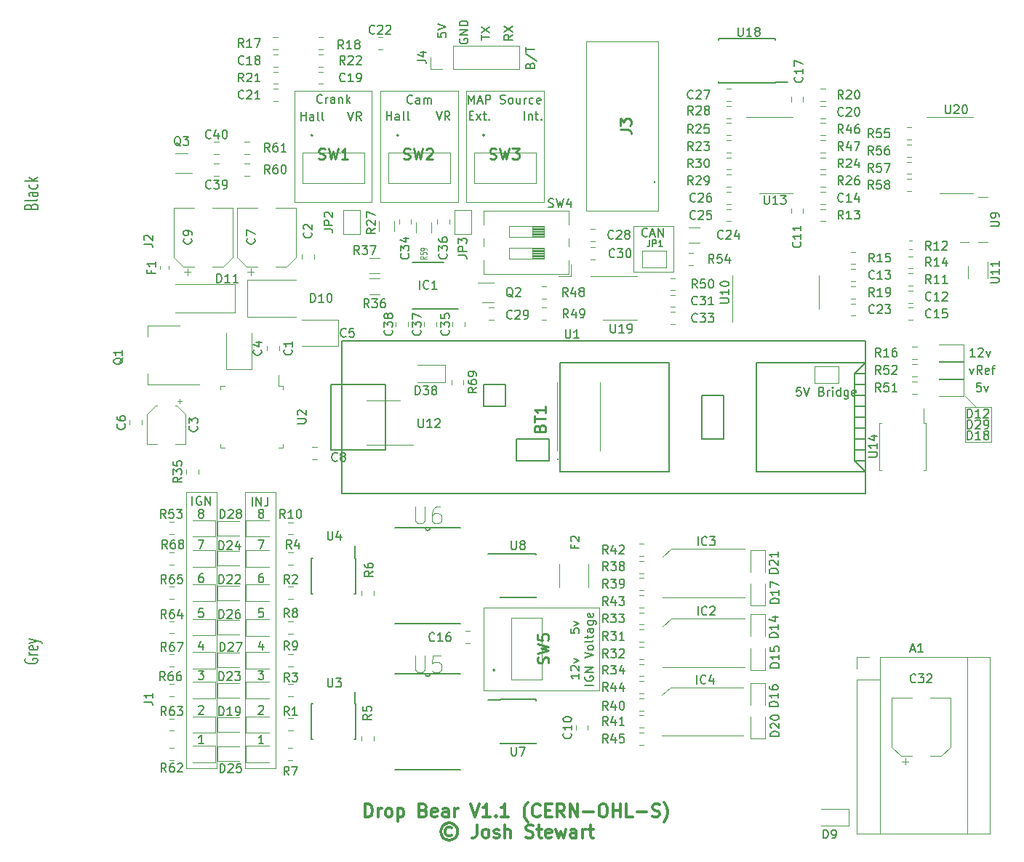
<source format=gto>
G04 #@! TF.GenerationSoftware,KiCad,Pcbnew,7.0.5-0*
G04 #@! TF.CreationDate,2023-07-25T12:27:59+10:00*
G04 #@! TF.ProjectId,DropBear,44726f70-4265-4617-922e-6b696361645f,rev?*
G04 #@! TF.SameCoordinates,Original*
G04 #@! TF.FileFunction,Legend,Top*
G04 #@! TF.FilePolarity,Positive*
%FSLAX46Y46*%
G04 Gerber Fmt 4.6, Leading zero omitted, Abs format (unit mm)*
G04 Created by KiCad (PCBNEW 7.0.5-0) date 2023-07-25 12:27:59*
%MOMM*%
%LPD*%
G01*
G04 APERTURE LIST*
%ADD10C,0.120000*%
%ADD11C,0.150000*%
%ADD12C,0.300000*%
%ADD13C,0.050000*%
%ADD14C,0.254000*%
%ADD15C,0.100000*%
%ADD16C,0.152400*%
%ADD17C,0.200000*%
G04 APERTURE END LIST*
D10*
X212500000Y-48000000D02*
X212500000Y-35000000D01*
X202500000Y-35000000D02*
X211500000Y-35000000D01*
X192500000Y-35000000D02*
X201500000Y-35000000D01*
X270510000Y-75946000D02*
X270510000Y-71882000D01*
X190246000Y-81788000D02*
X190246000Y-113919000D01*
X186690000Y-113919000D02*
X186690000Y-81788000D01*
X190246000Y-113919000D02*
X186690000Y-113919000D01*
X186690000Y-81788000D02*
X190246000Y-81788000D01*
X183388000Y-81788000D02*
X183388000Y-113919000D01*
X179832000Y-81788000D02*
X183388000Y-81788000D01*
X183388000Y-113919000D02*
X179832000Y-113919000D01*
X179832000Y-113919000D02*
X179832000Y-81788000D01*
X236601000Y-50800000D02*
X231902000Y-50800000D01*
X214503000Y-104902000D02*
X214503000Y-95250000D01*
X221500000Y-48000000D02*
X212500000Y-48000000D01*
X201500000Y-48000000D02*
X192500000Y-48000000D01*
X227965000Y-95250000D02*
X227965000Y-104902000D01*
X211500000Y-35000000D02*
X211500000Y-48000000D01*
X212500000Y-35000000D02*
X221500000Y-35000000D01*
X192500000Y-48000000D02*
X192500000Y-35000000D01*
X221500000Y-35000000D02*
X221500000Y-48000000D01*
X227965000Y-104902000D02*
X214503000Y-104902000D01*
X214503000Y-95250000D02*
X227965000Y-95250000D01*
X211500000Y-48000000D02*
X202500000Y-48000000D01*
X273558000Y-75946000D02*
X270510000Y-75946000D01*
X201500000Y-35000000D02*
X201500000Y-48000000D01*
X202500000Y-48000000D02*
X202500000Y-35000000D01*
X273558000Y-71882000D02*
X273558000Y-75946000D01*
X270510000Y-71882000D02*
X273558000Y-71882000D01*
X236601000Y-56134000D02*
X236601000Y-50800000D01*
X231902000Y-50800000D02*
X231902000Y-56134000D01*
X186690000Y-81788000D02*
X190246000Y-81788000D01*
X231902000Y-56134000D02*
X236601000Y-56134000D01*
X271780000Y-71882000D02*
X270510000Y-70612000D01*
D11*
X272399142Y-69050819D02*
X271922952Y-69050819D01*
X271922952Y-69050819D02*
X271875333Y-69527009D01*
X271875333Y-69527009D02*
X271922952Y-69479390D01*
X271922952Y-69479390D02*
X272018190Y-69431771D01*
X272018190Y-69431771D02*
X272256285Y-69431771D01*
X272256285Y-69431771D02*
X272351523Y-69479390D01*
X272351523Y-69479390D02*
X272399142Y-69527009D01*
X272399142Y-69527009D02*
X272446761Y-69622247D01*
X272446761Y-69622247D02*
X272446761Y-69860342D01*
X272446761Y-69860342D02*
X272399142Y-69955580D01*
X272399142Y-69955580D02*
X272351523Y-70003200D01*
X272351523Y-70003200D02*
X272256285Y-70050819D01*
X272256285Y-70050819D02*
X272018190Y-70050819D01*
X272018190Y-70050819D02*
X271922952Y-70003200D01*
X271922952Y-70003200D02*
X271875333Y-69955580D01*
X272780095Y-69384152D02*
X273018190Y-70050819D01*
X273018190Y-70050819D02*
X273256285Y-69384152D01*
X161825414Y-48466190D02*
X161896842Y-48323333D01*
X161896842Y-48323333D02*
X161968271Y-48275714D01*
X161968271Y-48275714D02*
X162111128Y-48228095D01*
X162111128Y-48228095D02*
X162325414Y-48228095D01*
X162325414Y-48228095D02*
X162468271Y-48275714D01*
X162468271Y-48275714D02*
X162539700Y-48323333D01*
X162539700Y-48323333D02*
X162611128Y-48418571D01*
X162611128Y-48418571D02*
X162611128Y-48799523D01*
X162611128Y-48799523D02*
X161111128Y-48799523D01*
X161111128Y-48799523D02*
X161111128Y-48466190D01*
X161111128Y-48466190D02*
X161182557Y-48370952D01*
X161182557Y-48370952D02*
X161253985Y-48323333D01*
X161253985Y-48323333D02*
X161396842Y-48275714D01*
X161396842Y-48275714D02*
X161539700Y-48275714D01*
X161539700Y-48275714D02*
X161682557Y-48323333D01*
X161682557Y-48323333D02*
X161753985Y-48370952D01*
X161753985Y-48370952D02*
X161825414Y-48466190D01*
X161825414Y-48466190D02*
X161825414Y-48799523D01*
X162611128Y-47656666D02*
X162539700Y-47751904D01*
X162539700Y-47751904D02*
X162396842Y-47799523D01*
X162396842Y-47799523D02*
X161111128Y-47799523D01*
X162611128Y-46847142D02*
X161825414Y-46847142D01*
X161825414Y-46847142D02*
X161682557Y-46894761D01*
X161682557Y-46894761D02*
X161611128Y-46989999D01*
X161611128Y-46989999D02*
X161611128Y-47180475D01*
X161611128Y-47180475D02*
X161682557Y-47275713D01*
X162539700Y-46847142D02*
X162611128Y-46942380D01*
X162611128Y-46942380D02*
X162611128Y-47180475D01*
X162611128Y-47180475D02*
X162539700Y-47275713D01*
X162539700Y-47275713D02*
X162396842Y-47323332D01*
X162396842Y-47323332D02*
X162253985Y-47323332D01*
X162253985Y-47323332D02*
X162111128Y-47275713D01*
X162111128Y-47275713D02*
X162039700Y-47180475D01*
X162039700Y-47180475D02*
X162039700Y-46942380D01*
X162039700Y-46942380D02*
X161968271Y-46847142D01*
X162539700Y-45942380D02*
X162611128Y-46037618D01*
X162611128Y-46037618D02*
X162611128Y-46228094D01*
X162611128Y-46228094D02*
X162539700Y-46323332D01*
X162539700Y-46323332D02*
X162468271Y-46370951D01*
X162468271Y-46370951D02*
X162325414Y-46418570D01*
X162325414Y-46418570D02*
X161896842Y-46418570D01*
X161896842Y-46418570D02*
X161753985Y-46370951D01*
X161753985Y-46370951D02*
X161682557Y-46323332D01*
X161682557Y-46323332D02*
X161611128Y-46228094D01*
X161611128Y-46228094D02*
X161611128Y-46037618D01*
X161611128Y-46037618D02*
X161682557Y-45942380D01*
X162611128Y-45513808D02*
X161111128Y-45513808D01*
X162039700Y-45418570D02*
X162611128Y-45132856D01*
X161611128Y-45132856D02*
X162182557Y-45513808D01*
D12*
X200705857Y-119612828D02*
X200705857Y-118112828D01*
X200705857Y-118112828D02*
X201063000Y-118112828D01*
X201063000Y-118112828D02*
X201277286Y-118184257D01*
X201277286Y-118184257D02*
X201420143Y-118327114D01*
X201420143Y-118327114D02*
X201491572Y-118469971D01*
X201491572Y-118469971D02*
X201563000Y-118755685D01*
X201563000Y-118755685D02*
X201563000Y-118969971D01*
X201563000Y-118969971D02*
X201491572Y-119255685D01*
X201491572Y-119255685D02*
X201420143Y-119398542D01*
X201420143Y-119398542D02*
X201277286Y-119541400D01*
X201277286Y-119541400D02*
X201063000Y-119612828D01*
X201063000Y-119612828D02*
X200705857Y-119612828D01*
X202205857Y-119612828D02*
X202205857Y-118612828D01*
X202205857Y-118898542D02*
X202277286Y-118755685D01*
X202277286Y-118755685D02*
X202348715Y-118684257D01*
X202348715Y-118684257D02*
X202491572Y-118612828D01*
X202491572Y-118612828D02*
X202634429Y-118612828D01*
X203348714Y-119612828D02*
X203205857Y-119541400D01*
X203205857Y-119541400D02*
X203134428Y-119469971D01*
X203134428Y-119469971D02*
X203063000Y-119327114D01*
X203063000Y-119327114D02*
X203063000Y-118898542D01*
X203063000Y-118898542D02*
X203134428Y-118755685D01*
X203134428Y-118755685D02*
X203205857Y-118684257D01*
X203205857Y-118684257D02*
X203348714Y-118612828D01*
X203348714Y-118612828D02*
X203563000Y-118612828D01*
X203563000Y-118612828D02*
X203705857Y-118684257D01*
X203705857Y-118684257D02*
X203777286Y-118755685D01*
X203777286Y-118755685D02*
X203848714Y-118898542D01*
X203848714Y-118898542D02*
X203848714Y-119327114D01*
X203848714Y-119327114D02*
X203777286Y-119469971D01*
X203777286Y-119469971D02*
X203705857Y-119541400D01*
X203705857Y-119541400D02*
X203563000Y-119612828D01*
X203563000Y-119612828D02*
X203348714Y-119612828D01*
X204491571Y-118612828D02*
X204491571Y-120112828D01*
X204491571Y-118684257D02*
X204634429Y-118612828D01*
X204634429Y-118612828D02*
X204920143Y-118612828D01*
X204920143Y-118612828D02*
X205063000Y-118684257D01*
X205063000Y-118684257D02*
X205134429Y-118755685D01*
X205134429Y-118755685D02*
X205205857Y-118898542D01*
X205205857Y-118898542D02*
X205205857Y-119327114D01*
X205205857Y-119327114D02*
X205134429Y-119469971D01*
X205134429Y-119469971D02*
X205063000Y-119541400D01*
X205063000Y-119541400D02*
X204920143Y-119612828D01*
X204920143Y-119612828D02*
X204634429Y-119612828D01*
X204634429Y-119612828D02*
X204491571Y-119541400D01*
X207491571Y-118827114D02*
X207705857Y-118898542D01*
X207705857Y-118898542D02*
X207777286Y-118969971D01*
X207777286Y-118969971D02*
X207848714Y-119112828D01*
X207848714Y-119112828D02*
X207848714Y-119327114D01*
X207848714Y-119327114D02*
X207777286Y-119469971D01*
X207777286Y-119469971D02*
X207705857Y-119541400D01*
X207705857Y-119541400D02*
X207563000Y-119612828D01*
X207563000Y-119612828D02*
X206991571Y-119612828D01*
X206991571Y-119612828D02*
X206991571Y-118112828D01*
X206991571Y-118112828D02*
X207491571Y-118112828D01*
X207491571Y-118112828D02*
X207634429Y-118184257D01*
X207634429Y-118184257D02*
X207705857Y-118255685D01*
X207705857Y-118255685D02*
X207777286Y-118398542D01*
X207777286Y-118398542D02*
X207777286Y-118541400D01*
X207777286Y-118541400D02*
X207705857Y-118684257D01*
X207705857Y-118684257D02*
X207634429Y-118755685D01*
X207634429Y-118755685D02*
X207491571Y-118827114D01*
X207491571Y-118827114D02*
X206991571Y-118827114D01*
X209063000Y-119541400D02*
X208920143Y-119612828D01*
X208920143Y-119612828D02*
X208634429Y-119612828D01*
X208634429Y-119612828D02*
X208491571Y-119541400D01*
X208491571Y-119541400D02*
X208420143Y-119398542D01*
X208420143Y-119398542D02*
X208420143Y-118827114D01*
X208420143Y-118827114D02*
X208491571Y-118684257D01*
X208491571Y-118684257D02*
X208634429Y-118612828D01*
X208634429Y-118612828D02*
X208920143Y-118612828D01*
X208920143Y-118612828D02*
X209063000Y-118684257D01*
X209063000Y-118684257D02*
X209134429Y-118827114D01*
X209134429Y-118827114D02*
X209134429Y-118969971D01*
X209134429Y-118969971D02*
X208420143Y-119112828D01*
X210420143Y-119612828D02*
X210420143Y-118827114D01*
X210420143Y-118827114D02*
X210348714Y-118684257D01*
X210348714Y-118684257D02*
X210205857Y-118612828D01*
X210205857Y-118612828D02*
X209920143Y-118612828D01*
X209920143Y-118612828D02*
X209777285Y-118684257D01*
X210420143Y-119541400D02*
X210277285Y-119612828D01*
X210277285Y-119612828D02*
X209920143Y-119612828D01*
X209920143Y-119612828D02*
X209777285Y-119541400D01*
X209777285Y-119541400D02*
X209705857Y-119398542D01*
X209705857Y-119398542D02*
X209705857Y-119255685D01*
X209705857Y-119255685D02*
X209777285Y-119112828D01*
X209777285Y-119112828D02*
X209920143Y-119041400D01*
X209920143Y-119041400D02*
X210277285Y-119041400D01*
X210277285Y-119041400D02*
X210420143Y-118969971D01*
X211134428Y-119612828D02*
X211134428Y-118612828D01*
X211134428Y-118898542D02*
X211205857Y-118755685D01*
X211205857Y-118755685D02*
X211277286Y-118684257D01*
X211277286Y-118684257D02*
X211420143Y-118612828D01*
X211420143Y-118612828D02*
X211563000Y-118612828D01*
X212991571Y-118112828D02*
X213491571Y-119612828D01*
X213491571Y-119612828D02*
X213991571Y-118112828D01*
X215277285Y-119612828D02*
X214420142Y-119612828D01*
X214848713Y-119612828D02*
X214848713Y-118112828D01*
X214848713Y-118112828D02*
X214705856Y-118327114D01*
X214705856Y-118327114D02*
X214562999Y-118469971D01*
X214562999Y-118469971D02*
X214420142Y-118541400D01*
X215920141Y-119469971D02*
X215991570Y-119541400D01*
X215991570Y-119541400D02*
X215920141Y-119612828D01*
X215920141Y-119612828D02*
X215848713Y-119541400D01*
X215848713Y-119541400D02*
X215920141Y-119469971D01*
X215920141Y-119469971D02*
X215920141Y-119612828D01*
X217420142Y-119612828D02*
X216562999Y-119612828D01*
X216991570Y-119612828D02*
X216991570Y-118112828D01*
X216991570Y-118112828D02*
X216848713Y-118327114D01*
X216848713Y-118327114D02*
X216705856Y-118469971D01*
X216705856Y-118469971D02*
X216562999Y-118541400D01*
X219634427Y-120184257D02*
X219562998Y-120112828D01*
X219562998Y-120112828D02*
X219420141Y-119898542D01*
X219420141Y-119898542D02*
X219348713Y-119755685D01*
X219348713Y-119755685D02*
X219277284Y-119541400D01*
X219277284Y-119541400D02*
X219205855Y-119184257D01*
X219205855Y-119184257D02*
X219205855Y-118898542D01*
X219205855Y-118898542D02*
X219277284Y-118541400D01*
X219277284Y-118541400D02*
X219348713Y-118327114D01*
X219348713Y-118327114D02*
X219420141Y-118184257D01*
X219420141Y-118184257D02*
X219562998Y-117969971D01*
X219562998Y-117969971D02*
X219634427Y-117898542D01*
X221062998Y-119469971D02*
X220991570Y-119541400D01*
X220991570Y-119541400D02*
X220777284Y-119612828D01*
X220777284Y-119612828D02*
X220634427Y-119612828D01*
X220634427Y-119612828D02*
X220420141Y-119541400D01*
X220420141Y-119541400D02*
X220277284Y-119398542D01*
X220277284Y-119398542D02*
X220205855Y-119255685D01*
X220205855Y-119255685D02*
X220134427Y-118969971D01*
X220134427Y-118969971D02*
X220134427Y-118755685D01*
X220134427Y-118755685D02*
X220205855Y-118469971D01*
X220205855Y-118469971D02*
X220277284Y-118327114D01*
X220277284Y-118327114D02*
X220420141Y-118184257D01*
X220420141Y-118184257D02*
X220634427Y-118112828D01*
X220634427Y-118112828D02*
X220777284Y-118112828D01*
X220777284Y-118112828D02*
X220991570Y-118184257D01*
X220991570Y-118184257D02*
X221062998Y-118255685D01*
X221705855Y-118827114D02*
X222205855Y-118827114D01*
X222420141Y-119612828D02*
X221705855Y-119612828D01*
X221705855Y-119612828D02*
X221705855Y-118112828D01*
X221705855Y-118112828D02*
X222420141Y-118112828D01*
X223920141Y-119612828D02*
X223420141Y-118898542D01*
X223062998Y-119612828D02*
X223062998Y-118112828D01*
X223062998Y-118112828D02*
X223634427Y-118112828D01*
X223634427Y-118112828D02*
X223777284Y-118184257D01*
X223777284Y-118184257D02*
X223848713Y-118255685D01*
X223848713Y-118255685D02*
X223920141Y-118398542D01*
X223920141Y-118398542D02*
X223920141Y-118612828D01*
X223920141Y-118612828D02*
X223848713Y-118755685D01*
X223848713Y-118755685D02*
X223777284Y-118827114D01*
X223777284Y-118827114D02*
X223634427Y-118898542D01*
X223634427Y-118898542D02*
X223062998Y-118898542D01*
X224562998Y-119612828D02*
X224562998Y-118112828D01*
X224562998Y-118112828D02*
X225420141Y-119612828D01*
X225420141Y-119612828D02*
X225420141Y-118112828D01*
X226134427Y-119041400D02*
X227277285Y-119041400D01*
X228277285Y-118112828D02*
X228562999Y-118112828D01*
X228562999Y-118112828D02*
X228705856Y-118184257D01*
X228705856Y-118184257D02*
X228848713Y-118327114D01*
X228848713Y-118327114D02*
X228920142Y-118612828D01*
X228920142Y-118612828D02*
X228920142Y-119112828D01*
X228920142Y-119112828D02*
X228848713Y-119398542D01*
X228848713Y-119398542D02*
X228705856Y-119541400D01*
X228705856Y-119541400D02*
X228562999Y-119612828D01*
X228562999Y-119612828D02*
X228277285Y-119612828D01*
X228277285Y-119612828D02*
X228134428Y-119541400D01*
X228134428Y-119541400D02*
X227991570Y-119398542D01*
X227991570Y-119398542D02*
X227920142Y-119112828D01*
X227920142Y-119112828D02*
X227920142Y-118612828D01*
X227920142Y-118612828D02*
X227991570Y-118327114D01*
X227991570Y-118327114D02*
X228134428Y-118184257D01*
X228134428Y-118184257D02*
X228277285Y-118112828D01*
X229562999Y-119612828D02*
X229562999Y-118112828D01*
X229562999Y-118827114D02*
X230420142Y-118827114D01*
X230420142Y-119612828D02*
X230420142Y-118112828D01*
X231848714Y-119612828D02*
X231134428Y-119612828D01*
X231134428Y-119612828D02*
X231134428Y-118112828D01*
X232348714Y-119041400D02*
X233491572Y-119041400D01*
X234134429Y-119541400D02*
X234348715Y-119612828D01*
X234348715Y-119612828D02*
X234705857Y-119612828D01*
X234705857Y-119612828D02*
X234848715Y-119541400D01*
X234848715Y-119541400D02*
X234920143Y-119469971D01*
X234920143Y-119469971D02*
X234991572Y-119327114D01*
X234991572Y-119327114D02*
X234991572Y-119184257D01*
X234991572Y-119184257D02*
X234920143Y-119041400D01*
X234920143Y-119041400D02*
X234848715Y-118969971D01*
X234848715Y-118969971D02*
X234705857Y-118898542D01*
X234705857Y-118898542D02*
X234420143Y-118827114D01*
X234420143Y-118827114D02*
X234277286Y-118755685D01*
X234277286Y-118755685D02*
X234205857Y-118684257D01*
X234205857Y-118684257D02*
X234134429Y-118541400D01*
X234134429Y-118541400D02*
X234134429Y-118398542D01*
X234134429Y-118398542D02*
X234205857Y-118255685D01*
X234205857Y-118255685D02*
X234277286Y-118184257D01*
X234277286Y-118184257D02*
X234420143Y-118112828D01*
X234420143Y-118112828D02*
X234777286Y-118112828D01*
X234777286Y-118112828D02*
X234991572Y-118184257D01*
X235491571Y-120184257D02*
X235563000Y-120112828D01*
X235563000Y-120112828D02*
X235705857Y-119898542D01*
X235705857Y-119898542D02*
X235777286Y-119755685D01*
X235777286Y-119755685D02*
X235848714Y-119541400D01*
X235848714Y-119541400D02*
X235920143Y-119184257D01*
X235920143Y-119184257D02*
X235920143Y-118898542D01*
X235920143Y-118898542D02*
X235848714Y-118541400D01*
X235848714Y-118541400D02*
X235777286Y-118327114D01*
X235777286Y-118327114D02*
X235705857Y-118184257D01*
X235705857Y-118184257D02*
X235563000Y-117969971D01*
X235563000Y-117969971D02*
X235491571Y-117898542D01*
X210777285Y-120884971D02*
X210634428Y-120813542D01*
X210634428Y-120813542D02*
X210348714Y-120813542D01*
X210348714Y-120813542D02*
X210205857Y-120884971D01*
X210205857Y-120884971D02*
X210062999Y-121027828D01*
X210062999Y-121027828D02*
X209991571Y-121170685D01*
X209991571Y-121170685D02*
X209991571Y-121456400D01*
X209991571Y-121456400D02*
X210062999Y-121599257D01*
X210062999Y-121599257D02*
X210205857Y-121742114D01*
X210205857Y-121742114D02*
X210348714Y-121813542D01*
X210348714Y-121813542D02*
X210634428Y-121813542D01*
X210634428Y-121813542D02*
X210777285Y-121742114D01*
X210491571Y-120313542D02*
X210134428Y-120384971D01*
X210134428Y-120384971D02*
X209777285Y-120599257D01*
X209777285Y-120599257D02*
X209562999Y-120956400D01*
X209562999Y-120956400D02*
X209491571Y-121313542D01*
X209491571Y-121313542D02*
X209562999Y-121670685D01*
X209562999Y-121670685D02*
X209777285Y-122027828D01*
X209777285Y-122027828D02*
X210134428Y-122242114D01*
X210134428Y-122242114D02*
X210491571Y-122313542D01*
X210491571Y-122313542D02*
X210848714Y-122242114D01*
X210848714Y-122242114D02*
X211205857Y-122027828D01*
X211205857Y-122027828D02*
X211420142Y-121670685D01*
X211420142Y-121670685D02*
X211491571Y-121313542D01*
X211491571Y-121313542D02*
X211420142Y-120956400D01*
X211420142Y-120956400D02*
X211205857Y-120599257D01*
X211205857Y-120599257D02*
X210848714Y-120384971D01*
X210848714Y-120384971D02*
X210491571Y-120313542D01*
X213705857Y-120527828D02*
X213705857Y-121599257D01*
X213705857Y-121599257D02*
X213634428Y-121813542D01*
X213634428Y-121813542D02*
X213491571Y-121956400D01*
X213491571Y-121956400D02*
X213277285Y-122027828D01*
X213277285Y-122027828D02*
X213134428Y-122027828D01*
X214634428Y-122027828D02*
X214491571Y-121956400D01*
X214491571Y-121956400D02*
X214420142Y-121884971D01*
X214420142Y-121884971D02*
X214348714Y-121742114D01*
X214348714Y-121742114D02*
X214348714Y-121313542D01*
X214348714Y-121313542D02*
X214420142Y-121170685D01*
X214420142Y-121170685D02*
X214491571Y-121099257D01*
X214491571Y-121099257D02*
X214634428Y-121027828D01*
X214634428Y-121027828D02*
X214848714Y-121027828D01*
X214848714Y-121027828D02*
X214991571Y-121099257D01*
X214991571Y-121099257D02*
X215063000Y-121170685D01*
X215063000Y-121170685D02*
X215134428Y-121313542D01*
X215134428Y-121313542D02*
X215134428Y-121742114D01*
X215134428Y-121742114D02*
X215063000Y-121884971D01*
X215063000Y-121884971D02*
X214991571Y-121956400D01*
X214991571Y-121956400D02*
X214848714Y-122027828D01*
X214848714Y-122027828D02*
X214634428Y-122027828D01*
X215705857Y-121956400D02*
X215848714Y-122027828D01*
X215848714Y-122027828D02*
X216134428Y-122027828D01*
X216134428Y-122027828D02*
X216277285Y-121956400D01*
X216277285Y-121956400D02*
X216348714Y-121813542D01*
X216348714Y-121813542D02*
X216348714Y-121742114D01*
X216348714Y-121742114D02*
X216277285Y-121599257D01*
X216277285Y-121599257D02*
X216134428Y-121527828D01*
X216134428Y-121527828D02*
X215920143Y-121527828D01*
X215920143Y-121527828D02*
X215777285Y-121456400D01*
X215777285Y-121456400D02*
X215705857Y-121313542D01*
X215705857Y-121313542D02*
X215705857Y-121242114D01*
X215705857Y-121242114D02*
X215777285Y-121099257D01*
X215777285Y-121099257D02*
X215920143Y-121027828D01*
X215920143Y-121027828D02*
X216134428Y-121027828D01*
X216134428Y-121027828D02*
X216277285Y-121099257D01*
X216991571Y-122027828D02*
X216991571Y-120527828D01*
X217634429Y-122027828D02*
X217634429Y-121242114D01*
X217634429Y-121242114D02*
X217563000Y-121099257D01*
X217563000Y-121099257D02*
X217420143Y-121027828D01*
X217420143Y-121027828D02*
X217205857Y-121027828D01*
X217205857Y-121027828D02*
X217063000Y-121099257D01*
X217063000Y-121099257D02*
X216991571Y-121170685D01*
X219420143Y-121956400D02*
X219634429Y-122027828D01*
X219634429Y-122027828D02*
X219991571Y-122027828D01*
X219991571Y-122027828D02*
X220134429Y-121956400D01*
X220134429Y-121956400D02*
X220205857Y-121884971D01*
X220205857Y-121884971D02*
X220277286Y-121742114D01*
X220277286Y-121742114D02*
X220277286Y-121599257D01*
X220277286Y-121599257D02*
X220205857Y-121456400D01*
X220205857Y-121456400D02*
X220134429Y-121384971D01*
X220134429Y-121384971D02*
X219991571Y-121313542D01*
X219991571Y-121313542D02*
X219705857Y-121242114D01*
X219705857Y-121242114D02*
X219563000Y-121170685D01*
X219563000Y-121170685D02*
X219491571Y-121099257D01*
X219491571Y-121099257D02*
X219420143Y-120956400D01*
X219420143Y-120956400D02*
X219420143Y-120813542D01*
X219420143Y-120813542D02*
X219491571Y-120670685D01*
X219491571Y-120670685D02*
X219563000Y-120599257D01*
X219563000Y-120599257D02*
X219705857Y-120527828D01*
X219705857Y-120527828D02*
X220063000Y-120527828D01*
X220063000Y-120527828D02*
X220277286Y-120599257D01*
X220705857Y-121027828D02*
X221277285Y-121027828D01*
X220920142Y-120527828D02*
X220920142Y-121813542D01*
X220920142Y-121813542D02*
X220991571Y-121956400D01*
X220991571Y-121956400D02*
X221134428Y-122027828D01*
X221134428Y-122027828D02*
X221277285Y-122027828D01*
X222348714Y-121956400D02*
X222205857Y-122027828D01*
X222205857Y-122027828D02*
X221920143Y-122027828D01*
X221920143Y-122027828D02*
X221777285Y-121956400D01*
X221777285Y-121956400D02*
X221705857Y-121813542D01*
X221705857Y-121813542D02*
X221705857Y-121242114D01*
X221705857Y-121242114D02*
X221777285Y-121099257D01*
X221777285Y-121099257D02*
X221920143Y-121027828D01*
X221920143Y-121027828D02*
X222205857Y-121027828D01*
X222205857Y-121027828D02*
X222348714Y-121099257D01*
X222348714Y-121099257D02*
X222420143Y-121242114D01*
X222420143Y-121242114D02*
X222420143Y-121384971D01*
X222420143Y-121384971D02*
X221705857Y-121527828D01*
X222920142Y-121027828D02*
X223205857Y-122027828D01*
X223205857Y-122027828D02*
X223491571Y-121313542D01*
X223491571Y-121313542D02*
X223777285Y-122027828D01*
X223777285Y-122027828D02*
X224062999Y-121027828D01*
X225277286Y-122027828D02*
X225277286Y-121242114D01*
X225277286Y-121242114D02*
X225205857Y-121099257D01*
X225205857Y-121099257D02*
X225063000Y-121027828D01*
X225063000Y-121027828D02*
X224777286Y-121027828D01*
X224777286Y-121027828D02*
X224634428Y-121099257D01*
X225277286Y-121956400D02*
X225134428Y-122027828D01*
X225134428Y-122027828D02*
X224777286Y-122027828D01*
X224777286Y-122027828D02*
X224634428Y-121956400D01*
X224634428Y-121956400D02*
X224563000Y-121813542D01*
X224563000Y-121813542D02*
X224563000Y-121670685D01*
X224563000Y-121670685D02*
X224634428Y-121527828D01*
X224634428Y-121527828D02*
X224777286Y-121456400D01*
X224777286Y-121456400D02*
X225134428Y-121456400D01*
X225134428Y-121456400D02*
X225277286Y-121384971D01*
X225991571Y-122027828D02*
X225991571Y-121027828D01*
X225991571Y-121313542D02*
X226063000Y-121170685D01*
X226063000Y-121170685D02*
X226134429Y-121099257D01*
X226134429Y-121099257D02*
X226277286Y-121027828D01*
X226277286Y-121027828D02*
X226420143Y-121027828D01*
X226705857Y-121027828D02*
X227277285Y-121027828D01*
X226920142Y-120527828D02*
X226920142Y-121813542D01*
X226920142Y-121813542D02*
X226991571Y-121956400D01*
X226991571Y-121956400D02*
X227134428Y-122027828D01*
X227134428Y-122027828D02*
X227277285Y-122027828D01*
D11*
X233545142Y-51921580D02*
X233497523Y-51969200D01*
X233497523Y-51969200D02*
X233354666Y-52016819D01*
X233354666Y-52016819D02*
X233259428Y-52016819D01*
X233259428Y-52016819D02*
X233116571Y-51969200D01*
X233116571Y-51969200D02*
X233021333Y-51873961D01*
X233021333Y-51873961D02*
X232973714Y-51778723D01*
X232973714Y-51778723D02*
X232926095Y-51588247D01*
X232926095Y-51588247D02*
X232926095Y-51445390D01*
X232926095Y-51445390D02*
X232973714Y-51254914D01*
X232973714Y-51254914D02*
X233021333Y-51159676D01*
X233021333Y-51159676D02*
X233116571Y-51064438D01*
X233116571Y-51064438D02*
X233259428Y-51016819D01*
X233259428Y-51016819D02*
X233354666Y-51016819D01*
X233354666Y-51016819D02*
X233497523Y-51064438D01*
X233497523Y-51064438D02*
X233545142Y-51112057D01*
X233926095Y-51731104D02*
X234402285Y-51731104D01*
X233830857Y-52016819D02*
X234164190Y-51016819D01*
X234164190Y-51016819D02*
X234497523Y-52016819D01*
X234830857Y-52016819D02*
X234830857Y-51016819D01*
X234830857Y-51016819D02*
X235402285Y-52016819D01*
X235402285Y-52016819D02*
X235402285Y-51016819D01*
X271716571Y-65986819D02*
X271145143Y-65986819D01*
X271430857Y-65986819D02*
X271430857Y-64986819D01*
X271430857Y-64986819D02*
X271335619Y-65129676D01*
X271335619Y-65129676D02*
X271240381Y-65224914D01*
X271240381Y-65224914D02*
X271145143Y-65272533D01*
X272097524Y-65082057D02*
X272145143Y-65034438D01*
X272145143Y-65034438D02*
X272240381Y-64986819D01*
X272240381Y-64986819D02*
X272478476Y-64986819D01*
X272478476Y-64986819D02*
X272573714Y-65034438D01*
X272573714Y-65034438D02*
X272621333Y-65082057D01*
X272621333Y-65082057D02*
X272668952Y-65177295D01*
X272668952Y-65177295D02*
X272668952Y-65272533D01*
X272668952Y-65272533D02*
X272621333Y-65415390D01*
X272621333Y-65415390D02*
X272049905Y-65986819D01*
X272049905Y-65986819D02*
X272668952Y-65986819D01*
X273002286Y-65320152D02*
X273240381Y-65986819D01*
X273240381Y-65986819D02*
X273478476Y-65320152D01*
X161182557Y-101187143D02*
X161111128Y-101282381D01*
X161111128Y-101282381D02*
X161111128Y-101425238D01*
X161111128Y-101425238D02*
X161182557Y-101568095D01*
X161182557Y-101568095D02*
X161325414Y-101663333D01*
X161325414Y-101663333D02*
X161468271Y-101710952D01*
X161468271Y-101710952D02*
X161753985Y-101758571D01*
X161753985Y-101758571D02*
X161968271Y-101758571D01*
X161968271Y-101758571D02*
X162253985Y-101710952D01*
X162253985Y-101710952D02*
X162396842Y-101663333D01*
X162396842Y-101663333D02*
X162539700Y-101568095D01*
X162539700Y-101568095D02*
X162611128Y-101425238D01*
X162611128Y-101425238D02*
X162611128Y-101330000D01*
X162611128Y-101330000D02*
X162539700Y-101187143D01*
X162539700Y-101187143D02*
X162468271Y-101139524D01*
X162468271Y-101139524D02*
X161968271Y-101139524D01*
X161968271Y-101139524D02*
X161968271Y-101330000D01*
X162611128Y-100710952D02*
X161611128Y-100710952D01*
X161896842Y-100710952D02*
X161753985Y-100663333D01*
X161753985Y-100663333D02*
X161682557Y-100615714D01*
X161682557Y-100615714D02*
X161611128Y-100520476D01*
X161611128Y-100520476D02*
X161611128Y-100425238D01*
X162539700Y-99710952D02*
X162611128Y-99806190D01*
X162611128Y-99806190D02*
X162611128Y-99996666D01*
X162611128Y-99996666D02*
X162539700Y-100091904D01*
X162539700Y-100091904D02*
X162396842Y-100139523D01*
X162396842Y-100139523D02*
X161825414Y-100139523D01*
X161825414Y-100139523D02*
X161682557Y-100091904D01*
X161682557Y-100091904D02*
X161611128Y-99996666D01*
X161611128Y-99996666D02*
X161611128Y-99806190D01*
X161611128Y-99806190D02*
X161682557Y-99710952D01*
X161682557Y-99710952D02*
X161825414Y-99663333D01*
X161825414Y-99663333D02*
X161968271Y-99663333D01*
X161968271Y-99663333D02*
X162111128Y-100139523D01*
X161611128Y-99329999D02*
X162611128Y-99091904D01*
X161611128Y-98853809D02*
X162611128Y-99091904D01*
X162611128Y-99091904D02*
X162968271Y-99187142D01*
X162968271Y-99187142D02*
X163039700Y-99234761D01*
X163039700Y-99234761D02*
X163111128Y-99329999D01*
X271089619Y-67352152D02*
X271327714Y-68018819D01*
X271327714Y-68018819D02*
X271565809Y-67352152D01*
X272518190Y-68018819D02*
X272184857Y-67542628D01*
X271946762Y-68018819D02*
X271946762Y-67018819D01*
X271946762Y-67018819D02*
X272327714Y-67018819D01*
X272327714Y-67018819D02*
X272422952Y-67066438D01*
X272422952Y-67066438D02*
X272470571Y-67114057D01*
X272470571Y-67114057D02*
X272518190Y-67209295D01*
X272518190Y-67209295D02*
X272518190Y-67352152D01*
X272518190Y-67352152D02*
X272470571Y-67447390D01*
X272470571Y-67447390D02*
X272422952Y-67495009D01*
X272422952Y-67495009D02*
X272327714Y-67542628D01*
X272327714Y-67542628D02*
X271946762Y-67542628D01*
X273327714Y-67971200D02*
X273232476Y-68018819D01*
X273232476Y-68018819D02*
X273042000Y-68018819D01*
X273042000Y-68018819D02*
X272946762Y-67971200D01*
X272946762Y-67971200D02*
X272899143Y-67875961D01*
X272899143Y-67875961D02*
X272899143Y-67495009D01*
X272899143Y-67495009D02*
X272946762Y-67399771D01*
X272946762Y-67399771D02*
X273042000Y-67352152D01*
X273042000Y-67352152D02*
X273232476Y-67352152D01*
X273232476Y-67352152D02*
X273327714Y-67399771D01*
X273327714Y-67399771D02*
X273375333Y-67495009D01*
X273375333Y-67495009D02*
X273375333Y-67590247D01*
X273375333Y-67590247D02*
X272899143Y-67685485D01*
X273661048Y-67352152D02*
X274042000Y-67352152D01*
X273803905Y-68018819D02*
X273803905Y-67161676D01*
X273803905Y-67161676D02*
X273851524Y-67066438D01*
X273851524Y-67066438D02*
X273946762Y-67018819D01*
X273946762Y-67018819D02*
X274042000Y-67018819D01*
X195923819Y-51125333D02*
X196638104Y-51125333D01*
X196638104Y-51125333D02*
X196780961Y-51172952D01*
X196780961Y-51172952D02*
X196876200Y-51268190D01*
X196876200Y-51268190D02*
X196923819Y-51411047D01*
X196923819Y-51411047D02*
X196923819Y-51506285D01*
X196923819Y-50649142D02*
X195923819Y-50649142D01*
X195923819Y-50649142D02*
X195923819Y-50268190D01*
X195923819Y-50268190D02*
X195971438Y-50172952D01*
X195971438Y-50172952D02*
X196019057Y-50125333D01*
X196019057Y-50125333D02*
X196114295Y-50077714D01*
X196114295Y-50077714D02*
X196257152Y-50077714D01*
X196257152Y-50077714D02*
X196352390Y-50125333D01*
X196352390Y-50125333D02*
X196400009Y-50172952D01*
X196400009Y-50172952D02*
X196447628Y-50268190D01*
X196447628Y-50268190D02*
X196447628Y-50649142D01*
X196019057Y-49696761D02*
X195971438Y-49649142D01*
X195971438Y-49649142D02*
X195923819Y-49553904D01*
X195923819Y-49553904D02*
X195923819Y-49315809D01*
X195923819Y-49315809D02*
X195971438Y-49220571D01*
X195971438Y-49220571D02*
X196019057Y-49172952D01*
X196019057Y-49172952D02*
X196114295Y-49125333D01*
X196114295Y-49125333D02*
X196209533Y-49125333D01*
X196209533Y-49125333D02*
X196352390Y-49172952D01*
X196352390Y-49172952D02*
X196923819Y-49744380D01*
X196923819Y-49744380D02*
X196923819Y-49125333D01*
X188785476Y-91275819D02*
X188595000Y-91275819D01*
X188595000Y-91275819D02*
X188499762Y-91323438D01*
X188499762Y-91323438D02*
X188452143Y-91371057D01*
X188452143Y-91371057D02*
X188356905Y-91513914D01*
X188356905Y-91513914D02*
X188309286Y-91704390D01*
X188309286Y-91704390D02*
X188309286Y-92085342D01*
X188309286Y-92085342D02*
X188356905Y-92180580D01*
X188356905Y-92180580D02*
X188404524Y-92228200D01*
X188404524Y-92228200D02*
X188499762Y-92275819D01*
X188499762Y-92275819D02*
X188690238Y-92275819D01*
X188690238Y-92275819D02*
X188785476Y-92228200D01*
X188785476Y-92228200D02*
X188833095Y-92180580D01*
X188833095Y-92180580D02*
X188880714Y-92085342D01*
X188880714Y-92085342D02*
X188880714Y-91847247D01*
X188880714Y-91847247D02*
X188833095Y-91752009D01*
X188833095Y-91752009D02*
X188785476Y-91704390D01*
X188785476Y-91704390D02*
X188690238Y-91656771D01*
X188690238Y-91656771D02*
X188499762Y-91656771D01*
X188499762Y-91656771D02*
X188404524Y-91704390D01*
X188404524Y-91704390D02*
X188356905Y-91752009D01*
X188356905Y-91752009D02*
X188309286Y-91847247D01*
X188261667Y-87338819D02*
X188928333Y-87338819D01*
X188928333Y-87338819D02*
X188499762Y-88338819D01*
X188499762Y-84211390D02*
X188404524Y-84163771D01*
X188404524Y-84163771D02*
X188356905Y-84116152D01*
X188356905Y-84116152D02*
X188309286Y-84020914D01*
X188309286Y-84020914D02*
X188309286Y-83973295D01*
X188309286Y-83973295D02*
X188356905Y-83878057D01*
X188356905Y-83878057D02*
X188404524Y-83830438D01*
X188404524Y-83830438D02*
X188499762Y-83782819D01*
X188499762Y-83782819D02*
X188690238Y-83782819D01*
X188690238Y-83782819D02*
X188785476Y-83830438D01*
X188785476Y-83830438D02*
X188833095Y-83878057D01*
X188833095Y-83878057D02*
X188880714Y-83973295D01*
X188880714Y-83973295D02*
X188880714Y-84020914D01*
X188880714Y-84020914D02*
X188833095Y-84116152D01*
X188833095Y-84116152D02*
X188785476Y-84163771D01*
X188785476Y-84163771D02*
X188690238Y-84211390D01*
X188690238Y-84211390D02*
X188499762Y-84211390D01*
X188499762Y-84211390D02*
X188404524Y-84259009D01*
X188404524Y-84259009D02*
X188356905Y-84306628D01*
X188356905Y-84306628D02*
X188309286Y-84401866D01*
X188309286Y-84401866D02*
X188309286Y-84592342D01*
X188309286Y-84592342D02*
X188356905Y-84687580D01*
X188356905Y-84687580D02*
X188404524Y-84735200D01*
X188404524Y-84735200D02*
X188499762Y-84782819D01*
X188499762Y-84782819D02*
X188690238Y-84782819D01*
X188690238Y-84782819D02*
X188785476Y-84735200D01*
X188785476Y-84735200D02*
X188833095Y-84687580D01*
X188833095Y-84687580D02*
X188880714Y-84592342D01*
X188880714Y-84592342D02*
X188880714Y-84401866D01*
X188880714Y-84401866D02*
X188833095Y-84306628D01*
X188833095Y-84306628D02*
X188785476Y-84259009D01*
X188785476Y-84259009D02*
X188690238Y-84211390D01*
X187563238Y-83385819D02*
X187563238Y-82385819D01*
X188039428Y-83385819D02*
X188039428Y-82385819D01*
X188039428Y-82385819D02*
X188610856Y-83385819D01*
X188610856Y-83385819D02*
X188610856Y-82385819D01*
X189372761Y-82385819D02*
X189372761Y-83100104D01*
X189372761Y-83100104D02*
X189325142Y-83242961D01*
X189325142Y-83242961D02*
X189229904Y-83338200D01*
X189229904Y-83338200D02*
X189087047Y-83385819D01*
X189087047Y-83385819D02*
X188991809Y-83385819D01*
X196342095Y-86322819D02*
X196342095Y-87132342D01*
X196342095Y-87132342D02*
X196389714Y-87227580D01*
X196389714Y-87227580D02*
X196437333Y-87275200D01*
X196437333Y-87275200D02*
X196532571Y-87322819D01*
X196532571Y-87322819D02*
X196723047Y-87322819D01*
X196723047Y-87322819D02*
X196818285Y-87275200D01*
X196818285Y-87275200D02*
X196865904Y-87227580D01*
X196865904Y-87227580D02*
X196913523Y-87132342D01*
X196913523Y-87132342D02*
X196913523Y-86322819D01*
X197818285Y-86656152D02*
X197818285Y-87322819D01*
X197580190Y-86275200D02*
X197342095Y-86989485D01*
X197342095Y-86989485D02*
X197961142Y-86989485D01*
X217738095Y-87454819D02*
X217738095Y-88264342D01*
X217738095Y-88264342D02*
X217785714Y-88359580D01*
X217785714Y-88359580D02*
X217833333Y-88407200D01*
X217833333Y-88407200D02*
X217928571Y-88454819D01*
X217928571Y-88454819D02*
X218119047Y-88454819D01*
X218119047Y-88454819D02*
X218214285Y-88407200D01*
X218214285Y-88407200D02*
X218261904Y-88359580D01*
X218261904Y-88359580D02*
X218309523Y-88264342D01*
X218309523Y-88264342D02*
X218309523Y-87454819D01*
X218928571Y-87883390D02*
X218833333Y-87835771D01*
X218833333Y-87835771D02*
X218785714Y-87788152D01*
X218785714Y-87788152D02*
X218738095Y-87692914D01*
X218738095Y-87692914D02*
X218738095Y-87645295D01*
X218738095Y-87645295D02*
X218785714Y-87550057D01*
X218785714Y-87550057D02*
X218833333Y-87502438D01*
X218833333Y-87502438D02*
X218928571Y-87454819D01*
X218928571Y-87454819D02*
X219119047Y-87454819D01*
X219119047Y-87454819D02*
X219214285Y-87502438D01*
X219214285Y-87502438D02*
X219261904Y-87550057D01*
X219261904Y-87550057D02*
X219309523Y-87645295D01*
X219309523Y-87645295D02*
X219309523Y-87692914D01*
X219309523Y-87692914D02*
X219261904Y-87788152D01*
X219261904Y-87788152D02*
X219214285Y-87835771D01*
X219214285Y-87835771D02*
X219119047Y-87883390D01*
X219119047Y-87883390D02*
X218928571Y-87883390D01*
X218928571Y-87883390D02*
X218833333Y-87931009D01*
X218833333Y-87931009D02*
X218785714Y-87978628D01*
X218785714Y-87978628D02*
X218738095Y-88073866D01*
X218738095Y-88073866D02*
X218738095Y-88264342D01*
X218738095Y-88264342D02*
X218785714Y-88359580D01*
X218785714Y-88359580D02*
X218833333Y-88407200D01*
X218833333Y-88407200D02*
X218928571Y-88454819D01*
X218928571Y-88454819D02*
X219119047Y-88454819D01*
X219119047Y-88454819D02*
X219214285Y-88407200D01*
X219214285Y-88407200D02*
X219261904Y-88359580D01*
X219261904Y-88359580D02*
X219309523Y-88264342D01*
X219309523Y-88264342D02*
X219309523Y-88073866D01*
X219309523Y-88073866D02*
X219261904Y-87978628D01*
X219261904Y-87978628D02*
X219214285Y-87931009D01*
X219214285Y-87931009D02*
X219119047Y-87883390D01*
X191833333Y-114722819D02*
X191500000Y-114246628D01*
X191261905Y-114722819D02*
X191261905Y-113722819D01*
X191261905Y-113722819D02*
X191642857Y-113722819D01*
X191642857Y-113722819D02*
X191738095Y-113770438D01*
X191738095Y-113770438D02*
X191785714Y-113818057D01*
X191785714Y-113818057D02*
X191833333Y-113913295D01*
X191833333Y-113913295D02*
X191833333Y-114056152D01*
X191833333Y-114056152D02*
X191785714Y-114151390D01*
X191785714Y-114151390D02*
X191738095Y-114199009D01*
X191738095Y-114199009D02*
X191642857Y-114246628D01*
X191642857Y-114246628D02*
X191261905Y-114246628D01*
X192166667Y-113722819D02*
X192833333Y-113722819D01*
X192833333Y-113722819D02*
X192404762Y-114722819D01*
X201454819Y-107666666D02*
X200978628Y-107999999D01*
X201454819Y-108238094D02*
X200454819Y-108238094D01*
X200454819Y-108238094D02*
X200454819Y-107857142D01*
X200454819Y-107857142D02*
X200502438Y-107761904D01*
X200502438Y-107761904D02*
X200550057Y-107714285D01*
X200550057Y-107714285D02*
X200645295Y-107666666D01*
X200645295Y-107666666D02*
X200788152Y-107666666D01*
X200788152Y-107666666D02*
X200883390Y-107714285D01*
X200883390Y-107714285D02*
X200931009Y-107761904D01*
X200931009Y-107761904D02*
X200978628Y-107857142D01*
X200978628Y-107857142D02*
X200978628Y-108238094D01*
X200454819Y-106761904D02*
X200454819Y-107238094D01*
X200454819Y-107238094D02*
X200931009Y-107285713D01*
X200931009Y-107285713D02*
X200883390Y-107238094D01*
X200883390Y-107238094D02*
X200835771Y-107142856D01*
X200835771Y-107142856D02*
X200835771Y-106904761D01*
X200835771Y-106904761D02*
X200883390Y-106809523D01*
X200883390Y-106809523D02*
X200931009Y-106761904D01*
X200931009Y-106761904D02*
X201026247Y-106714285D01*
X201026247Y-106714285D02*
X201264342Y-106714285D01*
X201264342Y-106714285D02*
X201359580Y-106761904D01*
X201359580Y-106761904D02*
X201407200Y-106809523D01*
X201407200Y-106809523D02*
X201454819Y-106904761D01*
X201454819Y-106904761D02*
X201454819Y-107142856D01*
X201454819Y-107142856D02*
X201407200Y-107238094D01*
X201407200Y-107238094D02*
X201359580Y-107285713D01*
X188785476Y-99483152D02*
X188785476Y-100149819D01*
X188547381Y-99102200D02*
X188309286Y-99816485D01*
X188309286Y-99816485D02*
X188928333Y-99816485D01*
X188880714Y-111071819D02*
X188309286Y-111071819D01*
X188595000Y-111071819D02*
X188595000Y-110071819D01*
X188595000Y-110071819D02*
X188499762Y-110214676D01*
X188499762Y-110214676D02*
X188404524Y-110309914D01*
X188404524Y-110309914D02*
X188309286Y-110357533D01*
X188261667Y-102578819D02*
X188880714Y-102578819D01*
X188880714Y-102578819D02*
X188547381Y-102959771D01*
X188547381Y-102959771D02*
X188690238Y-102959771D01*
X188690238Y-102959771D02*
X188785476Y-103007390D01*
X188785476Y-103007390D02*
X188833095Y-103055009D01*
X188833095Y-103055009D02*
X188880714Y-103150247D01*
X188880714Y-103150247D02*
X188880714Y-103388342D01*
X188880714Y-103388342D02*
X188833095Y-103483580D01*
X188833095Y-103483580D02*
X188785476Y-103531200D01*
X188785476Y-103531200D02*
X188690238Y-103578819D01*
X188690238Y-103578819D02*
X188404524Y-103578819D01*
X188404524Y-103578819D02*
X188309286Y-103531200D01*
X188309286Y-103531200D02*
X188261667Y-103483580D01*
X196342095Y-103467819D02*
X196342095Y-104277342D01*
X196342095Y-104277342D02*
X196389714Y-104372580D01*
X196389714Y-104372580D02*
X196437333Y-104420200D01*
X196437333Y-104420200D02*
X196532571Y-104467819D01*
X196532571Y-104467819D02*
X196723047Y-104467819D01*
X196723047Y-104467819D02*
X196818285Y-104420200D01*
X196818285Y-104420200D02*
X196865904Y-104372580D01*
X196865904Y-104372580D02*
X196913523Y-104277342D01*
X196913523Y-104277342D02*
X196913523Y-103467819D01*
X197294476Y-103467819D02*
X197913523Y-103467819D01*
X197913523Y-103467819D02*
X197580190Y-103848771D01*
X197580190Y-103848771D02*
X197723047Y-103848771D01*
X197723047Y-103848771D02*
X197818285Y-103896390D01*
X197818285Y-103896390D02*
X197865904Y-103944009D01*
X197865904Y-103944009D02*
X197913523Y-104039247D01*
X197913523Y-104039247D02*
X197913523Y-104277342D01*
X197913523Y-104277342D02*
X197865904Y-104372580D01*
X197865904Y-104372580D02*
X197818285Y-104420200D01*
X197818285Y-104420200D02*
X197723047Y-104467819D01*
X197723047Y-104467819D02*
X197437333Y-104467819D01*
X197437333Y-104467819D02*
X197342095Y-104420200D01*
X197342095Y-104420200D02*
X197294476Y-104372580D01*
X217738095Y-111454819D02*
X217738095Y-112264342D01*
X217738095Y-112264342D02*
X217785714Y-112359580D01*
X217785714Y-112359580D02*
X217833333Y-112407200D01*
X217833333Y-112407200D02*
X217928571Y-112454819D01*
X217928571Y-112454819D02*
X218119047Y-112454819D01*
X218119047Y-112454819D02*
X218214285Y-112407200D01*
X218214285Y-112407200D02*
X218261904Y-112359580D01*
X218261904Y-112359580D02*
X218309523Y-112264342D01*
X218309523Y-112264342D02*
X218309523Y-111454819D01*
X218690476Y-111454819D02*
X219357142Y-111454819D01*
X219357142Y-111454819D02*
X218928571Y-112454819D01*
D13*
X206544133Y-100806221D02*
X206544133Y-102380705D01*
X206544133Y-102380705D02*
X206636750Y-102565938D01*
X206636750Y-102565938D02*
X206729366Y-102658555D01*
X206729366Y-102658555D02*
X206914600Y-102751171D01*
X206914600Y-102751171D02*
X207285066Y-102751171D01*
X207285066Y-102751171D02*
X207470300Y-102658555D01*
X207470300Y-102658555D02*
X207562916Y-102565938D01*
X207562916Y-102565938D02*
X207655533Y-102380705D01*
X207655533Y-102380705D02*
X207655533Y-100806221D01*
X209507867Y-100806221D02*
X208581700Y-100806221D01*
X208581700Y-100806221D02*
X208489083Y-101732388D01*
X208489083Y-101732388D02*
X208581700Y-101639771D01*
X208581700Y-101639771D02*
X208766933Y-101547155D01*
X208766933Y-101547155D02*
X209230017Y-101547155D01*
X209230017Y-101547155D02*
X209415250Y-101639771D01*
X209415250Y-101639771D02*
X209507867Y-101732388D01*
X209507867Y-101732388D02*
X209600483Y-101917621D01*
X209600483Y-101917621D02*
X209600483Y-102380705D01*
X209600483Y-102380705D02*
X209507867Y-102565938D01*
X209507867Y-102565938D02*
X209415250Y-102658555D01*
X209415250Y-102658555D02*
X209230017Y-102751171D01*
X209230017Y-102751171D02*
X208766933Y-102751171D01*
X208766933Y-102751171D02*
X208581700Y-102658555D01*
X208581700Y-102658555D02*
X208489083Y-102565938D01*
D11*
X188309286Y-106738057D02*
X188356905Y-106690438D01*
X188356905Y-106690438D02*
X188452143Y-106642819D01*
X188452143Y-106642819D02*
X188690238Y-106642819D01*
X188690238Y-106642819D02*
X188785476Y-106690438D01*
X188785476Y-106690438D02*
X188833095Y-106738057D01*
X188833095Y-106738057D02*
X188880714Y-106833295D01*
X188880714Y-106833295D02*
X188880714Y-106928533D01*
X188880714Y-106928533D02*
X188833095Y-107071390D01*
X188833095Y-107071390D02*
X188261667Y-107642819D01*
X188261667Y-107642819D02*
X188880714Y-107642819D01*
X201622819Y-90971666D02*
X201146628Y-91304999D01*
X201622819Y-91543094D02*
X200622819Y-91543094D01*
X200622819Y-91543094D02*
X200622819Y-91162142D01*
X200622819Y-91162142D02*
X200670438Y-91066904D01*
X200670438Y-91066904D02*
X200718057Y-91019285D01*
X200718057Y-91019285D02*
X200813295Y-90971666D01*
X200813295Y-90971666D02*
X200956152Y-90971666D01*
X200956152Y-90971666D02*
X201051390Y-91019285D01*
X201051390Y-91019285D02*
X201099009Y-91066904D01*
X201099009Y-91066904D02*
X201146628Y-91162142D01*
X201146628Y-91162142D02*
X201146628Y-91543094D01*
X200622819Y-90114523D02*
X200622819Y-90304999D01*
X200622819Y-90304999D02*
X200670438Y-90400237D01*
X200670438Y-90400237D02*
X200718057Y-90447856D01*
X200718057Y-90447856D02*
X200860914Y-90543094D01*
X200860914Y-90543094D02*
X201051390Y-90590713D01*
X201051390Y-90590713D02*
X201432342Y-90590713D01*
X201432342Y-90590713D02*
X201527580Y-90543094D01*
X201527580Y-90543094D02*
X201575200Y-90495475D01*
X201575200Y-90495475D02*
X201622819Y-90400237D01*
X201622819Y-90400237D02*
X201622819Y-90209761D01*
X201622819Y-90209761D02*
X201575200Y-90114523D01*
X201575200Y-90114523D02*
X201527580Y-90066904D01*
X201527580Y-90066904D02*
X201432342Y-90019285D01*
X201432342Y-90019285D02*
X201194247Y-90019285D01*
X201194247Y-90019285D02*
X201099009Y-90066904D01*
X201099009Y-90066904D02*
X201051390Y-90114523D01*
X201051390Y-90114523D02*
X201003771Y-90209761D01*
X201003771Y-90209761D02*
X201003771Y-90400237D01*
X201003771Y-90400237D02*
X201051390Y-90495475D01*
X201051390Y-90495475D02*
X201099009Y-90543094D01*
X201099009Y-90543094D02*
X201194247Y-90590713D01*
X188833095Y-95339819D02*
X188356905Y-95339819D01*
X188356905Y-95339819D02*
X188309286Y-95816009D01*
X188309286Y-95816009D02*
X188356905Y-95768390D01*
X188356905Y-95768390D02*
X188452143Y-95720771D01*
X188452143Y-95720771D02*
X188690238Y-95720771D01*
X188690238Y-95720771D02*
X188785476Y-95768390D01*
X188785476Y-95768390D02*
X188833095Y-95816009D01*
X188833095Y-95816009D02*
X188880714Y-95911247D01*
X188880714Y-95911247D02*
X188880714Y-96149342D01*
X188880714Y-96149342D02*
X188833095Y-96244580D01*
X188833095Y-96244580D02*
X188785476Y-96292200D01*
X188785476Y-96292200D02*
X188690238Y-96339819D01*
X188690238Y-96339819D02*
X188452143Y-96339819D01*
X188452143Y-96339819D02*
X188356905Y-96292200D01*
X188356905Y-96292200D02*
X188309286Y-96244580D01*
X251359580Y-52642857D02*
X251407200Y-52690476D01*
X251407200Y-52690476D02*
X251454819Y-52833333D01*
X251454819Y-52833333D02*
X251454819Y-52928571D01*
X251454819Y-52928571D02*
X251407200Y-53071428D01*
X251407200Y-53071428D02*
X251311961Y-53166666D01*
X251311961Y-53166666D02*
X251216723Y-53214285D01*
X251216723Y-53214285D02*
X251026247Y-53261904D01*
X251026247Y-53261904D02*
X250883390Y-53261904D01*
X250883390Y-53261904D02*
X250692914Y-53214285D01*
X250692914Y-53214285D02*
X250597676Y-53166666D01*
X250597676Y-53166666D02*
X250502438Y-53071428D01*
X250502438Y-53071428D02*
X250454819Y-52928571D01*
X250454819Y-52928571D02*
X250454819Y-52833333D01*
X250454819Y-52833333D02*
X250502438Y-52690476D01*
X250502438Y-52690476D02*
X250550057Y-52642857D01*
X251454819Y-51690476D02*
X251454819Y-52261904D01*
X251454819Y-51976190D02*
X250454819Y-51976190D01*
X250454819Y-51976190D02*
X250597676Y-52071428D01*
X250597676Y-52071428D02*
X250692914Y-52166666D01*
X250692914Y-52166666D02*
X250740533Y-52261904D01*
X251454819Y-50738095D02*
X251454819Y-51309523D01*
X251454819Y-51023809D02*
X250454819Y-51023809D01*
X250454819Y-51023809D02*
X250597676Y-51119047D01*
X250597676Y-51119047D02*
X250692914Y-51214285D01*
X250692914Y-51214285D02*
X250740533Y-51309523D01*
X259961142Y-56859580D02*
X259913523Y-56907200D01*
X259913523Y-56907200D02*
X259770666Y-56954819D01*
X259770666Y-56954819D02*
X259675428Y-56954819D01*
X259675428Y-56954819D02*
X259532571Y-56907200D01*
X259532571Y-56907200D02*
X259437333Y-56811961D01*
X259437333Y-56811961D02*
X259389714Y-56716723D01*
X259389714Y-56716723D02*
X259342095Y-56526247D01*
X259342095Y-56526247D02*
X259342095Y-56383390D01*
X259342095Y-56383390D02*
X259389714Y-56192914D01*
X259389714Y-56192914D02*
X259437333Y-56097676D01*
X259437333Y-56097676D02*
X259532571Y-56002438D01*
X259532571Y-56002438D02*
X259675428Y-55954819D01*
X259675428Y-55954819D02*
X259770666Y-55954819D01*
X259770666Y-55954819D02*
X259913523Y-56002438D01*
X259913523Y-56002438D02*
X259961142Y-56050057D01*
X260913523Y-56954819D02*
X260342095Y-56954819D01*
X260627809Y-56954819D02*
X260627809Y-55954819D01*
X260627809Y-55954819D02*
X260532571Y-56097676D01*
X260532571Y-56097676D02*
X260437333Y-56192914D01*
X260437333Y-56192914D02*
X260342095Y-56240533D01*
X261246857Y-55954819D02*
X261865904Y-55954819D01*
X261865904Y-55954819D02*
X261532571Y-56335771D01*
X261532571Y-56335771D02*
X261675428Y-56335771D01*
X261675428Y-56335771D02*
X261770666Y-56383390D01*
X261770666Y-56383390D02*
X261818285Y-56431009D01*
X261818285Y-56431009D02*
X261865904Y-56526247D01*
X261865904Y-56526247D02*
X261865904Y-56764342D01*
X261865904Y-56764342D02*
X261818285Y-56859580D01*
X261818285Y-56859580D02*
X261770666Y-56907200D01*
X261770666Y-56907200D02*
X261675428Y-56954819D01*
X261675428Y-56954819D02*
X261389714Y-56954819D01*
X261389714Y-56954819D02*
X261294476Y-56907200D01*
X261294476Y-56907200D02*
X261246857Y-56859580D01*
X256357142Y-47859580D02*
X256309523Y-47907200D01*
X256309523Y-47907200D02*
X256166666Y-47954819D01*
X256166666Y-47954819D02*
X256071428Y-47954819D01*
X256071428Y-47954819D02*
X255928571Y-47907200D01*
X255928571Y-47907200D02*
X255833333Y-47811961D01*
X255833333Y-47811961D02*
X255785714Y-47716723D01*
X255785714Y-47716723D02*
X255738095Y-47526247D01*
X255738095Y-47526247D02*
X255738095Y-47383390D01*
X255738095Y-47383390D02*
X255785714Y-47192914D01*
X255785714Y-47192914D02*
X255833333Y-47097676D01*
X255833333Y-47097676D02*
X255928571Y-47002438D01*
X255928571Y-47002438D02*
X256071428Y-46954819D01*
X256071428Y-46954819D02*
X256166666Y-46954819D01*
X256166666Y-46954819D02*
X256309523Y-47002438D01*
X256309523Y-47002438D02*
X256357142Y-47050057D01*
X257309523Y-47954819D02*
X256738095Y-47954819D01*
X257023809Y-47954819D02*
X257023809Y-46954819D01*
X257023809Y-46954819D02*
X256928571Y-47097676D01*
X256928571Y-47097676D02*
X256833333Y-47192914D01*
X256833333Y-47192914D02*
X256738095Y-47240533D01*
X258166666Y-47288152D02*
X258166666Y-47954819D01*
X257928571Y-46907200D02*
X257690476Y-47621485D01*
X257690476Y-47621485D02*
X258309523Y-47621485D01*
X251565580Y-33408857D02*
X251613200Y-33456476D01*
X251613200Y-33456476D02*
X251660819Y-33599333D01*
X251660819Y-33599333D02*
X251660819Y-33694571D01*
X251660819Y-33694571D02*
X251613200Y-33837428D01*
X251613200Y-33837428D02*
X251517961Y-33932666D01*
X251517961Y-33932666D02*
X251422723Y-33980285D01*
X251422723Y-33980285D02*
X251232247Y-34027904D01*
X251232247Y-34027904D02*
X251089390Y-34027904D01*
X251089390Y-34027904D02*
X250898914Y-33980285D01*
X250898914Y-33980285D02*
X250803676Y-33932666D01*
X250803676Y-33932666D02*
X250708438Y-33837428D01*
X250708438Y-33837428D02*
X250660819Y-33694571D01*
X250660819Y-33694571D02*
X250660819Y-33599333D01*
X250660819Y-33599333D02*
X250708438Y-33456476D01*
X250708438Y-33456476D02*
X250756057Y-33408857D01*
X251660819Y-32456476D02*
X251660819Y-33027904D01*
X251660819Y-32742190D02*
X250660819Y-32742190D01*
X250660819Y-32742190D02*
X250803676Y-32837428D01*
X250803676Y-32837428D02*
X250898914Y-32932666D01*
X250898914Y-32932666D02*
X250946533Y-33027904D01*
X250660819Y-32123142D02*
X250660819Y-31456476D01*
X250660819Y-31456476D02*
X251660819Y-31885047D01*
X198357142Y-33859580D02*
X198309523Y-33907200D01*
X198309523Y-33907200D02*
X198166666Y-33954819D01*
X198166666Y-33954819D02*
X198071428Y-33954819D01*
X198071428Y-33954819D02*
X197928571Y-33907200D01*
X197928571Y-33907200D02*
X197833333Y-33811961D01*
X197833333Y-33811961D02*
X197785714Y-33716723D01*
X197785714Y-33716723D02*
X197738095Y-33526247D01*
X197738095Y-33526247D02*
X197738095Y-33383390D01*
X197738095Y-33383390D02*
X197785714Y-33192914D01*
X197785714Y-33192914D02*
X197833333Y-33097676D01*
X197833333Y-33097676D02*
X197928571Y-33002438D01*
X197928571Y-33002438D02*
X198071428Y-32954819D01*
X198071428Y-32954819D02*
X198166666Y-32954819D01*
X198166666Y-32954819D02*
X198309523Y-33002438D01*
X198309523Y-33002438D02*
X198357142Y-33050057D01*
X199309523Y-33954819D02*
X198738095Y-33954819D01*
X199023809Y-33954819D02*
X199023809Y-32954819D01*
X199023809Y-32954819D02*
X198928571Y-33097676D01*
X198928571Y-33097676D02*
X198833333Y-33192914D01*
X198833333Y-33192914D02*
X198738095Y-33240533D01*
X199785714Y-33954819D02*
X199976190Y-33954819D01*
X199976190Y-33954819D02*
X200071428Y-33907200D01*
X200071428Y-33907200D02*
X200119047Y-33859580D01*
X200119047Y-33859580D02*
X200214285Y-33716723D01*
X200214285Y-33716723D02*
X200261904Y-33526247D01*
X200261904Y-33526247D02*
X200261904Y-33145295D01*
X200261904Y-33145295D02*
X200214285Y-33050057D01*
X200214285Y-33050057D02*
X200166666Y-33002438D01*
X200166666Y-33002438D02*
X200071428Y-32954819D01*
X200071428Y-32954819D02*
X199880952Y-32954819D01*
X199880952Y-32954819D02*
X199785714Y-33002438D01*
X199785714Y-33002438D02*
X199738095Y-33050057D01*
X199738095Y-33050057D02*
X199690476Y-33145295D01*
X199690476Y-33145295D02*
X199690476Y-33383390D01*
X199690476Y-33383390D02*
X199738095Y-33478628D01*
X199738095Y-33478628D02*
X199785714Y-33526247D01*
X199785714Y-33526247D02*
X199880952Y-33573866D01*
X199880952Y-33573866D02*
X200071428Y-33573866D01*
X200071428Y-33573866D02*
X200166666Y-33526247D01*
X200166666Y-33526247D02*
X200214285Y-33478628D01*
X200214285Y-33478628D02*
X200261904Y-33383390D01*
X256357142Y-37859580D02*
X256309523Y-37907200D01*
X256309523Y-37907200D02*
X256166666Y-37954819D01*
X256166666Y-37954819D02*
X256071428Y-37954819D01*
X256071428Y-37954819D02*
X255928571Y-37907200D01*
X255928571Y-37907200D02*
X255833333Y-37811961D01*
X255833333Y-37811961D02*
X255785714Y-37716723D01*
X255785714Y-37716723D02*
X255738095Y-37526247D01*
X255738095Y-37526247D02*
X255738095Y-37383390D01*
X255738095Y-37383390D02*
X255785714Y-37192914D01*
X255785714Y-37192914D02*
X255833333Y-37097676D01*
X255833333Y-37097676D02*
X255928571Y-37002438D01*
X255928571Y-37002438D02*
X256071428Y-36954819D01*
X256071428Y-36954819D02*
X256166666Y-36954819D01*
X256166666Y-36954819D02*
X256309523Y-37002438D01*
X256309523Y-37002438D02*
X256357142Y-37050057D01*
X256738095Y-37050057D02*
X256785714Y-37002438D01*
X256785714Y-37002438D02*
X256880952Y-36954819D01*
X256880952Y-36954819D02*
X257119047Y-36954819D01*
X257119047Y-36954819D02*
X257214285Y-37002438D01*
X257214285Y-37002438D02*
X257261904Y-37050057D01*
X257261904Y-37050057D02*
X257309523Y-37145295D01*
X257309523Y-37145295D02*
X257309523Y-37240533D01*
X257309523Y-37240533D02*
X257261904Y-37383390D01*
X257261904Y-37383390D02*
X256690476Y-37954819D01*
X256690476Y-37954819D02*
X257309523Y-37954819D01*
X257928571Y-36954819D02*
X258023809Y-36954819D01*
X258023809Y-36954819D02*
X258119047Y-37002438D01*
X258119047Y-37002438D02*
X258166666Y-37050057D01*
X258166666Y-37050057D02*
X258214285Y-37145295D01*
X258214285Y-37145295D02*
X258261904Y-37335771D01*
X258261904Y-37335771D02*
X258261904Y-37573866D01*
X258261904Y-37573866D02*
X258214285Y-37764342D01*
X258214285Y-37764342D02*
X258166666Y-37859580D01*
X258166666Y-37859580D02*
X258119047Y-37907200D01*
X258119047Y-37907200D02*
X258023809Y-37954819D01*
X258023809Y-37954819D02*
X257928571Y-37954819D01*
X257928571Y-37954819D02*
X257833333Y-37907200D01*
X257833333Y-37907200D02*
X257785714Y-37859580D01*
X257785714Y-37859580D02*
X257738095Y-37764342D01*
X257738095Y-37764342D02*
X257690476Y-37573866D01*
X257690476Y-37573866D02*
X257690476Y-37335771D01*
X257690476Y-37335771D02*
X257738095Y-37145295D01*
X257738095Y-37145295D02*
X257785714Y-37050057D01*
X257785714Y-37050057D02*
X257833333Y-37002438D01*
X257833333Y-37002438D02*
X257928571Y-36954819D01*
X201795142Y-28299580D02*
X201747523Y-28347200D01*
X201747523Y-28347200D02*
X201604666Y-28394819D01*
X201604666Y-28394819D02*
X201509428Y-28394819D01*
X201509428Y-28394819D02*
X201366571Y-28347200D01*
X201366571Y-28347200D02*
X201271333Y-28251961D01*
X201271333Y-28251961D02*
X201223714Y-28156723D01*
X201223714Y-28156723D02*
X201176095Y-27966247D01*
X201176095Y-27966247D02*
X201176095Y-27823390D01*
X201176095Y-27823390D02*
X201223714Y-27632914D01*
X201223714Y-27632914D02*
X201271333Y-27537676D01*
X201271333Y-27537676D02*
X201366571Y-27442438D01*
X201366571Y-27442438D02*
X201509428Y-27394819D01*
X201509428Y-27394819D02*
X201604666Y-27394819D01*
X201604666Y-27394819D02*
X201747523Y-27442438D01*
X201747523Y-27442438D02*
X201795142Y-27490057D01*
X202176095Y-27490057D02*
X202223714Y-27442438D01*
X202223714Y-27442438D02*
X202318952Y-27394819D01*
X202318952Y-27394819D02*
X202557047Y-27394819D01*
X202557047Y-27394819D02*
X202652285Y-27442438D01*
X202652285Y-27442438D02*
X202699904Y-27490057D01*
X202699904Y-27490057D02*
X202747523Y-27585295D01*
X202747523Y-27585295D02*
X202747523Y-27680533D01*
X202747523Y-27680533D02*
X202699904Y-27823390D01*
X202699904Y-27823390D02*
X202128476Y-28394819D01*
X202128476Y-28394819D02*
X202747523Y-28394819D01*
X203128476Y-27490057D02*
X203176095Y-27442438D01*
X203176095Y-27442438D02*
X203271333Y-27394819D01*
X203271333Y-27394819D02*
X203509428Y-27394819D01*
X203509428Y-27394819D02*
X203604666Y-27442438D01*
X203604666Y-27442438D02*
X203652285Y-27490057D01*
X203652285Y-27490057D02*
X203699904Y-27585295D01*
X203699904Y-27585295D02*
X203699904Y-27680533D01*
X203699904Y-27680533D02*
X203652285Y-27823390D01*
X203652285Y-27823390D02*
X203080857Y-28394819D01*
X203080857Y-28394819D02*
X203699904Y-28394819D01*
X239133142Y-47857580D02*
X239085523Y-47905200D01*
X239085523Y-47905200D02*
X238942666Y-47952819D01*
X238942666Y-47952819D02*
X238847428Y-47952819D01*
X238847428Y-47952819D02*
X238704571Y-47905200D01*
X238704571Y-47905200D02*
X238609333Y-47809961D01*
X238609333Y-47809961D02*
X238561714Y-47714723D01*
X238561714Y-47714723D02*
X238514095Y-47524247D01*
X238514095Y-47524247D02*
X238514095Y-47381390D01*
X238514095Y-47381390D02*
X238561714Y-47190914D01*
X238561714Y-47190914D02*
X238609333Y-47095676D01*
X238609333Y-47095676D02*
X238704571Y-47000438D01*
X238704571Y-47000438D02*
X238847428Y-46952819D01*
X238847428Y-46952819D02*
X238942666Y-46952819D01*
X238942666Y-46952819D02*
X239085523Y-47000438D01*
X239085523Y-47000438D02*
X239133142Y-47048057D01*
X239514095Y-47048057D02*
X239561714Y-47000438D01*
X239561714Y-47000438D02*
X239656952Y-46952819D01*
X239656952Y-46952819D02*
X239895047Y-46952819D01*
X239895047Y-46952819D02*
X239990285Y-47000438D01*
X239990285Y-47000438D02*
X240037904Y-47048057D01*
X240037904Y-47048057D02*
X240085523Y-47143295D01*
X240085523Y-47143295D02*
X240085523Y-47238533D01*
X240085523Y-47238533D02*
X240037904Y-47381390D01*
X240037904Y-47381390D02*
X239466476Y-47952819D01*
X239466476Y-47952819D02*
X240085523Y-47952819D01*
X240942666Y-46952819D02*
X240752190Y-46952819D01*
X240752190Y-46952819D02*
X240656952Y-47000438D01*
X240656952Y-47000438D02*
X240609333Y-47048057D01*
X240609333Y-47048057D02*
X240514095Y-47190914D01*
X240514095Y-47190914D02*
X240466476Y-47381390D01*
X240466476Y-47381390D02*
X240466476Y-47762342D01*
X240466476Y-47762342D02*
X240514095Y-47857580D01*
X240514095Y-47857580D02*
X240561714Y-47905200D01*
X240561714Y-47905200D02*
X240656952Y-47952819D01*
X240656952Y-47952819D02*
X240847428Y-47952819D01*
X240847428Y-47952819D02*
X240942666Y-47905200D01*
X240942666Y-47905200D02*
X240990285Y-47857580D01*
X240990285Y-47857580D02*
X241037904Y-47762342D01*
X241037904Y-47762342D02*
X241037904Y-47524247D01*
X241037904Y-47524247D02*
X240990285Y-47429009D01*
X240990285Y-47429009D02*
X240942666Y-47381390D01*
X240942666Y-47381390D02*
X240847428Y-47333771D01*
X240847428Y-47333771D02*
X240656952Y-47333771D01*
X240656952Y-47333771D02*
X240561714Y-47381390D01*
X240561714Y-47381390D02*
X240514095Y-47429009D01*
X240514095Y-47429009D02*
X240466476Y-47524247D01*
X186555142Y-29954819D02*
X186221809Y-29478628D01*
X185983714Y-29954819D02*
X185983714Y-28954819D01*
X185983714Y-28954819D02*
X186364666Y-28954819D01*
X186364666Y-28954819D02*
X186459904Y-29002438D01*
X186459904Y-29002438D02*
X186507523Y-29050057D01*
X186507523Y-29050057D02*
X186555142Y-29145295D01*
X186555142Y-29145295D02*
X186555142Y-29288152D01*
X186555142Y-29288152D02*
X186507523Y-29383390D01*
X186507523Y-29383390D02*
X186459904Y-29431009D01*
X186459904Y-29431009D02*
X186364666Y-29478628D01*
X186364666Y-29478628D02*
X185983714Y-29478628D01*
X187507523Y-29954819D02*
X186936095Y-29954819D01*
X187221809Y-29954819D02*
X187221809Y-28954819D01*
X187221809Y-28954819D02*
X187126571Y-29097676D01*
X187126571Y-29097676D02*
X187031333Y-29192914D01*
X187031333Y-29192914D02*
X186936095Y-29240533D01*
X187840857Y-28954819D02*
X188507523Y-28954819D01*
X188507523Y-28954819D02*
X188078952Y-29954819D01*
X198357142Y-31954819D02*
X198023809Y-31478628D01*
X197785714Y-31954819D02*
X197785714Y-30954819D01*
X197785714Y-30954819D02*
X198166666Y-30954819D01*
X198166666Y-30954819D02*
X198261904Y-31002438D01*
X198261904Y-31002438D02*
X198309523Y-31050057D01*
X198309523Y-31050057D02*
X198357142Y-31145295D01*
X198357142Y-31145295D02*
X198357142Y-31288152D01*
X198357142Y-31288152D02*
X198309523Y-31383390D01*
X198309523Y-31383390D02*
X198261904Y-31431009D01*
X198261904Y-31431009D02*
X198166666Y-31478628D01*
X198166666Y-31478628D02*
X197785714Y-31478628D01*
X198738095Y-31050057D02*
X198785714Y-31002438D01*
X198785714Y-31002438D02*
X198880952Y-30954819D01*
X198880952Y-30954819D02*
X199119047Y-30954819D01*
X199119047Y-30954819D02*
X199214285Y-31002438D01*
X199214285Y-31002438D02*
X199261904Y-31050057D01*
X199261904Y-31050057D02*
X199309523Y-31145295D01*
X199309523Y-31145295D02*
X199309523Y-31240533D01*
X199309523Y-31240533D02*
X199261904Y-31383390D01*
X199261904Y-31383390D02*
X198690476Y-31954819D01*
X198690476Y-31954819D02*
X199309523Y-31954819D01*
X199690476Y-31050057D02*
X199738095Y-31002438D01*
X199738095Y-31002438D02*
X199833333Y-30954819D01*
X199833333Y-30954819D02*
X200071428Y-30954819D01*
X200071428Y-30954819D02*
X200166666Y-31002438D01*
X200166666Y-31002438D02*
X200214285Y-31050057D01*
X200214285Y-31050057D02*
X200261904Y-31145295D01*
X200261904Y-31145295D02*
X200261904Y-31240533D01*
X200261904Y-31240533D02*
X200214285Y-31383390D01*
X200214285Y-31383390D02*
X199642857Y-31954819D01*
X199642857Y-31954819D02*
X200261904Y-31954819D01*
X238857142Y-41954819D02*
X238523809Y-41478628D01*
X238285714Y-41954819D02*
X238285714Y-40954819D01*
X238285714Y-40954819D02*
X238666666Y-40954819D01*
X238666666Y-40954819D02*
X238761904Y-41002438D01*
X238761904Y-41002438D02*
X238809523Y-41050057D01*
X238809523Y-41050057D02*
X238857142Y-41145295D01*
X238857142Y-41145295D02*
X238857142Y-41288152D01*
X238857142Y-41288152D02*
X238809523Y-41383390D01*
X238809523Y-41383390D02*
X238761904Y-41431009D01*
X238761904Y-41431009D02*
X238666666Y-41478628D01*
X238666666Y-41478628D02*
X238285714Y-41478628D01*
X239238095Y-41050057D02*
X239285714Y-41002438D01*
X239285714Y-41002438D02*
X239380952Y-40954819D01*
X239380952Y-40954819D02*
X239619047Y-40954819D01*
X239619047Y-40954819D02*
X239714285Y-41002438D01*
X239714285Y-41002438D02*
X239761904Y-41050057D01*
X239761904Y-41050057D02*
X239809523Y-41145295D01*
X239809523Y-41145295D02*
X239809523Y-41240533D01*
X239809523Y-41240533D02*
X239761904Y-41383390D01*
X239761904Y-41383390D02*
X239190476Y-41954819D01*
X239190476Y-41954819D02*
X239809523Y-41954819D01*
X240142857Y-40954819D02*
X240761904Y-40954819D01*
X240761904Y-40954819D02*
X240428571Y-41335771D01*
X240428571Y-41335771D02*
X240571428Y-41335771D01*
X240571428Y-41335771D02*
X240666666Y-41383390D01*
X240666666Y-41383390D02*
X240714285Y-41431009D01*
X240714285Y-41431009D02*
X240761904Y-41526247D01*
X240761904Y-41526247D02*
X240761904Y-41764342D01*
X240761904Y-41764342D02*
X240714285Y-41859580D01*
X240714285Y-41859580D02*
X240666666Y-41907200D01*
X240666666Y-41907200D02*
X240571428Y-41954819D01*
X240571428Y-41954819D02*
X240285714Y-41954819D01*
X240285714Y-41954819D02*
X240190476Y-41907200D01*
X240190476Y-41907200D02*
X240142857Y-41859580D01*
X256357142Y-43954819D02*
X256023809Y-43478628D01*
X255785714Y-43954819D02*
X255785714Y-42954819D01*
X255785714Y-42954819D02*
X256166666Y-42954819D01*
X256166666Y-42954819D02*
X256261904Y-43002438D01*
X256261904Y-43002438D02*
X256309523Y-43050057D01*
X256309523Y-43050057D02*
X256357142Y-43145295D01*
X256357142Y-43145295D02*
X256357142Y-43288152D01*
X256357142Y-43288152D02*
X256309523Y-43383390D01*
X256309523Y-43383390D02*
X256261904Y-43431009D01*
X256261904Y-43431009D02*
X256166666Y-43478628D01*
X256166666Y-43478628D02*
X255785714Y-43478628D01*
X256738095Y-43050057D02*
X256785714Y-43002438D01*
X256785714Y-43002438D02*
X256880952Y-42954819D01*
X256880952Y-42954819D02*
X257119047Y-42954819D01*
X257119047Y-42954819D02*
X257214285Y-43002438D01*
X257214285Y-43002438D02*
X257261904Y-43050057D01*
X257261904Y-43050057D02*
X257309523Y-43145295D01*
X257309523Y-43145295D02*
X257309523Y-43240533D01*
X257309523Y-43240533D02*
X257261904Y-43383390D01*
X257261904Y-43383390D02*
X256690476Y-43954819D01*
X256690476Y-43954819D02*
X257309523Y-43954819D01*
X258166666Y-43288152D02*
X258166666Y-43954819D01*
X257928571Y-42907200D02*
X257690476Y-43621485D01*
X257690476Y-43621485D02*
X258309523Y-43621485D01*
X238857142Y-43954819D02*
X238523809Y-43478628D01*
X238285714Y-43954819D02*
X238285714Y-42954819D01*
X238285714Y-42954819D02*
X238666666Y-42954819D01*
X238666666Y-42954819D02*
X238761904Y-43002438D01*
X238761904Y-43002438D02*
X238809523Y-43050057D01*
X238809523Y-43050057D02*
X238857142Y-43145295D01*
X238857142Y-43145295D02*
X238857142Y-43288152D01*
X238857142Y-43288152D02*
X238809523Y-43383390D01*
X238809523Y-43383390D02*
X238761904Y-43431009D01*
X238761904Y-43431009D02*
X238666666Y-43478628D01*
X238666666Y-43478628D02*
X238285714Y-43478628D01*
X239190476Y-42954819D02*
X239809523Y-42954819D01*
X239809523Y-42954819D02*
X239476190Y-43335771D01*
X239476190Y-43335771D02*
X239619047Y-43335771D01*
X239619047Y-43335771D02*
X239714285Y-43383390D01*
X239714285Y-43383390D02*
X239761904Y-43431009D01*
X239761904Y-43431009D02*
X239809523Y-43526247D01*
X239809523Y-43526247D02*
X239809523Y-43764342D01*
X239809523Y-43764342D02*
X239761904Y-43859580D01*
X239761904Y-43859580D02*
X239714285Y-43907200D01*
X239714285Y-43907200D02*
X239619047Y-43954819D01*
X239619047Y-43954819D02*
X239333333Y-43954819D01*
X239333333Y-43954819D02*
X239238095Y-43907200D01*
X239238095Y-43907200D02*
X239190476Y-43859580D01*
X240428571Y-42954819D02*
X240523809Y-42954819D01*
X240523809Y-42954819D02*
X240619047Y-43002438D01*
X240619047Y-43002438D02*
X240666666Y-43050057D01*
X240666666Y-43050057D02*
X240714285Y-43145295D01*
X240714285Y-43145295D02*
X240761904Y-43335771D01*
X240761904Y-43335771D02*
X240761904Y-43573866D01*
X240761904Y-43573866D02*
X240714285Y-43764342D01*
X240714285Y-43764342D02*
X240666666Y-43859580D01*
X240666666Y-43859580D02*
X240619047Y-43907200D01*
X240619047Y-43907200D02*
X240523809Y-43954819D01*
X240523809Y-43954819D02*
X240428571Y-43954819D01*
X240428571Y-43954819D02*
X240333333Y-43907200D01*
X240333333Y-43907200D02*
X240285714Y-43859580D01*
X240285714Y-43859580D02*
X240238095Y-43764342D01*
X240238095Y-43764342D02*
X240190476Y-43573866D01*
X240190476Y-43573866D02*
X240190476Y-43335771D01*
X240190476Y-43335771D02*
X240238095Y-43145295D01*
X240238095Y-43145295D02*
X240285714Y-43050057D01*
X240285714Y-43050057D02*
X240333333Y-43002438D01*
X240333333Y-43002438D02*
X240428571Y-42954819D01*
X224294642Y-58954819D02*
X223961309Y-58478628D01*
X223723214Y-58954819D02*
X223723214Y-57954819D01*
X223723214Y-57954819D02*
X224104166Y-57954819D01*
X224104166Y-57954819D02*
X224199404Y-58002438D01*
X224199404Y-58002438D02*
X224247023Y-58050057D01*
X224247023Y-58050057D02*
X224294642Y-58145295D01*
X224294642Y-58145295D02*
X224294642Y-58288152D01*
X224294642Y-58288152D02*
X224247023Y-58383390D01*
X224247023Y-58383390D02*
X224199404Y-58431009D01*
X224199404Y-58431009D02*
X224104166Y-58478628D01*
X224104166Y-58478628D02*
X223723214Y-58478628D01*
X225151785Y-58288152D02*
X225151785Y-58954819D01*
X224913690Y-57907200D02*
X224675595Y-58621485D01*
X224675595Y-58621485D02*
X225294642Y-58621485D01*
X225818452Y-58383390D02*
X225723214Y-58335771D01*
X225723214Y-58335771D02*
X225675595Y-58288152D01*
X225675595Y-58288152D02*
X225627976Y-58192914D01*
X225627976Y-58192914D02*
X225627976Y-58145295D01*
X225627976Y-58145295D02*
X225675595Y-58050057D01*
X225675595Y-58050057D02*
X225723214Y-58002438D01*
X225723214Y-58002438D02*
X225818452Y-57954819D01*
X225818452Y-57954819D02*
X226008928Y-57954819D01*
X226008928Y-57954819D02*
X226104166Y-58002438D01*
X226104166Y-58002438D02*
X226151785Y-58050057D01*
X226151785Y-58050057D02*
X226199404Y-58145295D01*
X226199404Y-58145295D02*
X226199404Y-58192914D01*
X226199404Y-58192914D02*
X226151785Y-58288152D01*
X226151785Y-58288152D02*
X226104166Y-58335771D01*
X226104166Y-58335771D02*
X226008928Y-58383390D01*
X226008928Y-58383390D02*
X225818452Y-58383390D01*
X225818452Y-58383390D02*
X225723214Y-58431009D01*
X225723214Y-58431009D02*
X225675595Y-58478628D01*
X225675595Y-58478628D02*
X225627976Y-58573866D01*
X225627976Y-58573866D02*
X225627976Y-58764342D01*
X225627976Y-58764342D02*
X225675595Y-58859580D01*
X225675595Y-58859580D02*
X225723214Y-58907200D01*
X225723214Y-58907200D02*
X225818452Y-58954819D01*
X225818452Y-58954819D02*
X226008928Y-58954819D01*
X226008928Y-58954819D02*
X226104166Y-58907200D01*
X226104166Y-58907200D02*
X226151785Y-58859580D01*
X226151785Y-58859580D02*
X226199404Y-58764342D01*
X226199404Y-58764342D02*
X226199404Y-58573866D01*
X226199404Y-58573866D02*
X226151785Y-58478628D01*
X226151785Y-58478628D02*
X226104166Y-58431009D01*
X226104166Y-58431009D02*
X226008928Y-58383390D01*
X228973142Y-110944819D02*
X228639809Y-110468628D01*
X228401714Y-110944819D02*
X228401714Y-109944819D01*
X228401714Y-109944819D02*
X228782666Y-109944819D01*
X228782666Y-109944819D02*
X228877904Y-109992438D01*
X228877904Y-109992438D02*
X228925523Y-110040057D01*
X228925523Y-110040057D02*
X228973142Y-110135295D01*
X228973142Y-110135295D02*
X228973142Y-110278152D01*
X228973142Y-110278152D02*
X228925523Y-110373390D01*
X228925523Y-110373390D02*
X228877904Y-110421009D01*
X228877904Y-110421009D02*
X228782666Y-110468628D01*
X228782666Y-110468628D02*
X228401714Y-110468628D01*
X229830285Y-110278152D02*
X229830285Y-110944819D01*
X229592190Y-109897200D02*
X229354095Y-110611485D01*
X229354095Y-110611485D02*
X229973142Y-110611485D01*
X230830285Y-109944819D02*
X230354095Y-109944819D01*
X230354095Y-109944819D02*
X230306476Y-110421009D01*
X230306476Y-110421009D02*
X230354095Y-110373390D01*
X230354095Y-110373390D02*
X230449333Y-110325771D01*
X230449333Y-110325771D02*
X230687428Y-110325771D01*
X230687428Y-110325771D02*
X230782666Y-110373390D01*
X230782666Y-110373390D02*
X230830285Y-110421009D01*
X230830285Y-110421009D02*
X230877904Y-110516247D01*
X230877904Y-110516247D02*
X230877904Y-110754342D01*
X230877904Y-110754342D02*
X230830285Y-110849580D01*
X230830285Y-110849580D02*
X230782666Y-110897200D01*
X230782666Y-110897200D02*
X230687428Y-110944819D01*
X230687428Y-110944819D02*
X230449333Y-110944819D01*
X230449333Y-110944819D02*
X230354095Y-110897200D01*
X230354095Y-110897200D02*
X230306476Y-110849580D01*
X228973142Y-104954819D02*
X228639809Y-104478628D01*
X228401714Y-104954819D02*
X228401714Y-103954819D01*
X228401714Y-103954819D02*
X228782666Y-103954819D01*
X228782666Y-103954819D02*
X228877904Y-104002438D01*
X228877904Y-104002438D02*
X228925523Y-104050057D01*
X228925523Y-104050057D02*
X228973142Y-104145295D01*
X228973142Y-104145295D02*
X228973142Y-104288152D01*
X228973142Y-104288152D02*
X228925523Y-104383390D01*
X228925523Y-104383390D02*
X228877904Y-104431009D01*
X228877904Y-104431009D02*
X228782666Y-104478628D01*
X228782666Y-104478628D02*
X228401714Y-104478628D01*
X229830285Y-104288152D02*
X229830285Y-104954819D01*
X229592190Y-103907200D02*
X229354095Y-104621485D01*
X229354095Y-104621485D02*
X229973142Y-104621485D01*
X230782666Y-104288152D02*
X230782666Y-104954819D01*
X230544571Y-103907200D02*
X230306476Y-104621485D01*
X230306476Y-104621485D02*
X230925523Y-104621485D01*
X228973142Y-94954819D02*
X228639809Y-94478628D01*
X228401714Y-94954819D02*
X228401714Y-93954819D01*
X228401714Y-93954819D02*
X228782666Y-93954819D01*
X228782666Y-93954819D02*
X228877904Y-94002438D01*
X228877904Y-94002438D02*
X228925523Y-94050057D01*
X228925523Y-94050057D02*
X228973142Y-94145295D01*
X228973142Y-94145295D02*
X228973142Y-94288152D01*
X228973142Y-94288152D02*
X228925523Y-94383390D01*
X228925523Y-94383390D02*
X228877904Y-94431009D01*
X228877904Y-94431009D02*
X228782666Y-94478628D01*
X228782666Y-94478628D02*
X228401714Y-94478628D01*
X229830285Y-94288152D02*
X229830285Y-94954819D01*
X229592190Y-93907200D02*
X229354095Y-94621485D01*
X229354095Y-94621485D02*
X229973142Y-94621485D01*
X230258857Y-93954819D02*
X230877904Y-93954819D01*
X230877904Y-93954819D02*
X230544571Y-94335771D01*
X230544571Y-94335771D02*
X230687428Y-94335771D01*
X230687428Y-94335771D02*
X230782666Y-94383390D01*
X230782666Y-94383390D02*
X230830285Y-94431009D01*
X230830285Y-94431009D02*
X230877904Y-94526247D01*
X230877904Y-94526247D02*
X230877904Y-94764342D01*
X230877904Y-94764342D02*
X230830285Y-94859580D01*
X230830285Y-94859580D02*
X230782666Y-94907200D01*
X230782666Y-94907200D02*
X230687428Y-94954819D01*
X230687428Y-94954819D02*
X230401714Y-94954819D01*
X230401714Y-94954819D02*
X230306476Y-94907200D01*
X230306476Y-94907200D02*
X230258857Y-94859580D01*
X228973142Y-88954819D02*
X228639809Y-88478628D01*
X228401714Y-88954819D02*
X228401714Y-87954819D01*
X228401714Y-87954819D02*
X228782666Y-87954819D01*
X228782666Y-87954819D02*
X228877904Y-88002438D01*
X228877904Y-88002438D02*
X228925523Y-88050057D01*
X228925523Y-88050057D02*
X228973142Y-88145295D01*
X228973142Y-88145295D02*
X228973142Y-88288152D01*
X228973142Y-88288152D02*
X228925523Y-88383390D01*
X228925523Y-88383390D02*
X228877904Y-88431009D01*
X228877904Y-88431009D02*
X228782666Y-88478628D01*
X228782666Y-88478628D02*
X228401714Y-88478628D01*
X229830285Y-88288152D02*
X229830285Y-88954819D01*
X229592190Y-87907200D02*
X229354095Y-88621485D01*
X229354095Y-88621485D02*
X229973142Y-88621485D01*
X230306476Y-88050057D02*
X230354095Y-88002438D01*
X230354095Y-88002438D02*
X230449333Y-87954819D01*
X230449333Y-87954819D02*
X230687428Y-87954819D01*
X230687428Y-87954819D02*
X230782666Y-88002438D01*
X230782666Y-88002438D02*
X230830285Y-88050057D01*
X230830285Y-88050057D02*
X230877904Y-88145295D01*
X230877904Y-88145295D02*
X230877904Y-88240533D01*
X230877904Y-88240533D02*
X230830285Y-88383390D01*
X230830285Y-88383390D02*
X230258857Y-88954819D01*
X230258857Y-88954819D02*
X230877904Y-88954819D01*
X248898819Y-94714285D02*
X247898819Y-94714285D01*
X247898819Y-94714285D02*
X247898819Y-94476190D01*
X247898819Y-94476190D02*
X247946438Y-94333333D01*
X247946438Y-94333333D02*
X248041676Y-94238095D01*
X248041676Y-94238095D02*
X248136914Y-94190476D01*
X248136914Y-94190476D02*
X248327390Y-94142857D01*
X248327390Y-94142857D02*
X248470247Y-94142857D01*
X248470247Y-94142857D02*
X248660723Y-94190476D01*
X248660723Y-94190476D02*
X248755961Y-94238095D01*
X248755961Y-94238095D02*
X248851200Y-94333333D01*
X248851200Y-94333333D02*
X248898819Y-94476190D01*
X248898819Y-94476190D02*
X248898819Y-94714285D01*
X248898819Y-93190476D02*
X248898819Y-93761904D01*
X248898819Y-93476190D02*
X247898819Y-93476190D01*
X247898819Y-93476190D02*
X248041676Y-93571428D01*
X248041676Y-93571428D02*
X248136914Y-93666666D01*
X248136914Y-93666666D02*
X248184533Y-93761904D01*
X247898819Y-92857142D02*
X247898819Y-92190476D01*
X247898819Y-92190476D02*
X248898819Y-92619047D01*
X248748819Y-106714285D02*
X247748819Y-106714285D01*
X247748819Y-106714285D02*
X247748819Y-106476190D01*
X247748819Y-106476190D02*
X247796438Y-106333333D01*
X247796438Y-106333333D02*
X247891676Y-106238095D01*
X247891676Y-106238095D02*
X247986914Y-106190476D01*
X247986914Y-106190476D02*
X248177390Y-106142857D01*
X248177390Y-106142857D02*
X248320247Y-106142857D01*
X248320247Y-106142857D02*
X248510723Y-106190476D01*
X248510723Y-106190476D02*
X248605961Y-106238095D01*
X248605961Y-106238095D02*
X248701200Y-106333333D01*
X248701200Y-106333333D02*
X248748819Y-106476190D01*
X248748819Y-106476190D02*
X248748819Y-106714285D01*
X248748819Y-105190476D02*
X248748819Y-105761904D01*
X248748819Y-105476190D02*
X247748819Y-105476190D01*
X247748819Y-105476190D02*
X247891676Y-105571428D01*
X247891676Y-105571428D02*
X247986914Y-105666666D01*
X247986914Y-105666666D02*
X248034533Y-105761904D01*
X247748819Y-104333333D02*
X247748819Y-104523809D01*
X247748819Y-104523809D02*
X247796438Y-104619047D01*
X247796438Y-104619047D02*
X247844057Y-104666666D01*
X247844057Y-104666666D02*
X247986914Y-104761904D01*
X247986914Y-104761904D02*
X248177390Y-104809523D01*
X248177390Y-104809523D02*
X248558342Y-104809523D01*
X248558342Y-104809523D02*
X248653580Y-104761904D01*
X248653580Y-104761904D02*
X248701200Y-104714285D01*
X248701200Y-104714285D02*
X248748819Y-104619047D01*
X248748819Y-104619047D02*
X248748819Y-104428571D01*
X248748819Y-104428571D02*
X248701200Y-104333333D01*
X248701200Y-104333333D02*
X248653580Y-104285714D01*
X248653580Y-104285714D02*
X248558342Y-104238095D01*
X248558342Y-104238095D02*
X248320247Y-104238095D01*
X248320247Y-104238095D02*
X248225009Y-104285714D01*
X248225009Y-104285714D02*
X248177390Y-104333333D01*
X248177390Y-104333333D02*
X248129771Y-104428571D01*
X248129771Y-104428571D02*
X248129771Y-104619047D01*
X248129771Y-104619047D02*
X248177390Y-104714285D01*
X248177390Y-104714285D02*
X248225009Y-104761904D01*
X248225009Y-104761904D02*
X248320247Y-104809523D01*
X248898819Y-102214285D02*
X247898819Y-102214285D01*
X247898819Y-102214285D02*
X247898819Y-101976190D01*
X247898819Y-101976190D02*
X247946438Y-101833333D01*
X247946438Y-101833333D02*
X248041676Y-101738095D01*
X248041676Y-101738095D02*
X248136914Y-101690476D01*
X248136914Y-101690476D02*
X248327390Y-101642857D01*
X248327390Y-101642857D02*
X248470247Y-101642857D01*
X248470247Y-101642857D02*
X248660723Y-101690476D01*
X248660723Y-101690476D02*
X248755961Y-101738095D01*
X248755961Y-101738095D02*
X248851200Y-101833333D01*
X248851200Y-101833333D02*
X248898819Y-101976190D01*
X248898819Y-101976190D02*
X248898819Y-102214285D01*
X248898819Y-100690476D02*
X248898819Y-101261904D01*
X248898819Y-100976190D02*
X247898819Y-100976190D01*
X247898819Y-100976190D02*
X248041676Y-101071428D01*
X248041676Y-101071428D02*
X248136914Y-101166666D01*
X248136914Y-101166666D02*
X248184533Y-101261904D01*
X247898819Y-99785714D02*
X247898819Y-100261904D01*
X247898819Y-100261904D02*
X248375009Y-100309523D01*
X248375009Y-100309523D02*
X248327390Y-100261904D01*
X248327390Y-100261904D02*
X248279771Y-100166666D01*
X248279771Y-100166666D02*
X248279771Y-99928571D01*
X248279771Y-99928571D02*
X248327390Y-99833333D01*
X248327390Y-99833333D02*
X248375009Y-99785714D01*
X248375009Y-99785714D02*
X248470247Y-99738095D01*
X248470247Y-99738095D02*
X248708342Y-99738095D01*
X248708342Y-99738095D02*
X248803580Y-99785714D01*
X248803580Y-99785714D02*
X248851200Y-99833333D01*
X248851200Y-99833333D02*
X248898819Y-99928571D01*
X248898819Y-99928571D02*
X248898819Y-100166666D01*
X248898819Y-100166666D02*
X248851200Y-100261904D01*
X248851200Y-100261904D02*
X248803580Y-100309523D01*
X248748819Y-98714285D02*
X247748819Y-98714285D01*
X247748819Y-98714285D02*
X247748819Y-98476190D01*
X247748819Y-98476190D02*
X247796438Y-98333333D01*
X247796438Y-98333333D02*
X247891676Y-98238095D01*
X247891676Y-98238095D02*
X247986914Y-98190476D01*
X247986914Y-98190476D02*
X248177390Y-98142857D01*
X248177390Y-98142857D02*
X248320247Y-98142857D01*
X248320247Y-98142857D02*
X248510723Y-98190476D01*
X248510723Y-98190476D02*
X248605961Y-98238095D01*
X248605961Y-98238095D02*
X248701200Y-98333333D01*
X248701200Y-98333333D02*
X248748819Y-98476190D01*
X248748819Y-98476190D02*
X248748819Y-98714285D01*
X248748819Y-97190476D02*
X248748819Y-97761904D01*
X248748819Y-97476190D02*
X247748819Y-97476190D01*
X247748819Y-97476190D02*
X247891676Y-97571428D01*
X247891676Y-97571428D02*
X247986914Y-97666666D01*
X247986914Y-97666666D02*
X248034533Y-97761904D01*
X248082152Y-96333333D02*
X248748819Y-96333333D01*
X247701200Y-96571428D02*
X248415485Y-96809523D01*
X248415485Y-96809523D02*
X248415485Y-96190476D01*
X228973142Y-102954819D02*
X228639809Y-102478628D01*
X228401714Y-102954819D02*
X228401714Y-101954819D01*
X228401714Y-101954819D02*
X228782666Y-101954819D01*
X228782666Y-101954819D02*
X228877904Y-102002438D01*
X228877904Y-102002438D02*
X228925523Y-102050057D01*
X228925523Y-102050057D02*
X228973142Y-102145295D01*
X228973142Y-102145295D02*
X228973142Y-102288152D01*
X228973142Y-102288152D02*
X228925523Y-102383390D01*
X228925523Y-102383390D02*
X228877904Y-102431009D01*
X228877904Y-102431009D02*
X228782666Y-102478628D01*
X228782666Y-102478628D02*
X228401714Y-102478628D01*
X229306476Y-101954819D02*
X229925523Y-101954819D01*
X229925523Y-101954819D02*
X229592190Y-102335771D01*
X229592190Y-102335771D02*
X229735047Y-102335771D01*
X229735047Y-102335771D02*
X229830285Y-102383390D01*
X229830285Y-102383390D02*
X229877904Y-102431009D01*
X229877904Y-102431009D02*
X229925523Y-102526247D01*
X229925523Y-102526247D02*
X229925523Y-102764342D01*
X229925523Y-102764342D02*
X229877904Y-102859580D01*
X229877904Y-102859580D02*
X229830285Y-102907200D01*
X229830285Y-102907200D02*
X229735047Y-102954819D01*
X229735047Y-102954819D02*
X229449333Y-102954819D01*
X229449333Y-102954819D02*
X229354095Y-102907200D01*
X229354095Y-102907200D02*
X229306476Y-102859580D01*
X230782666Y-102288152D02*
X230782666Y-102954819D01*
X230544571Y-101907200D02*
X230306476Y-102621485D01*
X230306476Y-102621485D02*
X230925523Y-102621485D01*
X228973142Y-96954819D02*
X228639809Y-96478628D01*
X228401714Y-96954819D02*
X228401714Y-95954819D01*
X228401714Y-95954819D02*
X228782666Y-95954819D01*
X228782666Y-95954819D02*
X228877904Y-96002438D01*
X228877904Y-96002438D02*
X228925523Y-96050057D01*
X228925523Y-96050057D02*
X228973142Y-96145295D01*
X228973142Y-96145295D02*
X228973142Y-96288152D01*
X228973142Y-96288152D02*
X228925523Y-96383390D01*
X228925523Y-96383390D02*
X228877904Y-96431009D01*
X228877904Y-96431009D02*
X228782666Y-96478628D01*
X228782666Y-96478628D02*
X228401714Y-96478628D01*
X229306476Y-95954819D02*
X229925523Y-95954819D01*
X229925523Y-95954819D02*
X229592190Y-96335771D01*
X229592190Y-96335771D02*
X229735047Y-96335771D01*
X229735047Y-96335771D02*
X229830285Y-96383390D01*
X229830285Y-96383390D02*
X229877904Y-96431009D01*
X229877904Y-96431009D02*
X229925523Y-96526247D01*
X229925523Y-96526247D02*
X229925523Y-96764342D01*
X229925523Y-96764342D02*
X229877904Y-96859580D01*
X229877904Y-96859580D02*
X229830285Y-96907200D01*
X229830285Y-96907200D02*
X229735047Y-96954819D01*
X229735047Y-96954819D02*
X229449333Y-96954819D01*
X229449333Y-96954819D02*
X229354095Y-96907200D01*
X229354095Y-96907200D02*
X229306476Y-96859580D01*
X230258857Y-95954819D02*
X230877904Y-95954819D01*
X230877904Y-95954819D02*
X230544571Y-96335771D01*
X230544571Y-96335771D02*
X230687428Y-96335771D01*
X230687428Y-96335771D02*
X230782666Y-96383390D01*
X230782666Y-96383390D02*
X230830285Y-96431009D01*
X230830285Y-96431009D02*
X230877904Y-96526247D01*
X230877904Y-96526247D02*
X230877904Y-96764342D01*
X230877904Y-96764342D02*
X230830285Y-96859580D01*
X230830285Y-96859580D02*
X230782666Y-96907200D01*
X230782666Y-96907200D02*
X230687428Y-96954819D01*
X230687428Y-96954819D02*
X230401714Y-96954819D01*
X230401714Y-96954819D02*
X230306476Y-96907200D01*
X230306476Y-96907200D02*
X230258857Y-96859580D01*
X259961142Y-58954819D02*
X259627809Y-58478628D01*
X259389714Y-58954819D02*
X259389714Y-57954819D01*
X259389714Y-57954819D02*
X259770666Y-57954819D01*
X259770666Y-57954819D02*
X259865904Y-58002438D01*
X259865904Y-58002438D02*
X259913523Y-58050057D01*
X259913523Y-58050057D02*
X259961142Y-58145295D01*
X259961142Y-58145295D02*
X259961142Y-58288152D01*
X259961142Y-58288152D02*
X259913523Y-58383390D01*
X259913523Y-58383390D02*
X259865904Y-58431009D01*
X259865904Y-58431009D02*
X259770666Y-58478628D01*
X259770666Y-58478628D02*
X259389714Y-58478628D01*
X260913523Y-58954819D02*
X260342095Y-58954819D01*
X260627809Y-58954819D02*
X260627809Y-57954819D01*
X260627809Y-57954819D02*
X260532571Y-58097676D01*
X260532571Y-58097676D02*
X260437333Y-58192914D01*
X260437333Y-58192914D02*
X260342095Y-58240533D01*
X261389714Y-58954819D02*
X261580190Y-58954819D01*
X261580190Y-58954819D02*
X261675428Y-58907200D01*
X261675428Y-58907200D02*
X261723047Y-58859580D01*
X261723047Y-58859580D02*
X261818285Y-58716723D01*
X261818285Y-58716723D02*
X261865904Y-58526247D01*
X261865904Y-58526247D02*
X261865904Y-58145295D01*
X261865904Y-58145295D02*
X261818285Y-58050057D01*
X261818285Y-58050057D02*
X261770666Y-58002438D01*
X261770666Y-58002438D02*
X261675428Y-57954819D01*
X261675428Y-57954819D02*
X261484952Y-57954819D01*
X261484952Y-57954819D02*
X261389714Y-58002438D01*
X261389714Y-58002438D02*
X261342095Y-58050057D01*
X261342095Y-58050057D02*
X261294476Y-58145295D01*
X261294476Y-58145295D02*
X261294476Y-58383390D01*
X261294476Y-58383390D02*
X261342095Y-58478628D01*
X261342095Y-58478628D02*
X261389714Y-58526247D01*
X261389714Y-58526247D02*
X261484952Y-58573866D01*
X261484952Y-58573866D02*
X261675428Y-58573866D01*
X261675428Y-58573866D02*
X261770666Y-58526247D01*
X261770666Y-58526247D02*
X261818285Y-58478628D01*
X261818285Y-58478628D02*
X261865904Y-58383390D01*
X192129580Y-65166666D02*
X192177200Y-65214285D01*
X192177200Y-65214285D02*
X192224819Y-65357142D01*
X192224819Y-65357142D02*
X192224819Y-65452380D01*
X192224819Y-65452380D02*
X192177200Y-65595237D01*
X192177200Y-65595237D02*
X192081961Y-65690475D01*
X192081961Y-65690475D02*
X191986723Y-65738094D01*
X191986723Y-65738094D02*
X191796247Y-65785713D01*
X191796247Y-65785713D02*
X191653390Y-65785713D01*
X191653390Y-65785713D02*
X191462914Y-65738094D01*
X191462914Y-65738094D02*
X191367676Y-65690475D01*
X191367676Y-65690475D02*
X191272438Y-65595237D01*
X191272438Y-65595237D02*
X191224819Y-65452380D01*
X191224819Y-65452380D02*
X191224819Y-65357142D01*
X191224819Y-65357142D02*
X191272438Y-65214285D01*
X191272438Y-65214285D02*
X191320057Y-65166666D01*
X192224819Y-64214285D02*
X192224819Y-64785713D01*
X192224819Y-64499999D02*
X191224819Y-64499999D01*
X191224819Y-64499999D02*
X191367676Y-64595237D01*
X191367676Y-64595237D02*
X191462914Y-64690475D01*
X191462914Y-64690475D02*
X191510533Y-64785713D01*
X194415580Y-51522666D02*
X194463200Y-51570285D01*
X194463200Y-51570285D02*
X194510819Y-51713142D01*
X194510819Y-51713142D02*
X194510819Y-51808380D01*
X194510819Y-51808380D02*
X194463200Y-51951237D01*
X194463200Y-51951237D02*
X194367961Y-52046475D01*
X194367961Y-52046475D02*
X194272723Y-52094094D01*
X194272723Y-52094094D02*
X194082247Y-52141713D01*
X194082247Y-52141713D02*
X193939390Y-52141713D01*
X193939390Y-52141713D02*
X193748914Y-52094094D01*
X193748914Y-52094094D02*
X193653676Y-52046475D01*
X193653676Y-52046475D02*
X193558438Y-51951237D01*
X193558438Y-51951237D02*
X193510819Y-51808380D01*
X193510819Y-51808380D02*
X193510819Y-51713142D01*
X193510819Y-51713142D02*
X193558438Y-51570285D01*
X193558438Y-51570285D02*
X193606057Y-51522666D01*
X193606057Y-51141713D02*
X193558438Y-51094094D01*
X193558438Y-51094094D02*
X193510819Y-50998856D01*
X193510819Y-50998856D02*
X193510819Y-50760761D01*
X193510819Y-50760761D02*
X193558438Y-50665523D01*
X193558438Y-50665523D02*
X193606057Y-50617904D01*
X193606057Y-50617904D02*
X193701295Y-50570285D01*
X193701295Y-50570285D02*
X193796533Y-50570285D01*
X193796533Y-50570285D02*
X193939390Y-50617904D01*
X193939390Y-50617904D02*
X194510819Y-51189332D01*
X194510819Y-51189332D02*
X194510819Y-50570285D01*
X188573580Y-65190666D02*
X188621200Y-65238285D01*
X188621200Y-65238285D02*
X188668819Y-65381142D01*
X188668819Y-65381142D02*
X188668819Y-65476380D01*
X188668819Y-65476380D02*
X188621200Y-65619237D01*
X188621200Y-65619237D02*
X188525961Y-65714475D01*
X188525961Y-65714475D02*
X188430723Y-65762094D01*
X188430723Y-65762094D02*
X188240247Y-65809713D01*
X188240247Y-65809713D02*
X188097390Y-65809713D01*
X188097390Y-65809713D02*
X187906914Y-65762094D01*
X187906914Y-65762094D02*
X187811676Y-65714475D01*
X187811676Y-65714475D02*
X187716438Y-65619237D01*
X187716438Y-65619237D02*
X187668819Y-65476380D01*
X187668819Y-65476380D02*
X187668819Y-65381142D01*
X187668819Y-65381142D02*
X187716438Y-65238285D01*
X187716438Y-65238285D02*
X187764057Y-65190666D01*
X188002152Y-64333523D02*
X188668819Y-64333523D01*
X187621200Y-64571618D02*
X188335485Y-64809713D01*
X188335485Y-64809713D02*
X188335485Y-64190666D01*
X198461333Y-63605580D02*
X198413714Y-63653200D01*
X198413714Y-63653200D02*
X198270857Y-63700819D01*
X198270857Y-63700819D02*
X198175619Y-63700819D01*
X198175619Y-63700819D02*
X198032762Y-63653200D01*
X198032762Y-63653200D02*
X197937524Y-63557961D01*
X197937524Y-63557961D02*
X197889905Y-63462723D01*
X197889905Y-63462723D02*
X197842286Y-63272247D01*
X197842286Y-63272247D02*
X197842286Y-63129390D01*
X197842286Y-63129390D02*
X197889905Y-62938914D01*
X197889905Y-62938914D02*
X197937524Y-62843676D01*
X197937524Y-62843676D02*
X198032762Y-62748438D01*
X198032762Y-62748438D02*
X198175619Y-62700819D01*
X198175619Y-62700819D02*
X198270857Y-62700819D01*
X198270857Y-62700819D02*
X198413714Y-62748438D01*
X198413714Y-62748438D02*
X198461333Y-62796057D01*
X199366095Y-62700819D02*
X198889905Y-62700819D01*
X198889905Y-62700819D02*
X198842286Y-63177009D01*
X198842286Y-63177009D02*
X198889905Y-63129390D01*
X198889905Y-63129390D02*
X198985143Y-63081771D01*
X198985143Y-63081771D02*
X199223238Y-63081771D01*
X199223238Y-63081771D02*
X199318476Y-63129390D01*
X199318476Y-63129390D02*
X199366095Y-63177009D01*
X199366095Y-63177009D02*
X199413714Y-63272247D01*
X199413714Y-63272247D02*
X199413714Y-63510342D01*
X199413714Y-63510342D02*
X199366095Y-63605580D01*
X199366095Y-63605580D02*
X199318476Y-63653200D01*
X199318476Y-63653200D02*
X199223238Y-63700819D01*
X199223238Y-63700819D02*
X198985143Y-63700819D01*
X198985143Y-63700819D02*
X198889905Y-63653200D01*
X198889905Y-63653200D02*
X198842286Y-63605580D01*
X248898819Y-110214285D02*
X247898819Y-110214285D01*
X247898819Y-110214285D02*
X247898819Y-109976190D01*
X247898819Y-109976190D02*
X247946438Y-109833333D01*
X247946438Y-109833333D02*
X248041676Y-109738095D01*
X248041676Y-109738095D02*
X248136914Y-109690476D01*
X248136914Y-109690476D02*
X248327390Y-109642857D01*
X248327390Y-109642857D02*
X248470247Y-109642857D01*
X248470247Y-109642857D02*
X248660723Y-109690476D01*
X248660723Y-109690476D02*
X248755961Y-109738095D01*
X248755961Y-109738095D02*
X248851200Y-109833333D01*
X248851200Y-109833333D02*
X248898819Y-109976190D01*
X248898819Y-109976190D02*
X248898819Y-110214285D01*
X247994057Y-109261904D02*
X247946438Y-109214285D01*
X247946438Y-109214285D02*
X247898819Y-109119047D01*
X247898819Y-109119047D02*
X247898819Y-108880952D01*
X247898819Y-108880952D02*
X247946438Y-108785714D01*
X247946438Y-108785714D02*
X247994057Y-108738095D01*
X247994057Y-108738095D02*
X248089295Y-108690476D01*
X248089295Y-108690476D02*
X248184533Y-108690476D01*
X248184533Y-108690476D02*
X248327390Y-108738095D01*
X248327390Y-108738095D02*
X248898819Y-109309523D01*
X248898819Y-109309523D02*
X248898819Y-108690476D01*
X247898819Y-108071428D02*
X247898819Y-107976190D01*
X247898819Y-107976190D02*
X247946438Y-107880952D01*
X247946438Y-107880952D02*
X247994057Y-107833333D01*
X247994057Y-107833333D02*
X248089295Y-107785714D01*
X248089295Y-107785714D02*
X248279771Y-107738095D01*
X248279771Y-107738095D02*
X248517866Y-107738095D01*
X248517866Y-107738095D02*
X248708342Y-107785714D01*
X248708342Y-107785714D02*
X248803580Y-107833333D01*
X248803580Y-107833333D02*
X248851200Y-107880952D01*
X248851200Y-107880952D02*
X248898819Y-107976190D01*
X248898819Y-107976190D02*
X248898819Y-108071428D01*
X248898819Y-108071428D02*
X248851200Y-108166666D01*
X248851200Y-108166666D02*
X248803580Y-108214285D01*
X248803580Y-108214285D02*
X248708342Y-108261904D01*
X248708342Y-108261904D02*
X248517866Y-108309523D01*
X248517866Y-108309523D02*
X248279771Y-108309523D01*
X248279771Y-108309523D02*
X248089295Y-108261904D01*
X248089295Y-108261904D02*
X247994057Y-108214285D01*
X247994057Y-108214285D02*
X247946438Y-108166666D01*
X247946438Y-108166666D02*
X247898819Y-108071428D01*
X248748819Y-91214285D02*
X247748819Y-91214285D01*
X247748819Y-91214285D02*
X247748819Y-90976190D01*
X247748819Y-90976190D02*
X247796438Y-90833333D01*
X247796438Y-90833333D02*
X247891676Y-90738095D01*
X247891676Y-90738095D02*
X247986914Y-90690476D01*
X247986914Y-90690476D02*
X248177390Y-90642857D01*
X248177390Y-90642857D02*
X248320247Y-90642857D01*
X248320247Y-90642857D02*
X248510723Y-90690476D01*
X248510723Y-90690476D02*
X248605961Y-90738095D01*
X248605961Y-90738095D02*
X248701200Y-90833333D01*
X248701200Y-90833333D02*
X248748819Y-90976190D01*
X248748819Y-90976190D02*
X248748819Y-91214285D01*
X247844057Y-90261904D02*
X247796438Y-90214285D01*
X247796438Y-90214285D02*
X247748819Y-90119047D01*
X247748819Y-90119047D02*
X247748819Y-89880952D01*
X247748819Y-89880952D02*
X247796438Y-89785714D01*
X247796438Y-89785714D02*
X247844057Y-89738095D01*
X247844057Y-89738095D02*
X247939295Y-89690476D01*
X247939295Y-89690476D02*
X248034533Y-89690476D01*
X248034533Y-89690476D02*
X248177390Y-89738095D01*
X248177390Y-89738095D02*
X248748819Y-90309523D01*
X248748819Y-90309523D02*
X248748819Y-89690476D01*
X248748819Y-88738095D02*
X248748819Y-89309523D01*
X248748819Y-89023809D02*
X247748819Y-89023809D01*
X247748819Y-89023809D02*
X247891676Y-89119047D01*
X247891676Y-89119047D02*
X247986914Y-89214285D01*
X247986914Y-89214285D02*
X248034533Y-89309523D01*
X229266905Y-62192819D02*
X229266905Y-63002342D01*
X229266905Y-63002342D02*
X229314524Y-63097580D01*
X229314524Y-63097580D02*
X229362143Y-63145200D01*
X229362143Y-63145200D02*
X229457381Y-63192819D01*
X229457381Y-63192819D02*
X229647857Y-63192819D01*
X229647857Y-63192819D02*
X229743095Y-63145200D01*
X229743095Y-63145200D02*
X229790714Y-63097580D01*
X229790714Y-63097580D02*
X229838333Y-63002342D01*
X229838333Y-63002342D02*
X229838333Y-62192819D01*
X230838333Y-63192819D02*
X230266905Y-63192819D01*
X230552619Y-63192819D02*
X230552619Y-62192819D01*
X230552619Y-62192819D02*
X230457381Y-62335676D01*
X230457381Y-62335676D02*
X230362143Y-62430914D01*
X230362143Y-62430914D02*
X230266905Y-62478533D01*
X231314524Y-63192819D02*
X231505000Y-63192819D01*
X231505000Y-63192819D02*
X231600238Y-63145200D01*
X231600238Y-63145200D02*
X231647857Y-63097580D01*
X231647857Y-63097580D02*
X231743095Y-62954723D01*
X231743095Y-62954723D02*
X231790714Y-62764247D01*
X231790714Y-62764247D02*
X231790714Y-62383295D01*
X231790714Y-62383295D02*
X231743095Y-62288057D01*
X231743095Y-62288057D02*
X231695476Y-62240438D01*
X231695476Y-62240438D02*
X231600238Y-62192819D01*
X231600238Y-62192819D02*
X231409762Y-62192819D01*
X231409762Y-62192819D02*
X231314524Y-62240438D01*
X231314524Y-62240438D02*
X231266905Y-62288057D01*
X231266905Y-62288057D02*
X231219286Y-62383295D01*
X231219286Y-62383295D02*
X231219286Y-62621390D01*
X231219286Y-62621390D02*
X231266905Y-62716628D01*
X231266905Y-62716628D02*
X231314524Y-62764247D01*
X231314524Y-62764247D02*
X231409762Y-62811866D01*
X231409762Y-62811866D02*
X231600238Y-62811866D01*
X231600238Y-62811866D02*
X231695476Y-62764247D01*
X231695476Y-62764247D02*
X231743095Y-62716628D01*
X231743095Y-62716628D02*
X231790714Y-62621390D01*
X266571142Y-59359580D02*
X266523523Y-59407200D01*
X266523523Y-59407200D02*
X266380666Y-59454819D01*
X266380666Y-59454819D02*
X266285428Y-59454819D01*
X266285428Y-59454819D02*
X266142571Y-59407200D01*
X266142571Y-59407200D02*
X266047333Y-59311961D01*
X266047333Y-59311961D02*
X265999714Y-59216723D01*
X265999714Y-59216723D02*
X265952095Y-59026247D01*
X265952095Y-59026247D02*
X265952095Y-58883390D01*
X265952095Y-58883390D02*
X265999714Y-58692914D01*
X265999714Y-58692914D02*
X266047333Y-58597676D01*
X266047333Y-58597676D02*
X266142571Y-58502438D01*
X266142571Y-58502438D02*
X266285428Y-58454819D01*
X266285428Y-58454819D02*
X266380666Y-58454819D01*
X266380666Y-58454819D02*
X266523523Y-58502438D01*
X266523523Y-58502438D02*
X266571142Y-58550057D01*
X267523523Y-59454819D02*
X266952095Y-59454819D01*
X267237809Y-59454819D02*
X267237809Y-58454819D01*
X267237809Y-58454819D02*
X267142571Y-58597676D01*
X267142571Y-58597676D02*
X267047333Y-58692914D01*
X267047333Y-58692914D02*
X266952095Y-58740533D01*
X267904476Y-58550057D02*
X267952095Y-58502438D01*
X267952095Y-58502438D02*
X268047333Y-58454819D01*
X268047333Y-58454819D02*
X268285428Y-58454819D01*
X268285428Y-58454819D02*
X268380666Y-58502438D01*
X268380666Y-58502438D02*
X268428285Y-58550057D01*
X268428285Y-58550057D02*
X268475904Y-58645295D01*
X268475904Y-58645295D02*
X268475904Y-58740533D01*
X268475904Y-58740533D02*
X268428285Y-58883390D01*
X268428285Y-58883390D02*
X267856857Y-59454819D01*
X267856857Y-59454819D02*
X268475904Y-59454819D01*
X266571142Y-61359580D02*
X266523523Y-61407200D01*
X266523523Y-61407200D02*
X266380666Y-61454819D01*
X266380666Y-61454819D02*
X266285428Y-61454819D01*
X266285428Y-61454819D02*
X266142571Y-61407200D01*
X266142571Y-61407200D02*
X266047333Y-61311961D01*
X266047333Y-61311961D02*
X265999714Y-61216723D01*
X265999714Y-61216723D02*
X265952095Y-61026247D01*
X265952095Y-61026247D02*
X265952095Y-60883390D01*
X265952095Y-60883390D02*
X265999714Y-60692914D01*
X265999714Y-60692914D02*
X266047333Y-60597676D01*
X266047333Y-60597676D02*
X266142571Y-60502438D01*
X266142571Y-60502438D02*
X266285428Y-60454819D01*
X266285428Y-60454819D02*
X266380666Y-60454819D01*
X266380666Y-60454819D02*
X266523523Y-60502438D01*
X266523523Y-60502438D02*
X266571142Y-60550057D01*
X267523523Y-61454819D02*
X266952095Y-61454819D01*
X267237809Y-61454819D02*
X267237809Y-60454819D01*
X267237809Y-60454819D02*
X267142571Y-60597676D01*
X267142571Y-60597676D02*
X267047333Y-60692914D01*
X267047333Y-60692914D02*
X266952095Y-60740533D01*
X268428285Y-60454819D02*
X267952095Y-60454819D01*
X267952095Y-60454819D02*
X267904476Y-60931009D01*
X267904476Y-60931009D02*
X267952095Y-60883390D01*
X267952095Y-60883390D02*
X268047333Y-60835771D01*
X268047333Y-60835771D02*
X268285428Y-60835771D01*
X268285428Y-60835771D02*
X268380666Y-60883390D01*
X268380666Y-60883390D02*
X268428285Y-60931009D01*
X268428285Y-60931009D02*
X268475904Y-61026247D01*
X268475904Y-61026247D02*
X268475904Y-61264342D01*
X268475904Y-61264342D02*
X268428285Y-61359580D01*
X268428285Y-61359580D02*
X268380666Y-61407200D01*
X268380666Y-61407200D02*
X268285428Y-61454819D01*
X268285428Y-61454819D02*
X268047333Y-61454819D01*
X268047333Y-61454819D02*
X267952095Y-61407200D01*
X267952095Y-61407200D02*
X267904476Y-61359580D01*
X229608142Y-52175580D02*
X229560523Y-52223200D01*
X229560523Y-52223200D02*
X229417666Y-52270819D01*
X229417666Y-52270819D02*
X229322428Y-52270819D01*
X229322428Y-52270819D02*
X229179571Y-52223200D01*
X229179571Y-52223200D02*
X229084333Y-52127961D01*
X229084333Y-52127961D02*
X229036714Y-52032723D01*
X229036714Y-52032723D02*
X228989095Y-51842247D01*
X228989095Y-51842247D02*
X228989095Y-51699390D01*
X228989095Y-51699390D02*
X229036714Y-51508914D01*
X229036714Y-51508914D02*
X229084333Y-51413676D01*
X229084333Y-51413676D02*
X229179571Y-51318438D01*
X229179571Y-51318438D02*
X229322428Y-51270819D01*
X229322428Y-51270819D02*
X229417666Y-51270819D01*
X229417666Y-51270819D02*
X229560523Y-51318438D01*
X229560523Y-51318438D02*
X229608142Y-51366057D01*
X229989095Y-51366057D02*
X230036714Y-51318438D01*
X230036714Y-51318438D02*
X230131952Y-51270819D01*
X230131952Y-51270819D02*
X230370047Y-51270819D01*
X230370047Y-51270819D02*
X230465285Y-51318438D01*
X230465285Y-51318438D02*
X230512904Y-51366057D01*
X230512904Y-51366057D02*
X230560523Y-51461295D01*
X230560523Y-51461295D02*
X230560523Y-51556533D01*
X230560523Y-51556533D02*
X230512904Y-51699390D01*
X230512904Y-51699390D02*
X229941476Y-52270819D01*
X229941476Y-52270819D02*
X230560523Y-52270819D01*
X231131952Y-51699390D02*
X231036714Y-51651771D01*
X231036714Y-51651771D02*
X230989095Y-51604152D01*
X230989095Y-51604152D02*
X230941476Y-51508914D01*
X230941476Y-51508914D02*
X230941476Y-51461295D01*
X230941476Y-51461295D02*
X230989095Y-51366057D01*
X230989095Y-51366057D02*
X231036714Y-51318438D01*
X231036714Y-51318438D02*
X231131952Y-51270819D01*
X231131952Y-51270819D02*
X231322428Y-51270819D01*
X231322428Y-51270819D02*
X231417666Y-51318438D01*
X231417666Y-51318438D02*
X231465285Y-51366057D01*
X231465285Y-51366057D02*
X231512904Y-51461295D01*
X231512904Y-51461295D02*
X231512904Y-51508914D01*
X231512904Y-51508914D02*
X231465285Y-51604152D01*
X231465285Y-51604152D02*
X231417666Y-51651771D01*
X231417666Y-51651771D02*
X231322428Y-51699390D01*
X231322428Y-51699390D02*
X231131952Y-51699390D01*
X231131952Y-51699390D02*
X231036714Y-51747009D01*
X231036714Y-51747009D02*
X230989095Y-51794628D01*
X230989095Y-51794628D02*
X230941476Y-51889866D01*
X230941476Y-51889866D02*
X230941476Y-52080342D01*
X230941476Y-52080342D02*
X230989095Y-52175580D01*
X230989095Y-52175580D02*
X231036714Y-52223200D01*
X231036714Y-52223200D02*
X231131952Y-52270819D01*
X231131952Y-52270819D02*
X231322428Y-52270819D01*
X231322428Y-52270819D02*
X231417666Y-52223200D01*
X231417666Y-52223200D02*
X231465285Y-52175580D01*
X231465285Y-52175580D02*
X231512904Y-52080342D01*
X231512904Y-52080342D02*
X231512904Y-51889866D01*
X231512904Y-51889866D02*
X231465285Y-51794628D01*
X231465285Y-51794628D02*
X231417666Y-51747009D01*
X231417666Y-51747009D02*
X231322428Y-51699390D01*
X217794141Y-61484579D02*
X217746522Y-61532199D01*
X217746522Y-61532199D02*
X217603665Y-61579818D01*
X217603665Y-61579818D02*
X217508427Y-61579818D01*
X217508427Y-61579818D02*
X217365570Y-61532199D01*
X217365570Y-61532199D02*
X217270332Y-61436960D01*
X217270332Y-61436960D02*
X217222713Y-61341722D01*
X217222713Y-61341722D02*
X217175094Y-61151246D01*
X217175094Y-61151246D02*
X217175094Y-61008389D01*
X217175094Y-61008389D02*
X217222713Y-60817913D01*
X217222713Y-60817913D02*
X217270332Y-60722675D01*
X217270332Y-60722675D02*
X217365570Y-60627437D01*
X217365570Y-60627437D02*
X217508427Y-60579818D01*
X217508427Y-60579818D02*
X217603665Y-60579818D01*
X217603665Y-60579818D02*
X217746522Y-60627437D01*
X217746522Y-60627437D02*
X217794141Y-60675056D01*
X218175094Y-60675056D02*
X218222713Y-60627437D01*
X218222713Y-60627437D02*
X218317951Y-60579818D01*
X218317951Y-60579818D02*
X218556046Y-60579818D01*
X218556046Y-60579818D02*
X218651284Y-60627437D01*
X218651284Y-60627437D02*
X218698903Y-60675056D01*
X218698903Y-60675056D02*
X218746522Y-60770294D01*
X218746522Y-60770294D02*
X218746522Y-60865532D01*
X218746522Y-60865532D02*
X218698903Y-61008389D01*
X218698903Y-61008389D02*
X218127475Y-61579818D01*
X218127475Y-61579818D02*
X218746522Y-61579818D01*
X219222713Y-61579818D02*
X219413189Y-61579818D01*
X219413189Y-61579818D02*
X219508427Y-61532199D01*
X219508427Y-61532199D02*
X219556046Y-61484579D01*
X219556046Y-61484579D02*
X219651284Y-61341722D01*
X219651284Y-61341722D02*
X219698903Y-61151246D01*
X219698903Y-61151246D02*
X219698903Y-60770294D01*
X219698903Y-60770294D02*
X219651284Y-60675056D01*
X219651284Y-60675056D02*
X219603665Y-60627437D01*
X219603665Y-60627437D02*
X219508427Y-60579818D01*
X219508427Y-60579818D02*
X219317951Y-60579818D01*
X219317951Y-60579818D02*
X219222713Y-60627437D01*
X219222713Y-60627437D02*
X219175094Y-60675056D01*
X219175094Y-60675056D02*
X219127475Y-60770294D01*
X219127475Y-60770294D02*
X219127475Y-61008389D01*
X219127475Y-61008389D02*
X219175094Y-61103627D01*
X219175094Y-61103627D02*
X219222713Y-61151246D01*
X219222713Y-61151246D02*
X219317951Y-61198865D01*
X219317951Y-61198865D02*
X219508427Y-61198865D01*
X219508427Y-61198865D02*
X219603665Y-61151246D01*
X219603665Y-61151246D02*
X219651284Y-61103627D01*
X219651284Y-61103627D02*
X219698903Y-61008389D01*
X266571142Y-55454819D02*
X266237809Y-54978628D01*
X265999714Y-55454819D02*
X265999714Y-54454819D01*
X265999714Y-54454819D02*
X266380666Y-54454819D01*
X266380666Y-54454819D02*
X266475904Y-54502438D01*
X266475904Y-54502438D02*
X266523523Y-54550057D01*
X266523523Y-54550057D02*
X266571142Y-54645295D01*
X266571142Y-54645295D02*
X266571142Y-54788152D01*
X266571142Y-54788152D02*
X266523523Y-54883390D01*
X266523523Y-54883390D02*
X266475904Y-54931009D01*
X266475904Y-54931009D02*
X266380666Y-54978628D01*
X266380666Y-54978628D02*
X265999714Y-54978628D01*
X267523523Y-55454819D02*
X266952095Y-55454819D01*
X267237809Y-55454819D02*
X267237809Y-54454819D01*
X267237809Y-54454819D02*
X267142571Y-54597676D01*
X267142571Y-54597676D02*
X267047333Y-54692914D01*
X267047333Y-54692914D02*
X266952095Y-54740533D01*
X268380666Y-54788152D02*
X268380666Y-55454819D01*
X268142571Y-54407200D02*
X267904476Y-55121485D01*
X267904476Y-55121485D02*
X268523523Y-55121485D01*
X259961142Y-54954819D02*
X259627809Y-54478628D01*
X259389714Y-54954819D02*
X259389714Y-53954819D01*
X259389714Y-53954819D02*
X259770666Y-53954819D01*
X259770666Y-53954819D02*
X259865904Y-54002438D01*
X259865904Y-54002438D02*
X259913523Y-54050057D01*
X259913523Y-54050057D02*
X259961142Y-54145295D01*
X259961142Y-54145295D02*
X259961142Y-54288152D01*
X259961142Y-54288152D02*
X259913523Y-54383390D01*
X259913523Y-54383390D02*
X259865904Y-54431009D01*
X259865904Y-54431009D02*
X259770666Y-54478628D01*
X259770666Y-54478628D02*
X259389714Y-54478628D01*
X260913523Y-54954819D02*
X260342095Y-54954819D01*
X260627809Y-54954819D02*
X260627809Y-53954819D01*
X260627809Y-53954819D02*
X260532571Y-54097676D01*
X260532571Y-54097676D02*
X260437333Y-54192914D01*
X260437333Y-54192914D02*
X260342095Y-54240533D01*
X261818285Y-53954819D02*
X261342095Y-53954819D01*
X261342095Y-53954819D02*
X261294476Y-54431009D01*
X261294476Y-54431009D02*
X261342095Y-54383390D01*
X261342095Y-54383390D02*
X261437333Y-54335771D01*
X261437333Y-54335771D02*
X261675428Y-54335771D01*
X261675428Y-54335771D02*
X261770666Y-54383390D01*
X261770666Y-54383390D02*
X261818285Y-54431009D01*
X261818285Y-54431009D02*
X261865904Y-54526247D01*
X261865904Y-54526247D02*
X261865904Y-54764342D01*
X261865904Y-54764342D02*
X261818285Y-54859580D01*
X261818285Y-54859580D02*
X261770666Y-54907200D01*
X261770666Y-54907200D02*
X261675428Y-54954819D01*
X261675428Y-54954819D02*
X261437333Y-54954819D01*
X261437333Y-54954819D02*
X261342095Y-54907200D01*
X261342095Y-54907200D02*
X261294476Y-54859580D01*
X198172141Y-30129818D02*
X197838808Y-29653627D01*
X197600713Y-30129818D02*
X197600713Y-29129818D01*
X197600713Y-29129818D02*
X197981665Y-29129818D01*
X197981665Y-29129818D02*
X198076903Y-29177437D01*
X198076903Y-29177437D02*
X198124522Y-29225056D01*
X198124522Y-29225056D02*
X198172141Y-29320294D01*
X198172141Y-29320294D02*
X198172141Y-29463151D01*
X198172141Y-29463151D02*
X198124522Y-29558389D01*
X198124522Y-29558389D02*
X198076903Y-29606008D01*
X198076903Y-29606008D02*
X197981665Y-29653627D01*
X197981665Y-29653627D02*
X197600713Y-29653627D01*
X199124522Y-30129818D02*
X198553094Y-30129818D01*
X198838808Y-30129818D02*
X198838808Y-29129818D01*
X198838808Y-29129818D02*
X198743570Y-29272675D01*
X198743570Y-29272675D02*
X198648332Y-29367913D01*
X198648332Y-29367913D02*
X198553094Y-29415532D01*
X199695951Y-29558389D02*
X199600713Y-29510770D01*
X199600713Y-29510770D02*
X199553094Y-29463151D01*
X199553094Y-29463151D02*
X199505475Y-29367913D01*
X199505475Y-29367913D02*
X199505475Y-29320294D01*
X199505475Y-29320294D02*
X199553094Y-29225056D01*
X199553094Y-29225056D02*
X199600713Y-29177437D01*
X199600713Y-29177437D02*
X199695951Y-29129818D01*
X199695951Y-29129818D02*
X199886427Y-29129818D01*
X199886427Y-29129818D02*
X199981665Y-29177437D01*
X199981665Y-29177437D02*
X200029284Y-29225056D01*
X200029284Y-29225056D02*
X200076903Y-29320294D01*
X200076903Y-29320294D02*
X200076903Y-29367913D01*
X200076903Y-29367913D02*
X200029284Y-29463151D01*
X200029284Y-29463151D02*
X199981665Y-29510770D01*
X199981665Y-29510770D02*
X199886427Y-29558389D01*
X199886427Y-29558389D02*
X199695951Y-29558389D01*
X199695951Y-29558389D02*
X199600713Y-29606008D01*
X199600713Y-29606008D02*
X199553094Y-29653627D01*
X199553094Y-29653627D02*
X199505475Y-29748865D01*
X199505475Y-29748865D02*
X199505475Y-29939341D01*
X199505475Y-29939341D02*
X199553094Y-30034579D01*
X199553094Y-30034579D02*
X199600713Y-30082199D01*
X199600713Y-30082199D02*
X199695951Y-30129818D01*
X199695951Y-30129818D02*
X199886427Y-30129818D01*
X199886427Y-30129818D02*
X199981665Y-30082199D01*
X199981665Y-30082199D02*
X200029284Y-30034579D01*
X200029284Y-30034579D02*
X200076903Y-29939341D01*
X200076903Y-29939341D02*
X200076903Y-29748865D01*
X200076903Y-29748865D02*
X200029284Y-29653627D01*
X200029284Y-29653627D02*
X199981665Y-29606008D01*
X199981665Y-29606008D02*
X199886427Y-29558389D01*
X256357142Y-39954819D02*
X256023809Y-39478628D01*
X255785714Y-39954819D02*
X255785714Y-38954819D01*
X255785714Y-38954819D02*
X256166666Y-38954819D01*
X256166666Y-38954819D02*
X256261904Y-39002438D01*
X256261904Y-39002438D02*
X256309523Y-39050057D01*
X256309523Y-39050057D02*
X256357142Y-39145295D01*
X256357142Y-39145295D02*
X256357142Y-39288152D01*
X256357142Y-39288152D02*
X256309523Y-39383390D01*
X256309523Y-39383390D02*
X256261904Y-39431009D01*
X256261904Y-39431009D02*
X256166666Y-39478628D01*
X256166666Y-39478628D02*
X255785714Y-39478628D01*
X257214285Y-39288152D02*
X257214285Y-39954819D01*
X256976190Y-38907200D02*
X256738095Y-39621485D01*
X256738095Y-39621485D02*
X257357142Y-39621485D01*
X258166666Y-38954819D02*
X257976190Y-38954819D01*
X257976190Y-38954819D02*
X257880952Y-39002438D01*
X257880952Y-39002438D02*
X257833333Y-39050057D01*
X257833333Y-39050057D02*
X257738095Y-39192914D01*
X257738095Y-39192914D02*
X257690476Y-39383390D01*
X257690476Y-39383390D02*
X257690476Y-39764342D01*
X257690476Y-39764342D02*
X257738095Y-39859580D01*
X257738095Y-39859580D02*
X257785714Y-39907200D01*
X257785714Y-39907200D02*
X257880952Y-39954819D01*
X257880952Y-39954819D02*
X258071428Y-39954819D01*
X258071428Y-39954819D02*
X258166666Y-39907200D01*
X258166666Y-39907200D02*
X258214285Y-39859580D01*
X258214285Y-39859580D02*
X258261904Y-39764342D01*
X258261904Y-39764342D02*
X258261904Y-39526247D01*
X258261904Y-39526247D02*
X258214285Y-39431009D01*
X258214285Y-39431009D02*
X258166666Y-39383390D01*
X258166666Y-39383390D02*
X258071428Y-39335771D01*
X258071428Y-39335771D02*
X257880952Y-39335771D01*
X257880952Y-39335771D02*
X257785714Y-39383390D01*
X257785714Y-39383390D02*
X257738095Y-39431009D01*
X257738095Y-39431009D02*
X257690476Y-39526247D01*
X224357142Y-61454819D02*
X224023809Y-60978628D01*
X223785714Y-61454819D02*
X223785714Y-60454819D01*
X223785714Y-60454819D02*
X224166666Y-60454819D01*
X224166666Y-60454819D02*
X224261904Y-60502438D01*
X224261904Y-60502438D02*
X224309523Y-60550057D01*
X224309523Y-60550057D02*
X224357142Y-60645295D01*
X224357142Y-60645295D02*
X224357142Y-60788152D01*
X224357142Y-60788152D02*
X224309523Y-60883390D01*
X224309523Y-60883390D02*
X224261904Y-60931009D01*
X224261904Y-60931009D02*
X224166666Y-60978628D01*
X224166666Y-60978628D02*
X223785714Y-60978628D01*
X225214285Y-60788152D02*
X225214285Y-61454819D01*
X224976190Y-60407200D02*
X224738095Y-61121485D01*
X224738095Y-61121485D02*
X225357142Y-61121485D01*
X225785714Y-61454819D02*
X225976190Y-61454819D01*
X225976190Y-61454819D02*
X226071428Y-61407200D01*
X226071428Y-61407200D02*
X226119047Y-61359580D01*
X226119047Y-61359580D02*
X226214285Y-61216723D01*
X226214285Y-61216723D02*
X226261904Y-61026247D01*
X226261904Y-61026247D02*
X226261904Y-60645295D01*
X226261904Y-60645295D02*
X226214285Y-60550057D01*
X226214285Y-60550057D02*
X226166666Y-60502438D01*
X226166666Y-60502438D02*
X226071428Y-60454819D01*
X226071428Y-60454819D02*
X225880952Y-60454819D01*
X225880952Y-60454819D02*
X225785714Y-60502438D01*
X225785714Y-60502438D02*
X225738095Y-60550057D01*
X225738095Y-60550057D02*
X225690476Y-60645295D01*
X225690476Y-60645295D02*
X225690476Y-60883390D01*
X225690476Y-60883390D02*
X225738095Y-60978628D01*
X225738095Y-60978628D02*
X225785714Y-61026247D01*
X225785714Y-61026247D02*
X225880952Y-61073866D01*
X225880952Y-61073866D02*
X226071428Y-61073866D01*
X226071428Y-61073866D02*
X226166666Y-61026247D01*
X226166666Y-61026247D02*
X226214285Y-60978628D01*
X226214285Y-60978628D02*
X226261904Y-60883390D01*
X242054819Y-59738094D02*
X242864342Y-59738094D01*
X242864342Y-59738094D02*
X242959580Y-59690475D01*
X242959580Y-59690475D02*
X243007200Y-59642856D01*
X243007200Y-59642856D02*
X243054819Y-59547618D01*
X243054819Y-59547618D02*
X243054819Y-59357142D01*
X243054819Y-59357142D02*
X243007200Y-59261904D01*
X243007200Y-59261904D02*
X242959580Y-59214285D01*
X242959580Y-59214285D02*
X242864342Y-59166666D01*
X242864342Y-59166666D02*
X242054819Y-59166666D01*
X243054819Y-58166666D02*
X243054819Y-58738094D01*
X243054819Y-58452380D02*
X242054819Y-58452380D01*
X242054819Y-58452380D02*
X242197676Y-58547618D01*
X242197676Y-58547618D02*
X242292914Y-58642856D01*
X242292914Y-58642856D02*
X242340533Y-58738094D01*
X242054819Y-57547618D02*
X242054819Y-57452380D01*
X242054819Y-57452380D02*
X242102438Y-57357142D01*
X242102438Y-57357142D02*
X242150057Y-57309523D01*
X242150057Y-57309523D02*
X242245295Y-57261904D01*
X242245295Y-57261904D02*
X242435771Y-57214285D01*
X242435771Y-57214285D02*
X242673866Y-57214285D01*
X242673866Y-57214285D02*
X242864342Y-57261904D01*
X242864342Y-57261904D02*
X242959580Y-57309523D01*
X242959580Y-57309523D02*
X243007200Y-57357142D01*
X243007200Y-57357142D02*
X243054819Y-57452380D01*
X243054819Y-57452380D02*
X243054819Y-57547618D01*
X243054819Y-57547618D02*
X243007200Y-57642856D01*
X243007200Y-57642856D02*
X242959580Y-57690475D01*
X242959580Y-57690475D02*
X242864342Y-57738094D01*
X242864342Y-57738094D02*
X242673866Y-57785713D01*
X242673866Y-57785713D02*
X242435771Y-57785713D01*
X242435771Y-57785713D02*
X242245295Y-57738094D01*
X242245295Y-57738094D02*
X242150057Y-57690475D01*
X242150057Y-57690475D02*
X242102438Y-57642856D01*
X242102438Y-57642856D02*
X242054819Y-57547618D01*
D14*
X195306666Y-42931842D02*
X195488095Y-42992318D01*
X195488095Y-42992318D02*
X195790476Y-42992318D01*
X195790476Y-42992318D02*
X195911428Y-42931842D01*
X195911428Y-42931842D02*
X195971904Y-42871365D01*
X195971904Y-42871365D02*
X196032381Y-42750413D01*
X196032381Y-42750413D02*
X196032381Y-42629461D01*
X196032381Y-42629461D02*
X195971904Y-42508508D01*
X195971904Y-42508508D02*
X195911428Y-42448032D01*
X195911428Y-42448032D02*
X195790476Y-42387556D01*
X195790476Y-42387556D02*
X195548571Y-42327080D01*
X195548571Y-42327080D02*
X195427619Y-42266603D01*
X195427619Y-42266603D02*
X195367142Y-42206127D01*
X195367142Y-42206127D02*
X195306666Y-42085175D01*
X195306666Y-42085175D02*
X195306666Y-41964222D01*
X195306666Y-41964222D02*
X195367142Y-41843270D01*
X195367142Y-41843270D02*
X195427619Y-41782794D01*
X195427619Y-41782794D02*
X195548571Y-41722318D01*
X195548571Y-41722318D02*
X195850952Y-41722318D01*
X195850952Y-41722318D02*
X196032381Y-41782794D01*
X196455714Y-41722318D02*
X196758095Y-42992318D01*
X196758095Y-42992318D02*
X197000000Y-42085175D01*
X197000000Y-42085175D02*
X197241905Y-42992318D01*
X197241905Y-42992318D02*
X197544286Y-41722318D01*
X198693334Y-42992318D02*
X197967619Y-42992318D01*
X198330476Y-42992318D02*
X198330476Y-41722318D01*
X198330476Y-41722318D02*
X198209524Y-41903746D01*
X198209524Y-41903746D02*
X198088572Y-42024699D01*
X198088572Y-42024699D02*
X197967619Y-42085175D01*
D11*
X193238095Y-38454819D02*
X193238095Y-37454819D01*
X193238095Y-37931009D02*
X193809523Y-37931009D01*
X193809523Y-38454819D02*
X193809523Y-37454819D01*
X194714285Y-38454819D02*
X194714285Y-37931009D01*
X194714285Y-37931009D02*
X194666666Y-37835771D01*
X194666666Y-37835771D02*
X194571428Y-37788152D01*
X194571428Y-37788152D02*
X194380952Y-37788152D01*
X194380952Y-37788152D02*
X194285714Y-37835771D01*
X194714285Y-38407200D02*
X194619047Y-38454819D01*
X194619047Y-38454819D02*
X194380952Y-38454819D01*
X194380952Y-38454819D02*
X194285714Y-38407200D01*
X194285714Y-38407200D02*
X194238095Y-38311961D01*
X194238095Y-38311961D02*
X194238095Y-38216723D01*
X194238095Y-38216723D02*
X194285714Y-38121485D01*
X194285714Y-38121485D02*
X194380952Y-38073866D01*
X194380952Y-38073866D02*
X194619047Y-38073866D01*
X194619047Y-38073866D02*
X194714285Y-38026247D01*
X195333333Y-38454819D02*
X195238095Y-38407200D01*
X195238095Y-38407200D02*
X195190476Y-38311961D01*
X195190476Y-38311961D02*
X195190476Y-37454819D01*
X195857143Y-38454819D02*
X195761905Y-38407200D01*
X195761905Y-38407200D02*
X195714286Y-38311961D01*
X195714286Y-38311961D02*
X195714286Y-37454819D01*
X195690475Y-36359580D02*
X195642856Y-36407200D01*
X195642856Y-36407200D02*
X195499999Y-36454819D01*
X195499999Y-36454819D02*
X195404761Y-36454819D01*
X195404761Y-36454819D02*
X195261904Y-36407200D01*
X195261904Y-36407200D02*
X195166666Y-36311961D01*
X195166666Y-36311961D02*
X195119047Y-36216723D01*
X195119047Y-36216723D02*
X195071428Y-36026247D01*
X195071428Y-36026247D02*
X195071428Y-35883390D01*
X195071428Y-35883390D02*
X195119047Y-35692914D01*
X195119047Y-35692914D02*
X195166666Y-35597676D01*
X195166666Y-35597676D02*
X195261904Y-35502438D01*
X195261904Y-35502438D02*
X195404761Y-35454819D01*
X195404761Y-35454819D02*
X195499999Y-35454819D01*
X195499999Y-35454819D02*
X195642856Y-35502438D01*
X195642856Y-35502438D02*
X195690475Y-35550057D01*
X196119047Y-36454819D02*
X196119047Y-35788152D01*
X196119047Y-35978628D02*
X196166666Y-35883390D01*
X196166666Y-35883390D02*
X196214285Y-35835771D01*
X196214285Y-35835771D02*
X196309523Y-35788152D01*
X196309523Y-35788152D02*
X196404761Y-35788152D01*
X197166666Y-36454819D02*
X197166666Y-35931009D01*
X197166666Y-35931009D02*
X197119047Y-35835771D01*
X197119047Y-35835771D02*
X197023809Y-35788152D01*
X197023809Y-35788152D02*
X196833333Y-35788152D01*
X196833333Y-35788152D02*
X196738095Y-35835771D01*
X197166666Y-36407200D02*
X197071428Y-36454819D01*
X197071428Y-36454819D02*
X196833333Y-36454819D01*
X196833333Y-36454819D02*
X196738095Y-36407200D01*
X196738095Y-36407200D02*
X196690476Y-36311961D01*
X196690476Y-36311961D02*
X196690476Y-36216723D01*
X196690476Y-36216723D02*
X196738095Y-36121485D01*
X196738095Y-36121485D02*
X196833333Y-36073866D01*
X196833333Y-36073866D02*
X197071428Y-36073866D01*
X197071428Y-36073866D02*
X197166666Y-36026247D01*
X197642857Y-35788152D02*
X197642857Y-36454819D01*
X197642857Y-35883390D02*
X197690476Y-35835771D01*
X197690476Y-35835771D02*
X197785714Y-35788152D01*
X197785714Y-35788152D02*
X197928571Y-35788152D01*
X197928571Y-35788152D02*
X198023809Y-35835771D01*
X198023809Y-35835771D02*
X198071428Y-35931009D01*
X198071428Y-35931009D02*
X198071428Y-36454819D01*
X198547619Y-36454819D02*
X198547619Y-35454819D01*
X198642857Y-36073866D02*
X198928571Y-36454819D01*
X198928571Y-35788152D02*
X198547619Y-36169104D01*
X198666667Y-37454819D02*
X199000000Y-38454819D01*
X199000000Y-38454819D02*
X199333333Y-37454819D01*
X200238095Y-38454819D02*
X199904762Y-37978628D01*
X199666667Y-38454819D02*
X199666667Y-37454819D01*
X199666667Y-37454819D02*
X200047619Y-37454819D01*
X200047619Y-37454819D02*
X200142857Y-37502438D01*
X200142857Y-37502438D02*
X200190476Y-37550057D01*
X200190476Y-37550057D02*
X200238095Y-37645295D01*
X200238095Y-37645295D02*
X200238095Y-37788152D01*
X200238095Y-37788152D02*
X200190476Y-37883390D01*
X200190476Y-37883390D02*
X200142857Y-37931009D01*
X200142857Y-37931009D02*
X200047619Y-37978628D01*
X200047619Y-37978628D02*
X199666667Y-37978628D01*
X259961142Y-60859580D02*
X259913523Y-60907200D01*
X259913523Y-60907200D02*
X259770666Y-60954819D01*
X259770666Y-60954819D02*
X259675428Y-60954819D01*
X259675428Y-60954819D02*
X259532571Y-60907200D01*
X259532571Y-60907200D02*
X259437333Y-60811961D01*
X259437333Y-60811961D02*
X259389714Y-60716723D01*
X259389714Y-60716723D02*
X259342095Y-60526247D01*
X259342095Y-60526247D02*
X259342095Y-60383390D01*
X259342095Y-60383390D02*
X259389714Y-60192914D01*
X259389714Y-60192914D02*
X259437333Y-60097676D01*
X259437333Y-60097676D02*
X259532571Y-60002438D01*
X259532571Y-60002438D02*
X259675428Y-59954819D01*
X259675428Y-59954819D02*
X259770666Y-59954819D01*
X259770666Y-59954819D02*
X259913523Y-60002438D01*
X259913523Y-60002438D02*
X259961142Y-60050057D01*
X260342095Y-60050057D02*
X260389714Y-60002438D01*
X260389714Y-60002438D02*
X260484952Y-59954819D01*
X260484952Y-59954819D02*
X260723047Y-59954819D01*
X260723047Y-59954819D02*
X260818285Y-60002438D01*
X260818285Y-60002438D02*
X260865904Y-60050057D01*
X260865904Y-60050057D02*
X260913523Y-60145295D01*
X260913523Y-60145295D02*
X260913523Y-60240533D01*
X260913523Y-60240533D02*
X260865904Y-60383390D01*
X260865904Y-60383390D02*
X260294476Y-60954819D01*
X260294476Y-60954819D02*
X260913523Y-60954819D01*
X261246857Y-59954819D02*
X261865904Y-59954819D01*
X261865904Y-59954819D02*
X261532571Y-60335771D01*
X261532571Y-60335771D02*
X261675428Y-60335771D01*
X261675428Y-60335771D02*
X261770666Y-60383390D01*
X261770666Y-60383390D02*
X261818285Y-60431009D01*
X261818285Y-60431009D02*
X261865904Y-60526247D01*
X261865904Y-60526247D02*
X261865904Y-60764342D01*
X261865904Y-60764342D02*
X261818285Y-60859580D01*
X261818285Y-60859580D02*
X261770666Y-60907200D01*
X261770666Y-60907200D02*
X261675428Y-60954819D01*
X261675428Y-60954819D02*
X261389714Y-60954819D01*
X261389714Y-60954819D02*
X261294476Y-60907200D01*
X261294476Y-60907200D02*
X261246857Y-60859580D01*
X239133142Y-49889580D02*
X239085523Y-49937200D01*
X239085523Y-49937200D02*
X238942666Y-49984819D01*
X238942666Y-49984819D02*
X238847428Y-49984819D01*
X238847428Y-49984819D02*
X238704571Y-49937200D01*
X238704571Y-49937200D02*
X238609333Y-49841961D01*
X238609333Y-49841961D02*
X238561714Y-49746723D01*
X238561714Y-49746723D02*
X238514095Y-49556247D01*
X238514095Y-49556247D02*
X238514095Y-49413390D01*
X238514095Y-49413390D02*
X238561714Y-49222914D01*
X238561714Y-49222914D02*
X238609333Y-49127676D01*
X238609333Y-49127676D02*
X238704571Y-49032438D01*
X238704571Y-49032438D02*
X238847428Y-48984819D01*
X238847428Y-48984819D02*
X238942666Y-48984819D01*
X238942666Y-48984819D02*
X239085523Y-49032438D01*
X239085523Y-49032438D02*
X239133142Y-49080057D01*
X239514095Y-49080057D02*
X239561714Y-49032438D01*
X239561714Y-49032438D02*
X239656952Y-48984819D01*
X239656952Y-48984819D02*
X239895047Y-48984819D01*
X239895047Y-48984819D02*
X239990285Y-49032438D01*
X239990285Y-49032438D02*
X240037904Y-49080057D01*
X240037904Y-49080057D02*
X240085523Y-49175295D01*
X240085523Y-49175295D02*
X240085523Y-49270533D01*
X240085523Y-49270533D02*
X240037904Y-49413390D01*
X240037904Y-49413390D02*
X239466476Y-49984819D01*
X239466476Y-49984819D02*
X240085523Y-49984819D01*
X240990285Y-48984819D02*
X240514095Y-48984819D01*
X240514095Y-48984819D02*
X240466476Y-49461009D01*
X240466476Y-49461009D02*
X240514095Y-49413390D01*
X240514095Y-49413390D02*
X240609333Y-49365771D01*
X240609333Y-49365771D02*
X240847428Y-49365771D01*
X240847428Y-49365771D02*
X240942666Y-49413390D01*
X240942666Y-49413390D02*
X240990285Y-49461009D01*
X240990285Y-49461009D02*
X241037904Y-49556247D01*
X241037904Y-49556247D02*
X241037904Y-49794342D01*
X241037904Y-49794342D02*
X240990285Y-49889580D01*
X240990285Y-49889580D02*
X240942666Y-49937200D01*
X240942666Y-49937200D02*
X240847428Y-49984819D01*
X240847428Y-49984819D02*
X240609333Y-49984819D01*
X240609333Y-49984819D02*
X240514095Y-49937200D01*
X240514095Y-49937200D02*
X240466476Y-49889580D01*
X238857142Y-35859580D02*
X238809523Y-35907200D01*
X238809523Y-35907200D02*
X238666666Y-35954819D01*
X238666666Y-35954819D02*
X238571428Y-35954819D01*
X238571428Y-35954819D02*
X238428571Y-35907200D01*
X238428571Y-35907200D02*
X238333333Y-35811961D01*
X238333333Y-35811961D02*
X238285714Y-35716723D01*
X238285714Y-35716723D02*
X238238095Y-35526247D01*
X238238095Y-35526247D02*
X238238095Y-35383390D01*
X238238095Y-35383390D02*
X238285714Y-35192914D01*
X238285714Y-35192914D02*
X238333333Y-35097676D01*
X238333333Y-35097676D02*
X238428571Y-35002438D01*
X238428571Y-35002438D02*
X238571428Y-34954819D01*
X238571428Y-34954819D02*
X238666666Y-34954819D01*
X238666666Y-34954819D02*
X238809523Y-35002438D01*
X238809523Y-35002438D02*
X238857142Y-35050057D01*
X239238095Y-35050057D02*
X239285714Y-35002438D01*
X239285714Y-35002438D02*
X239380952Y-34954819D01*
X239380952Y-34954819D02*
X239619047Y-34954819D01*
X239619047Y-34954819D02*
X239714285Y-35002438D01*
X239714285Y-35002438D02*
X239761904Y-35050057D01*
X239761904Y-35050057D02*
X239809523Y-35145295D01*
X239809523Y-35145295D02*
X239809523Y-35240533D01*
X239809523Y-35240533D02*
X239761904Y-35383390D01*
X239761904Y-35383390D02*
X239190476Y-35954819D01*
X239190476Y-35954819D02*
X239809523Y-35954819D01*
X240142857Y-34954819D02*
X240809523Y-34954819D01*
X240809523Y-34954819D02*
X240380952Y-35954819D01*
X266571142Y-57454819D02*
X266237809Y-56978628D01*
X265999714Y-57454819D02*
X265999714Y-56454819D01*
X265999714Y-56454819D02*
X266380666Y-56454819D01*
X266380666Y-56454819D02*
X266475904Y-56502438D01*
X266475904Y-56502438D02*
X266523523Y-56550057D01*
X266523523Y-56550057D02*
X266571142Y-56645295D01*
X266571142Y-56645295D02*
X266571142Y-56788152D01*
X266571142Y-56788152D02*
X266523523Y-56883390D01*
X266523523Y-56883390D02*
X266475904Y-56931009D01*
X266475904Y-56931009D02*
X266380666Y-56978628D01*
X266380666Y-56978628D02*
X265999714Y-56978628D01*
X267523523Y-57454819D02*
X266952095Y-57454819D01*
X267237809Y-57454819D02*
X267237809Y-56454819D01*
X267237809Y-56454819D02*
X267142571Y-56597676D01*
X267142571Y-56597676D02*
X267047333Y-56692914D01*
X267047333Y-56692914D02*
X266952095Y-56740533D01*
X268475904Y-57454819D02*
X267904476Y-57454819D01*
X268190190Y-57454819D02*
X268190190Y-56454819D01*
X268190190Y-56454819D02*
X268094952Y-56597676D01*
X268094952Y-56597676D02*
X267999714Y-56692914D01*
X267999714Y-56692914D02*
X267904476Y-56740533D01*
X256357142Y-49954819D02*
X256023809Y-49478628D01*
X255785714Y-49954819D02*
X255785714Y-48954819D01*
X255785714Y-48954819D02*
X256166666Y-48954819D01*
X256166666Y-48954819D02*
X256261904Y-49002438D01*
X256261904Y-49002438D02*
X256309523Y-49050057D01*
X256309523Y-49050057D02*
X256357142Y-49145295D01*
X256357142Y-49145295D02*
X256357142Y-49288152D01*
X256357142Y-49288152D02*
X256309523Y-49383390D01*
X256309523Y-49383390D02*
X256261904Y-49431009D01*
X256261904Y-49431009D02*
X256166666Y-49478628D01*
X256166666Y-49478628D02*
X255785714Y-49478628D01*
X257309523Y-49954819D02*
X256738095Y-49954819D01*
X257023809Y-49954819D02*
X257023809Y-48954819D01*
X257023809Y-48954819D02*
X256928571Y-49097676D01*
X256928571Y-49097676D02*
X256833333Y-49192914D01*
X256833333Y-49192914D02*
X256738095Y-49240533D01*
X257642857Y-48954819D02*
X258261904Y-48954819D01*
X258261904Y-48954819D02*
X257928571Y-49335771D01*
X257928571Y-49335771D02*
X258071428Y-49335771D01*
X258071428Y-49335771D02*
X258166666Y-49383390D01*
X258166666Y-49383390D02*
X258214285Y-49431009D01*
X258214285Y-49431009D02*
X258261904Y-49526247D01*
X258261904Y-49526247D02*
X258261904Y-49764342D01*
X258261904Y-49764342D02*
X258214285Y-49859580D01*
X258214285Y-49859580D02*
X258166666Y-49907200D01*
X258166666Y-49907200D02*
X258071428Y-49954819D01*
X258071428Y-49954819D02*
X257785714Y-49954819D01*
X257785714Y-49954819D02*
X257690476Y-49907200D01*
X257690476Y-49907200D02*
X257642857Y-49859580D01*
X256357142Y-35954819D02*
X256023809Y-35478628D01*
X255785714Y-35954819D02*
X255785714Y-34954819D01*
X255785714Y-34954819D02*
X256166666Y-34954819D01*
X256166666Y-34954819D02*
X256261904Y-35002438D01*
X256261904Y-35002438D02*
X256309523Y-35050057D01*
X256309523Y-35050057D02*
X256357142Y-35145295D01*
X256357142Y-35145295D02*
X256357142Y-35288152D01*
X256357142Y-35288152D02*
X256309523Y-35383390D01*
X256309523Y-35383390D02*
X256261904Y-35431009D01*
X256261904Y-35431009D02*
X256166666Y-35478628D01*
X256166666Y-35478628D02*
X255785714Y-35478628D01*
X256738095Y-35050057D02*
X256785714Y-35002438D01*
X256785714Y-35002438D02*
X256880952Y-34954819D01*
X256880952Y-34954819D02*
X257119047Y-34954819D01*
X257119047Y-34954819D02*
X257214285Y-35002438D01*
X257214285Y-35002438D02*
X257261904Y-35050057D01*
X257261904Y-35050057D02*
X257309523Y-35145295D01*
X257309523Y-35145295D02*
X257309523Y-35240533D01*
X257309523Y-35240533D02*
X257261904Y-35383390D01*
X257261904Y-35383390D02*
X256690476Y-35954819D01*
X256690476Y-35954819D02*
X257309523Y-35954819D01*
X257928571Y-34954819D02*
X258023809Y-34954819D01*
X258023809Y-34954819D02*
X258119047Y-35002438D01*
X258119047Y-35002438D02*
X258166666Y-35050057D01*
X258166666Y-35050057D02*
X258214285Y-35145295D01*
X258214285Y-35145295D02*
X258261904Y-35335771D01*
X258261904Y-35335771D02*
X258261904Y-35573866D01*
X258261904Y-35573866D02*
X258214285Y-35764342D01*
X258214285Y-35764342D02*
X258166666Y-35859580D01*
X258166666Y-35859580D02*
X258119047Y-35907200D01*
X258119047Y-35907200D02*
X258023809Y-35954819D01*
X258023809Y-35954819D02*
X257928571Y-35954819D01*
X257928571Y-35954819D02*
X257833333Y-35907200D01*
X257833333Y-35907200D02*
X257785714Y-35859580D01*
X257785714Y-35859580D02*
X257738095Y-35764342D01*
X257738095Y-35764342D02*
X257690476Y-35573866D01*
X257690476Y-35573866D02*
X257690476Y-35335771D01*
X257690476Y-35335771D02*
X257738095Y-35145295D01*
X257738095Y-35145295D02*
X257785714Y-35050057D01*
X257785714Y-35050057D02*
X257833333Y-35002438D01*
X257833333Y-35002438D02*
X257928571Y-34954819D01*
X186555142Y-33954819D02*
X186221809Y-33478628D01*
X185983714Y-33954819D02*
X185983714Y-32954819D01*
X185983714Y-32954819D02*
X186364666Y-32954819D01*
X186364666Y-32954819D02*
X186459904Y-33002438D01*
X186459904Y-33002438D02*
X186507523Y-33050057D01*
X186507523Y-33050057D02*
X186555142Y-33145295D01*
X186555142Y-33145295D02*
X186555142Y-33288152D01*
X186555142Y-33288152D02*
X186507523Y-33383390D01*
X186507523Y-33383390D02*
X186459904Y-33431009D01*
X186459904Y-33431009D02*
X186364666Y-33478628D01*
X186364666Y-33478628D02*
X185983714Y-33478628D01*
X186936095Y-33050057D02*
X186983714Y-33002438D01*
X186983714Y-33002438D02*
X187078952Y-32954819D01*
X187078952Y-32954819D02*
X187317047Y-32954819D01*
X187317047Y-32954819D02*
X187412285Y-33002438D01*
X187412285Y-33002438D02*
X187459904Y-33050057D01*
X187459904Y-33050057D02*
X187507523Y-33145295D01*
X187507523Y-33145295D02*
X187507523Y-33240533D01*
X187507523Y-33240533D02*
X187459904Y-33383390D01*
X187459904Y-33383390D02*
X186888476Y-33954819D01*
X186888476Y-33954819D02*
X187507523Y-33954819D01*
X188459904Y-33954819D02*
X187888476Y-33954819D01*
X188174190Y-33954819D02*
X188174190Y-32954819D01*
X188174190Y-32954819D02*
X188078952Y-33097676D01*
X188078952Y-33097676D02*
X187983714Y-33192914D01*
X187983714Y-33192914D02*
X187888476Y-33240533D01*
X238857142Y-39954819D02*
X238523809Y-39478628D01*
X238285714Y-39954819D02*
X238285714Y-38954819D01*
X238285714Y-38954819D02*
X238666666Y-38954819D01*
X238666666Y-38954819D02*
X238761904Y-39002438D01*
X238761904Y-39002438D02*
X238809523Y-39050057D01*
X238809523Y-39050057D02*
X238857142Y-39145295D01*
X238857142Y-39145295D02*
X238857142Y-39288152D01*
X238857142Y-39288152D02*
X238809523Y-39383390D01*
X238809523Y-39383390D02*
X238761904Y-39431009D01*
X238761904Y-39431009D02*
X238666666Y-39478628D01*
X238666666Y-39478628D02*
X238285714Y-39478628D01*
X239238095Y-39050057D02*
X239285714Y-39002438D01*
X239285714Y-39002438D02*
X239380952Y-38954819D01*
X239380952Y-38954819D02*
X239619047Y-38954819D01*
X239619047Y-38954819D02*
X239714285Y-39002438D01*
X239714285Y-39002438D02*
X239761904Y-39050057D01*
X239761904Y-39050057D02*
X239809523Y-39145295D01*
X239809523Y-39145295D02*
X239809523Y-39240533D01*
X239809523Y-39240533D02*
X239761904Y-39383390D01*
X239761904Y-39383390D02*
X239190476Y-39954819D01*
X239190476Y-39954819D02*
X239809523Y-39954819D01*
X240714285Y-38954819D02*
X240238095Y-38954819D01*
X240238095Y-38954819D02*
X240190476Y-39431009D01*
X240190476Y-39431009D02*
X240238095Y-39383390D01*
X240238095Y-39383390D02*
X240333333Y-39335771D01*
X240333333Y-39335771D02*
X240571428Y-39335771D01*
X240571428Y-39335771D02*
X240666666Y-39383390D01*
X240666666Y-39383390D02*
X240714285Y-39431009D01*
X240714285Y-39431009D02*
X240761904Y-39526247D01*
X240761904Y-39526247D02*
X240761904Y-39764342D01*
X240761904Y-39764342D02*
X240714285Y-39859580D01*
X240714285Y-39859580D02*
X240666666Y-39907200D01*
X240666666Y-39907200D02*
X240571428Y-39954819D01*
X240571428Y-39954819D02*
X240333333Y-39954819D01*
X240333333Y-39954819D02*
X240238095Y-39907200D01*
X240238095Y-39907200D02*
X240190476Y-39859580D01*
X256357142Y-45954819D02*
X256023809Y-45478628D01*
X255785714Y-45954819D02*
X255785714Y-44954819D01*
X255785714Y-44954819D02*
X256166666Y-44954819D01*
X256166666Y-44954819D02*
X256261904Y-45002438D01*
X256261904Y-45002438D02*
X256309523Y-45050057D01*
X256309523Y-45050057D02*
X256357142Y-45145295D01*
X256357142Y-45145295D02*
X256357142Y-45288152D01*
X256357142Y-45288152D02*
X256309523Y-45383390D01*
X256309523Y-45383390D02*
X256261904Y-45431009D01*
X256261904Y-45431009D02*
X256166666Y-45478628D01*
X256166666Y-45478628D02*
X255785714Y-45478628D01*
X256738095Y-45050057D02*
X256785714Y-45002438D01*
X256785714Y-45002438D02*
X256880952Y-44954819D01*
X256880952Y-44954819D02*
X257119047Y-44954819D01*
X257119047Y-44954819D02*
X257214285Y-45002438D01*
X257214285Y-45002438D02*
X257261904Y-45050057D01*
X257261904Y-45050057D02*
X257309523Y-45145295D01*
X257309523Y-45145295D02*
X257309523Y-45240533D01*
X257309523Y-45240533D02*
X257261904Y-45383390D01*
X257261904Y-45383390D02*
X256690476Y-45954819D01*
X256690476Y-45954819D02*
X257309523Y-45954819D01*
X258166666Y-44954819D02*
X257976190Y-44954819D01*
X257976190Y-44954819D02*
X257880952Y-45002438D01*
X257880952Y-45002438D02*
X257833333Y-45050057D01*
X257833333Y-45050057D02*
X257738095Y-45192914D01*
X257738095Y-45192914D02*
X257690476Y-45383390D01*
X257690476Y-45383390D02*
X257690476Y-45764342D01*
X257690476Y-45764342D02*
X257738095Y-45859580D01*
X257738095Y-45859580D02*
X257785714Y-45907200D01*
X257785714Y-45907200D02*
X257880952Y-45954819D01*
X257880952Y-45954819D02*
X258071428Y-45954819D01*
X258071428Y-45954819D02*
X258166666Y-45907200D01*
X258166666Y-45907200D02*
X258214285Y-45859580D01*
X258214285Y-45859580D02*
X258261904Y-45764342D01*
X258261904Y-45764342D02*
X258261904Y-45526247D01*
X258261904Y-45526247D02*
X258214285Y-45431009D01*
X258214285Y-45431009D02*
X258166666Y-45383390D01*
X258166666Y-45383390D02*
X258071428Y-45335771D01*
X258071428Y-45335771D02*
X257880952Y-45335771D01*
X257880952Y-45335771D02*
X257785714Y-45383390D01*
X257785714Y-45383390D02*
X257738095Y-45431009D01*
X257738095Y-45431009D02*
X257690476Y-45526247D01*
X238879142Y-37792819D02*
X238545809Y-37316628D01*
X238307714Y-37792819D02*
X238307714Y-36792819D01*
X238307714Y-36792819D02*
X238688666Y-36792819D01*
X238688666Y-36792819D02*
X238783904Y-36840438D01*
X238783904Y-36840438D02*
X238831523Y-36888057D01*
X238831523Y-36888057D02*
X238879142Y-36983295D01*
X238879142Y-36983295D02*
X238879142Y-37126152D01*
X238879142Y-37126152D02*
X238831523Y-37221390D01*
X238831523Y-37221390D02*
X238783904Y-37269009D01*
X238783904Y-37269009D02*
X238688666Y-37316628D01*
X238688666Y-37316628D02*
X238307714Y-37316628D01*
X239260095Y-36888057D02*
X239307714Y-36840438D01*
X239307714Y-36840438D02*
X239402952Y-36792819D01*
X239402952Y-36792819D02*
X239641047Y-36792819D01*
X239641047Y-36792819D02*
X239736285Y-36840438D01*
X239736285Y-36840438D02*
X239783904Y-36888057D01*
X239783904Y-36888057D02*
X239831523Y-36983295D01*
X239831523Y-36983295D02*
X239831523Y-37078533D01*
X239831523Y-37078533D02*
X239783904Y-37221390D01*
X239783904Y-37221390D02*
X239212476Y-37792819D01*
X239212476Y-37792819D02*
X239831523Y-37792819D01*
X240402952Y-37221390D02*
X240307714Y-37173771D01*
X240307714Y-37173771D02*
X240260095Y-37126152D01*
X240260095Y-37126152D02*
X240212476Y-37030914D01*
X240212476Y-37030914D02*
X240212476Y-36983295D01*
X240212476Y-36983295D02*
X240260095Y-36888057D01*
X240260095Y-36888057D02*
X240307714Y-36840438D01*
X240307714Y-36840438D02*
X240402952Y-36792819D01*
X240402952Y-36792819D02*
X240593428Y-36792819D01*
X240593428Y-36792819D02*
X240688666Y-36840438D01*
X240688666Y-36840438D02*
X240736285Y-36888057D01*
X240736285Y-36888057D02*
X240783904Y-36983295D01*
X240783904Y-36983295D02*
X240783904Y-37030914D01*
X240783904Y-37030914D02*
X240736285Y-37126152D01*
X240736285Y-37126152D02*
X240688666Y-37173771D01*
X240688666Y-37173771D02*
X240593428Y-37221390D01*
X240593428Y-37221390D02*
X240402952Y-37221390D01*
X240402952Y-37221390D02*
X240307714Y-37269009D01*
X240307714Y-37269009D02*
X240260095Y-37316628D01*
X240260095Y-37316628D02*
X240212476Y-37411866D01*
X240212476Y-37411866D02*
X240212476Y-37602342D01*
X240212476Y-37602342D02*
X240260095Y-37697580D01*
X240260095Y-37697580D02*
X240307714Y-37745200D01*
X240307714Y-37745200D02*
X240402952Y-37792819D01*
X240402952Y-37792819D02*
X240593428Y-37792819D01*
X240593428Y-37792819D02*
X240688666Y-37745200D01*
X240688666Y-37745200D02*
X240736285Y-37697580D01*
X240736285Y-37697580D02*
X240783904Y-37602342D01*
X240783904Y-37602342D02*
X240783904Y-37411866D01*
X240783904Y-37411866D02*
X240736285Y-37316628D01*
X240736285Y-37316628D02*
X240688666Y-37269009D01*
X240688666Y-37269009D02*
X240593428Y-37221390D01*
X256357142Y-41954819D02*
X256023809Y-41478628D01*
X255785714Y-41954819D02*
X255785714Y-40954819D01*
X255785714Y-40954819D02*
X256166666Y-40954819D01*
X256166666Y-40954819D02*
X256261904Y-41002438D01*
X256261904Y-41002438D02*
X256309523Y-41050057D01*
X256309523Y-41050057D02*
X256357142Y-41145295D01*
X256357142Y-41145295D02*
X256357142Y-41288152D01*
X256357142Y-41288152D02*
X256309523Y-41383390D01*
X256309523Y-41383390D02*
X256261904Y-41431009D01*
X256261904Y-41431009D02*
X256166666Y-41478628D01*
X256166666Y-41478628D02*
X255785714Y-41478628D01*
X257214285Y-41288152D02*
X257214285Y-41954819D01*
X256976190Y-40907200D02*
X256738095Y-41621485D01*
X256738095Y-41621485D02*
X257357142Y-41621485D01*
X257642857Y-40954819D02*
X258309523Y-40954819D01*
X258309523Y-40954819D02*
X257880952Y-41954819D01*
X259857142Y-40454819D02*
X259523809Y-39978628D01*
X259285714Y-40454819D02*
X259285714Y-39454819D01*
X259285714Y-39454819D02*
X259666666Y-39454819D01*
X259666666Y-39454819D02*
X259761904Y-39502438D01*
X259761904Y-39502438D02*
X259809523Y-39550057D01*
X259809523Y-39550057D02*
X259857142Y-39645295D01*
X259857142Y-39645295D02*
X259857142Y-39788152D01*
X259857142Y-39788152D02*
X259809523Y-39883390D01*
X259809523Y-39883390D02*
X259761904Y-39931009D01*
X259761904Y-39931009D02*
X259666666Y-39978628D01*
X259666666Y-39978628D02*
X259285714Y-39978628D01*
X260761904Y-39454819D02*
X260285714Y-39454819D01*
X260285714Y-39454819D02*
X260238095Y-39931009D01*
X260238095Y-39931009D02*
X260285714Y-39883390D01*
X260285714Y-39883390D02*
X260380952Y-39835771D01*
X260380952Y-39835771D02*
X260619047Y-39835771D01*
X260619047Y-39835771D02*
X260714285Y-39883390D01*
X260714285Y-39883390D02*
X260761904Y-39931009D01*
X260761904Y-39931009D02*
X260809523Y-40026247D01*
X260809523Y-40026247D02*
X260809523Y-40264342D01*
X260809523Y-40264342D02*
X260761904Y-40359580D01*
X260761904Y-40359580D02*
X260714285Y-40407200D01*
X260714285Y-40407200D02*
X260619047Y-40454819D01*
X260619047Y-40454819D02*
X260380952Y-40454819D01*
X260380952Y-40454819D02*
X260285714Y-40407200D01*
X260285714Y-40407200D02*
X260238095Y-40359580D01*
X261714285Y-39454819D02*
X261238095Y-39454819D01*
X261238095Y-39454819D02*
X261190476Y-39931009D01*
X261190476Y-39931009D02*
X261238095Y-39883390D01*
X261238095Y-39883390D02*
X261333333Y-39835771D01*
X261333333Y-39835771D02*
X261571428Y-39835771D01*
X261571428Y-39835771D02*
X261666666Y-39883390D01*
X261666666Y-39883390D02*
X261714285Y-39931009D01*
X261714285Y-39931009D02*
X261761904Y-40026247D01*
X261761904Y-40026247D02*
X261761904Y-40264342D01*
X261761904Y-40264342D02*
X261714285Y-40359580D01*
X261714285Y-40359580D02*
X261666666Y-40407200D01*
X261666666Y-40407200D02*
X261571428Y-40454819D01*
X261571428Y-40454819D02*
X261333333Y-40454819D01*
X261333333Y-40454819D02*
X261238095Y-40407200D01*
X261238095Y-40407200D02*
X261190476Y-40359580D01*
X259857142Y-42454819D02*
X259523809Y-41978628D01*
X259285714Y-42454819D02*
X259285714Y-41454819D01*
X259285714Y-41454819D02*
X259666666Y-41454819D01*
X259666666Y-41454819D02*
X259761904Y-41502438D01*
X259761904Y-41502438D02*
X259809523Y-41550057D01*
X259809523Y-41550057D02*
X259857142Y-41645295D01*
X259857142Y-41645295D02*
X259857142Y-41788152D01*
X259857142Y-41788152D02*
X259809523Y-41883390D01*
X259809523Y-41883390D02*
X259761904Y-41931009D01*
X259761904Y-41931009D02*
X259666666Y-41978628D01*
X259666666Y-41978628D02*
X259285714Y-41978628D01*
X260761904Y-41454819D02*
X260285714Y-41454819D01*
X260285714Y-41454819D02*
X260238095Y-41931009D01*
X260238095Y-41931009D02*
X260285714Y-41883390D01*
X260285714Y-41883390D02*
X260380952Y-41835771D01*
X260380952Y-41835771D02*
X260619047Y-41835771D01*
X260619047Y-41835771D02*
X260714285Y-41883390D01*
X260714285Y-41883390D02*
X260761904Y-41931009D01*
X260761904Y-41931009D02*
X260809523Y-42026247D01*
X260809523Y-42026247D02*
X260809523Y-42264342D01*
X260809523Y-42264342D02*
X260761904Y-42359580D01*
X260761904Y-42359580D02*
X260714285Y-42407200D01*
X260714285Y-42407200D02*
X260619047Y-42454819D01*
X260619047Y-42454819D02*
X260380952Y-42454819D01*
X260380952Y-42454819D02*
X260285714Y-42407200D01*
X260285714Y-42407200D02*
X260238095Y-42359580D01*
X261666666Y-41454819D02*
X261476190Y-41454819D01*
X261476190Y-41454819D02*
X261380952Y-41502438D01*
X261380952Y-41502438D02*
X261333333Y-41550057D01*
X261333333Y-41550057D02*
X261238095Y-41692914D01*
X261238095Y-41692914D02*
X261190476Y-41883390D01*
X261190476Y-41883390D02*
X261190476Y-42264342D01*
X261190476Y-42264342D02*
X261238095Y-42359580D01*
X261238095Y-42359580D02*
X261285714Y-42407200D01*
X261285714Y-42407200D02*
X261380952Y-42454819D01*
X261380952Y-42454819D02*
X261571428Y-42454819D01*
X261571428Y-42454819D02*
X261666666Y-42407200D01*
X261666666Y-42407200D02*
X261714285Y-42359580D01*
X261714285Y-42359580D02*
X261761904Y-42264342D01*
X261761904Y-42264342D02*
X261761904Y-42026247D01*
X261761904Y-42026247D02*
X261714285Y-41931009D01*
X261714285Y-41931009D02*
X261666666Y-41883390D01*
X261666666Y-41883390D02*
X261571428Y-41835771D01*
X261571428Y-41835771D02*
X261380952Y-41835771D01*
X261380952Y-41835771D02*
X261285714Y-41883390D01*
X261285714Y-41883390D02*
X261238095Y-41931009D01*
X261238095Y-41931009D02*
X261190476Y-42026247D01*
X259857142Y-44479818D02*
X259523809Y-44003627D01*
X259285714Y-44479818D02*
X259285714Y-43479818D01*
X259285714Y-43479818D02*
X259666666Y-43479818D01*
X259666666Y-43479818D02*
X259761904Y-43527437D01*
X259761904Y-43527437D02*
X259809523Y-43575056D01*
X259809523Y-43575056D02*
X259857142Y-43670294D01*
X259857142Y-43670294D02*
X259857142Y-43813151D01*
X259857142Y-43813151D02*
X259809523Y-43908389D01*
X259809523Y-43908389D02*
X259761904Y-43956008D01*
X259761904Y-43956008D02*
X259666666Y-44003627D01*
X259666666Y-44003627D02*
X259285714Y-44003627D01*
X260761904Y-43479818D02*
X260285714Y-43479818D01*
X260285714Y-43479818D02*
X260238095Y-43956008D01*
X260238095Y-43956008D02*
X260285714Y-43908389D01*
X260285714Y-43908389D02*
X260380952Y-43860770D01*
X260380952Y-43860770D02*
X260619047Y-43860770D01*
X260619047Y-43860770D02*
X260714285Y-43908389D01*
X260714285Y-43908389D02*
X260761904Y-43956008D01*
X260761904Y-43956008D02*
X260809523Y-44051246D01*
X260809523Y-44051246D02*
X260809523Y-44289341D01*
X260809523Y-44289341D02*
X260761904Y-44384579D01*
X260761904Y-44384579D02*
X260714285Y-44432199D01*
X260714285Y-44432199D02*
X260619047Y-44479818D01*
X260619047Y-44479818D02*
X260380952Y-44479818D01*
X260380952Y-44479818D02*
X260285714Y-44432199D01*
X260285714Y-44432199D02*
X260238095Y-44384579D01*
X261142857Y-43479818D02*
X261809523Y-43479818D01*
X261809523Y-43479818D02*
X261380952Y-44479818D01*
X259857142Y-46454819D02*
X259523809Y-45978628D01*
X259285714Y-46454819D02*
X259285714Y-45454819D01*
X259285714Y-45454819D02*
X259666666Y-45454819D01*
X259666666Y-45454819D02*
X259761904Y-45502438D01*
X259761904Y-45502438D02*
X259809523Y-45550057D01*
X259809523Y-45550057D02*
X259857142Y-45645295D01*
X259857142Y-45645295D02*
X259857142Y-45788152D01*
X259857142Y-45788152D02*
X259809523Y-45883390D01*
X259809523Y-45883390D02*
X259761904Y-45931009D01*
X259761904Y-45931009D02*
X259666666Y-45978628D01*
X259666666Y-45978628D02*
X259285714Y-45978628D01*
X260761904Y-45454819D02*
X260285714Y-45454819D01*
X260285714Y-45454819D02*
X260238095Y-45931009D01*
X260238095Y-45931009D02*
X260285714Y-45883390D01*
X260285714Y-45883390D02*
X260380952Y-45835771D01*
X260380952Y-45835771D02*
X260619047Y-45835771D01*
X260619047Y-45835771D02*
X260714285Y-45883390D01*
X260714285Y-45883390D02*
X260761904Y-45931009D01*
X260761904Y-45931009D02*
X260809523Y-46026247D01*
X260809523Y-46026247D02*
X260809523Y-46264342D01*
X260809523Y-46264342D02*
X260761904Y-46359580D01*
X260761904Y-46359580D02*
X260714285Y-46407200D01*
X260714285Y-46407200D02*
X260619047Y-46454819D01*
X260619047Y-46454819D02*
X260380952Y-46454819D01*
X260380952Y-46454819D02*
X260285714Y-46407200D01*
X260285714Y-46407200D02*
X260238095Y-46359580D01*
X261380952Y-45883390D02*
X261285714Y-45835771D01*
X261285714Y-45835771D02*
X261238095Y-45788152D01*
X261238095Y-45788152D02*
X261190476Y-45692914D01*
X261190476Y-45692914D02*
X261190476Y-45645295D01*
X261190476Y-45645295D02*
X261238095Y-45550057D01*
X261238095Y-45550057D02*
X261285714Y-45502438D01*
X261285714Y-45502438D02*
X261380952Y-45454819D01*
X261380952Y-45454819D02*
X261571428Y-45454819D01*
X261571428Y-45454819D02*
X261666666Y-45502438D01*
X261666666Y-45502438D02*
X261714285Y-45550057D01*
X261714285Y-45550057D02*
X261761904Y-45645295D01*
X261761904Y-45645295D02*
X261761904Y-45692914D01*
X261761904Y-45692914D02*
X261714285Y-45788152D01*
X261714285Y-45788152D02*
X261666666Y-45835771D01*
X261666666Y-45835771D02*
X261571428Y-45883390D01*
X261571428Y-45883390D02*
X261380952Y-45883390D01*
X261380952Y-45883390D02*
X261285714Y-45931009D01*
X261285714Y-45931009D02*
X261238095Y-45978628D01*
X261238095Y-45978628D02*
X261190476Y-46073866D01*
X261190476Y-46073866D02*
X261190476Y-46264342D01*
X261190476Y-46264342D02*
X261238095Y-46359580D01*
X261238095Y-46359580D02*
X261285714Y-46407200D01*
X261285714Y-46407200D02*
X261380952Y-46454819D01*
X261380952Y-46454819D02*
X261571428Y-46454819D01*
X261571428Y-46454819D02*
X261666666Y-46407200D01*
X261666666Y-46407200D02*
X261714285Y-46359580D01*
X261714285Y-46359580D02*
X261761904Y-46264342D01*
X261761904Y-46264342D02*
X261761904Y-46073866D01*
X261761904Y-46073866D02*
X261714285Y-45978628D01*
X261714285Y-45978628D02*
X261666666Y-45931009D01*
X261666666Y-45931009D02*
X261571428Y-45883390D01*
X247173905Y-47206819D02*
X247173905Y-48016342D01*
X247173905Y-48016342D02*
X247221524Y-48111580D01*
X247221524Y-48111580D02*
X247269143Y-48159200D01*
X247269143Y-48159200D02*
X247364381Y-48206819D01*
X247364381Y-48206819D02*
X247554857Y-48206819D01*
X247554857Y-48206819D02*
X247650095Y-48159200D01*
X247650095Y-48159200D02*
X247697714Y-48111580D01*
X247697714Y-48111580D02*
X247745333Y-48016342D01*
X247745333Y-48016342D02*
X247745333Y-47206819D01*
X248745333Y-48206819D02*
X248173905Y-48206819D01*
X248459619Y-48206819D02*
X248459619Y-47206819D01*
X248459619Y-47206819D02*
X248364381Y-47349676D01*
X248364381Y-47349676D02*
X248269143Y-47444914D01*
X248269143Y-47444914D02*
X248173905Y-47492533D01*
X249078667Y-47206819D02*
X249697714Y-47206819D01*
X249697714Y-47206819D02*
X249364381Y-47587771D01*
X249364381Y-47587771D02*
X249507238Y-47587771D01*
X249507238Y-47587771D02*
X249602476Y-47635390D01*
X249602476Y-47635390D02*
X249650095Y-47683009D01*
X249650095Y-47683009D02*
X249697714Y-47778247D01*
X249697714Y-47778247D02*
X249697714Y-48016342D01*
X249697714Y-48016342D02*
X249650095Y-48111580D01*
X249650095Y-48111580D02*
X249602476Y-48159200D01*
X249602476Y-48159200D02*
X249507238Y-48206819D01*
X249507238Y-48206819D02*
X249221524Y-48206819D01*
X249221524Y-48206819D02*
X249126286Y-48159200D01*
X249126286Y-48159200D02*
X249078667Y-48111580D01*
X268261905Y-36674819D02*
X268261905Y-37484342D01*
X268261905Y-37484342D02*
X268309524Y-37579580D01*
X268309524Y-37579580D02*
X268357143Y-37627200D01*
X268357143Y-37627200D02*
X268452381Y-37674819D01*
X268452381Y-37674819D02*
X268642857Y-37674819D01*
X268642857Y-37674819D02*
X268738095Y-37627200D01*
X268738095Y-37627200D02*
X268785714Y-37579580D01*
X268785714Y-37579580D02*
X268833333Y-37484342D01*
X268833333Y-37484342D02*
X268833333Y-36674819D01*
X269261905Y-36770057D02*
X269309524Y-36722438D01*
X269309524Y-36722438D02*
X269404762Y-36674819D01*
X269404762Y-36674819D02*
X269642857Y-36674819D01*
X269642857Y-36674819D02*
X269738095Y-36722438D01*
X269738095Y-36722438D02*
X269785714Y-36770057D01*
X269785714Y-36770057D02*
X269833333Y-36865295D01*
X269833333Y-36865295D02*
X269833333Y-36960533D01*
X269833333Y-36960533D02*
X269785714Y-37103390D01*
X269785714Y-37103390D02*
X269214286Y-37674819D01*
X269214286Y-37674819D02*
X269833333Y-37674819D01*
X270452381Y-36674819D02*
X270547619Y-36674819D01*
X270547619Y-36674819D02*
X270642857Y-36722438D01*
X270642857Y-36722438D02*
X270690476Y-36770057D01*
X270690476Y-36770057D02*
X270738095Y-36865295D01*
X270738095Y-36865295D02*
X270785714Y-37055771D01*
X270785714Y-37055771D02*
X270785714Y-37293866D01*
X270785714Y-37293866D02*
X270738095Y-37484342D01*
X270738095Y-37484342D02*
X270690476Y-37579580D01*
X270690476Y-37579580D02*
X270642857Y-37627200D01*
X270642857Y-37627200D02*
X270547619Y-37674819D01*
X270547619Y-37674819D02*
X270452381Y-37674819D01*
X270452381Y-37674819D02*
X270357143Y-37627200D01*
X270357143Y-37627200D02*
X270309524Y-37579580D01*
X270309524Y-37579580D02*
X270261905Y-37484342D01*
X270261905Y-37484342D02*
X270214286Y-37293866D01*
X270214286Y-37293866D02*
X270214286Y-37055771D01*
X270214286Y-37055771D02*
X270261905Y-36865295D01*
X270261905Y-36865295D02*
X270309524Y-36770057D01*
X270309524Y-36770057D02*
X270357143Y-36722438D01*
X270357143Y-36722438D02*
X270452381Y-36674819D01*
X225102009Y-87963333D02*
X225102009Y-88296666D01*
X225625819Y-88296666D02*
X224625819Y-88296666D01*
X224625819Y-88296666D02*
X224625819Y-87820476D01*
X224721057Y-87487142D02*
X224673438Y-87439523D01*
X224673438Y-87439523D02*
X224625819Y-87344285D01*
X224625819Y-87344285D02*
X224625819Y-87106190D01*
X224625819Y-87106190D02*
X224673438Y-87010952D01*
X224673438Y-87010952D02*
X224721057Y-86963333D01*
X224721057Y-86963333D02*
X224816295Y-86915714D01*
X224816295Y-86915714D02*
X224911533Y-86915714D01*
X224911533Y-86915714D02*
X225054390Y-86963333D01*
X225054390Y-86963333D02*
X225625819Y-87534761D01*
X225625819Y-87534761D02*
X225625819Y-86915714D01*
X172698580Y-73826666D02*
X172746200Y-73874285D01*
X172746200Y-73874285D02*
X172793819Y-74017142D01*
X172793819Y-74017142D02*
X172793819Y-74112380D01*
X172793819Y-74112380D02*
X172746200Y-74255237D01*
X172746200Y-74255237D02*
X172650961Y-74350475D01*
X172650961Y-74350475D02*
X172555723Y-74398094D01*
X172555723Y-74398094D02*
X172365247Y-74445713D01*
X172365247Y-74445713D02*
X172222390Y-74445713D01*
X172222390Y-74445713D02*
X172031914Y-74398094D01*
X172031914Y-74398094D02*
X171936676Y-74350475D01*
X171936676Y-74350475D02*
X171841438Y-74255237D01*
X171841438Y-74255237D02*
X171793819Y-74112380D01*
X171793819Y-74112380D02*
X171793819Y-74017142D01*
X171793819Y-74017142D02*
X171841438Y-73874285D01*
X171841438Y-73874285D02*
X171889057Y-73826666D01*
X171793819Y-72969523D02*
X171793819Y-73159999D01*
X171793819Y-73159999D02*
X171841438Y-73255237D01*
X171841438Y-73255237D02*
X171889057Y-73302856D01*
X171889057Y-73302856D02*
X172031914Y-73398094D01*
X172031914Y-73398094D02*
X172222390Y-73445713D01*
X172222390Y-73445713D02*
X172603342Y-73445713D01*
X172603342Y-73445713D02*
X172698580Y-73398094D01*
X172698580Y-73398094D02*
X172746200Y-73350475D01*
X172746200Y-73350475D02*
X172793819Y-73255237D01*
X172793819Y-73255237D02*
X172793819Y-73064761D01*
X172793819Y-73064761D02*
X172746200Y-72969523D01*
X172746200Y-72969523D02*
X172698580Y-72921904D01*
X172698580Y-72921904D02*
X172603342Y-72874285D01*
X172603342Y-72874285D02*
X172365247Y-72874285D01*
X172365247Y-72874285D02*
X172270009Y-72921904D01*
X172270009Y-72921904D02*
X172222390Y-72969523D01*
X172222390Y-72969523D02*
X172174771Y-73064761D01*
X172174771Y-73064761D02*
X172174771Y-73255237D01*
X172174771Y-73255237D02*
X172222390Y-73350475D01*
X172222390Y-73350475D02*
X172270009Y-73398094D01*
X172270009Y-73398094D02*
X172365247Y-73445713D01*
X229735142Y-54334580D02*
X229687523Y-54382200D01*
X229687523Y-54382200D02*
X229544666Y-54429819D01*
X229544666Y-54429819D02*
X229449428Y-54429819D01*
X229449428Y-54429819D02*
X229306571Y-54382200D01*
X229306571Y-54382200D02*
X229211333Y-54286961D01*
X229211333Y-54286961D02*
X229163714Y-54191723D01*
X229163714Y-54191723D02*
X229116095Y-54001247D01*
X229116095Y-54001247D02*
X229116095Y-53858390D01*
X229116095Y-53858390D02*
X229163714Y-53667914D01*
X229163714Y-53667914D02*
X229211333Y-53572676D01*
X229211333Y-53572676D02*
X229306571Y-53477438D01*
X229306571Y-53477438D02*
X229449428Y-53429819D01*
X229449428Y-53429819D02*
X229544666Y-53429819D01*
X229544666Y-53429819D02*
X229687523Y-53477438D01*
X229687523Y-53477438D02*
X229735142Y-53525057D01*
X230068476Y-53429819D02*
X230687523Y-53429819D01*
X230687523Y-53429819D02*
X230354190Y-53810771D01*
X230354190Y-53810771D02*
X230497047Y-53810771D01*
X230497047Y-53810771D02*
X230592285Y-53858390D01*
X230592285Y-53858390D02*
X230639904Y-53906009D01*
X230639904Y-53906009D02*
X230687523Y-54001247D01*
X230687523Y-54001247D02*
X230687523Y-54239342D01*
X230687523Y-54239342D02*
X230639904Y-54334580D01*
X230639904Y-54334580D02*
X230592285Y-54382200D01*
X230592285Y-54382200D02*
X230497047Y-54429819D01*
X230497047Y-54429819D02*
X230211333Y-54429819D01*
X230211333Y-54429819D02*
X230116095Y-54382200D01*
X230116095Y-54382200D02*
X230068476Y-54334580D01*
X231306571Y-53429819D02*
X231401809Y-53429819D01*
X231401809Y-53429819D02*
X231497047Y-53477438D01*
X231497047Y-53477438D02*
X231544666Y-53525057D01*
X231544666Y-53525057D02*
X231592285Y-53620295D01*
X231592285Y-53620295D02*
X231639904Y-53810771D01*
X231639904Y-53810771D02*
X231639904Y-54048866D01*
X231639904Y-54048866D02*
X231592285Y-54239342D01*
X231592285Y-54239342D02*
X231544666Y-54334580D01*
X231544666Y-54334580D02*
X231497047Y-54382200D01*
X231497047Y-54382200D02*
X231401809Y-54429819D01*
X231401809Y-54429819D02*
X231306571Y-54429819D01*
X231306571Y-54429819D02*
X231211333Y-54382200D01*
X231211333Y-54382200D02*
X231163714Y-54334580D01*
X231163714Y-54334580D02*
X231116095Y-54239342D01*
X231116095Y-54239342D02*
X231068476Y-54048866D01*
X231068476Y-54048866D02*
X231068476Y-53810771D01*
X231068476Y-53810771D02*
X231116095Y-53620295D01*
X231116095Y-53620295D02*
X231163714Y-53525057D01*
X231163714Y-53525057D02*
X231211333Y-53477438D01*
X231211333Y-53477438D02*
X231306571Y-53429819D01*
X217904761Y-59050057D02*
X217809523Y-59002438D01*
X217809523Y-59002438D02*
X217714285Y-58907200D01*
X217714285Y-58907200D02*
X217571428Y-58764342D01*
X217571428Y-58764342D02*
X217476190Y-58716723D01*
X217476190Y-58716723D02*
X217380952Y-58716723D01*
X217428571Y-58954819D02*
X217333333Y-58907200D01*
X217333333Y-58907200D02*
X217238095Y-58811961D01*
X217238095Y-58811961D02*
X217190476Y-58621485D01*
X217190476Y-58621485D02*
X217190476Y-58288152D01*
X217190476Y-58288152D02*
X217238095Y-58097676D01*
X217238095Y-58097676D02*
X217333333Y-58002438D01*
X217333333Y-58002438D02*
X217428571Y-57954819D01*
X217428571Y-57954819D02*
X217619047Y-57954819D01*
X217619047Y-57954819D02*
X217714285Y-58002438D01*
X217714285Y-58002438D02*
X217809523Y-58097676D01*
X217809523Y-58097676D02*
X217857142Y-58288152D01*
X217857142Y-58288152D02*
X217857142Y-58621485D01*
X217857142Y-58621485D02*
X217809523Y-58811961D01*
X217809523Y-58811961D02*
X217714285Y-58907200D01*
X217714285Y-58907200D02*
X217619047Y-58954819D01*
X217619047Y-58954819D02*
X217428571Y-58954819D01*
X218238095Y-58050057D02*
X218285714Y-58002438D01*
X218285714Y-58002438D02*
X218380952Y-57954819D01*
X218380952Y-57954819D02*
X218619047Y-57954819D01*
X218619047Y-57954819D02*
X218714285Y-58002438D01*
X218714285Y-58002438D02*
X218761904Y-58050057D01*
X218761904Y-58050057D02*
X218809523Y-58145295D01*
X218809523Y-58145295D02*
X218809523Y-58240533D01*
X218809523Y-58240533D02*
X218761904Y-58383390D01*
X218761904Y-58383390D02*
X218190476Y-58954819D01*
X218190476Y-58954819D02*
X218809523Y-58954819D01*
X239357142Y-57994819D02*
X239023809Y-57518628D01*
X238785714Y-57994819D02*
X238785714Y-56994819D01*
X238785714Y-56994819D02*
X239166666Y-56994819D01*
X239166666Y-56994819D02*
X239261904Y-57042438D01*
X239261904Y-57042438D02*
X239309523Y-57090057D01*
X239309523Y-57090057D02*
X239357142Y-57185295D01*
X239357142Y-57185295D02*
X239357142Y-57328152D01*
X239357142Y-57328152D02*
X239309523Y-57423390D01*
X239309523Y-57423390D02*
X239261904Y-57471009D01*
X239261904Y-57471009D02*
X239166666Y-57518628D01*
X239166666Y-57518628D02*
X238785714Y-57518628D01*
X240261904Y-56994819D02*
X239785714Y-56994819D01*
X239785714Y-56994819D02*
X239738095Y-57471009D01*
X239738095Y-57471009D02*
X239785714Y-57423390D01*
X239785714Y-57423390D02*
X239880952Y-57375771D01*
X239880952Y-57375771D02*
X240119047Y-57375771D01*
X240119047Y-57375771D02*
X240214285Y-57423390D01*
X240214285Y-57423390D02*
X240261904Y-57471009D01*
X240261904Y-57471009D02*
X240309523Y-57566247D01*
X240309523Y-57566247D02*
X240309523Y-57804342D01*
X240309523Y-57804342D02*
X240261904Y-57899580D01*
X240261904Y-57899580D02*
X240214285Y-57947200D01*
X240214285Y-57947200D02*
X240119047Y-57994819D01*
X240119047Y-57994819D02*
X239880952Y-57994819D01*
X239880952Y-57994819D02*
X239785714Y-57947200D01*
X239785714Y-57947200D02*
X239738095Y-57899580D01*
X240928571Y-56994819D02*
X241023809Y-56994819D01*
X241023809Y-56994819D02*
X241119047Y-57042438D01*
X241119047Y-57042438D02*
X241166666Y-57090057D01*
X241166666Y-57090057D02*
X241214285Y-57185295D01*
X241214285Y-57185295D02*
X241261904Y-57375771D01*
X241261904Y-57375771D02*
X241261904Y-57613866D01*
X241261904Y-57613866D02*
X241214285Y-57804342D01*
X241214285Y-57804342D02*
X241166666Y-57899580D01*
X241166666Y-57899580D02*
X241119047Y-57947200D01*
X241119047Y-57947200D02*
X241023809Y-57994819D01*
X241023809Y-57994819D02*
X240928571Y-57994819D01*
X240928571Y-57994819D02*
X240833333Y-57947200D01*
X240833333Y-57947200D02*
X240785714Y-57899580D01*
X240785714Y-57899580D02*
X240738095Y-57804342D01*
X240738095Y-57804342D02*
X240690476Y-57613866D01*
X240690476Y-57613866D02*
X240690476Y-57375771D01*
X240690476Y-57375771D02*
X240738095Y-57185295D01*
X240738095Y-57185295D02*
X240785714Y-57090057D01*
X240785714Y-57090057D02*
X240833333Y-57042438D01*
X240833333Y-57042438D02*
X240928571Y-56994819D01*
X239357142Y-61859580D02*
X239309523Y-61907200D01*
X239309523Y-61907200D02*
X239166666Y-61954819D01*
X239166666Y-61954819D02*
X239071428Y-61954819D01*
X239071428Y-61954819D02*
X238928571Y-61907200D01*
X238928571Y-61907200D02*
X238833333Y-61811961D01*
X238833333Y-61811961D02*
X238785714Y-61716723D01*
X238785714Y-61716723D02*
X238738095Y-61526247D01*
X238738095Y-61526247D02*
X238738095Y-61383390D01*
X238738095Y-61383390D02*
X238785714Y-61192914D01*
X238785714Y-61192914D02*
X238833333Y-61097676D01*
X238833333Y-61097676D02*
X238928571Y-61002438D01*
X238928571Y-61002438D02*
X239071428Y-60954819D01*
X239071428Y-60954819D02*
X239166666Y-60954819D01*
X239166666Y-60954819D02*
X239309523Y-61002438D01*
X239309523Y-61002438D02*
X239357142Y-61050057D01*
X239690476Y-60954819D02*
X240309523Y-60954819D01*
X240309523Y-60954819D02*
X239976190Y-61335771D01*
X239976190Y-61335771D02*
X240119047Y-61335771D01*
X240119047Y-61335771D02*
X240214285Y-61383390D01*
X240214285Y-61383390D02*
X240261904Y-61431009D01*
X240261904Y-61431009D02*
X240309523Y-61526247D01*
X240309523Y-61526247D02*
X240309523Y-61764342D01*
X240309523Y-61764342D02*
X240261904Y-61859580D01*
X240261904Y-61859580D02*
X240214285Y-61907200D01*
X240214285Y-61907200D02*
X240119047Y-61954819D01*
X240119047Y-61954819D02*
X239833333Y-61954819D01*
X239833333Y-61954819D02*
X239738095Y-61907200D01*
X239738095Y-61907200D02*
X239690476Y-61859580D01*
X240642857Y-60954819D02*
X241261904Y-60954819D01*
X241261904Y-60954819D02*
X240928571Y-61335771D01*
X240928571Y-61335771D02*
X241071428Y-61335771D01*
X241071428Y-61335771D02*
X241166666Y-61383390D01*
X241166666Y-61383390D02*
X241214285Y-61431009D01*
X241214285Y-61431009D02*
X241261904Y-61526247D01*
X241261904Y-61526247D02*
X241261904Y-61764342D01*
X241261904Y-61764342D02*
X241214285Y-61859580D01*
X241214285Y-61859580D02*
X241166666Y-61907200D01*
X241166666Y-61907200D02*
X241071428Y-61954819D01*
X241071428Y-61954819D02*
X240785714Y-61954819D01*
X240785714Y-61954819D02*
X240690476Y-61907200D01*
X240690476Y-61907200D02*
X240642857Y-61859580D01*
X239357142Y-59859580D02*
X239309523Y-59907200D01*
X239309523Y-59907200D02*
X239166666Y-59954819D01*
X239166666Y-59954819D02*
X239071428Y-59954819D01*
X239071428Y-59954819D02*
X238928571Y-59907200D01*
X238928571Y-59907200D02*
X238833333Y-59811961D01*
X238833333Y-59811961D02*
X238785714Y-59716723D01*
X238785714Y-59716723D02*
X238738095Y-59526247D01*
X238738095Y-59526247D02*
X238738095Y-59383390D01*
X238738095Y-59383390D02*
X238785714Y-59192914D01*
X238785714Y-59192914D02*
X238833333Y-59097676D01*
X238833333Y-59097676D02*
X238928571Y-59002438D01*
X238928571Y-59002438D02*
X239071428Y-58954819D01*
X239071428Y-58954819D02*
X239166666Y-58954819D01*
X239166666Y-58954819D02*
X239309523Y-59002438D01*
X239309523Y-59002438D02*
X239357142Y-59050057D01*
X239690476Y-58954819D02*
X240309523Y-58954819D01*
X240309523Y-58954819D02*
X239976190Y-59335771D01*
X239976190Y-59335771D02*
X240119047Y-59335771D01*
X240119047Y-59335771D02*
X240214285Y-59383390D01*
X240214285Y-59383390D02*
X240261904Y-59431009D01*
X240261904Y-59431009D02*
X240309523Y-59526247D01*
X240309523Y-59526247D02*
X240309523Y-59764342D01*
X240309523Y-59764342D02*
X240261904Y-59859580D01*
X240261904Y-59859580D02*
X240214285Y-59907200D01*
X240214285Y-59907200D02*
X240119047Y-59954819D01*
X240119047Y-59954819D02*
X239833333Y-59954819D01*
X239833333Y-59954819D02*
X239738095Y-59907200D01*
X239738095Y-59907200D02*
X239690476Y-59859580D01*
X241261904Y-59954819D02*
X240690476Y-59954819D01*
X240976190Y-59954819D02*
X240976190Y-58954819D01*
X240976190Y-58954819D02*
X240880952Y-59097676D01*
X240880952Y-59097676D02*
X240785714Y-59192914D01*
X240785714Y-59192914D02*
X240690476Y-59240533D01*
X238857142Y-45954819D02*
X238523809Y-45478628D01*
X238285714Y-45954819D02*
X238285714Y-44954819D01*
X238285714Y-44954819D02*
X238666666Y-44954819D01*
X238666666Y-44954819D02*
X238761904Y-45002438D01*
X238761904Y-45002438D02*
X238809523Y-45050057D01*
X238809523Y-45050057D02*
X238857142Y-45145295D01*
X238857142Y-45145295D02*
X238857142Y-45288152D01*
X238857142Y-45288152D02*
X238809523Y-45383390D01*
X238809523Y-45383390D02*
X238761904Y-45431009D01*
X238761904Y-45431009D02*
X238666666Y-45478628D01*
X238666666Y-45478628D02*
X238285714Y-45478628D01*
X239238095Y-45050057D02*
X239285714Y-45002438D01*
X239285714Y-45002438D02*
X239380952Y-44954819D01*
X239380952Y-44954819D02*
X239619047Y-44954819D01*
X239619047Y-44954819D02*
X239714285Y-45002438D01*
X239714285Y-45002438D02*
X239761904Y-45050057D01*
X239761904Y-45050057D02*
X239809523Y-45145295D01*
X239809523Y-45145295D02*
X239809523Y-45240533D01*
X239809523Y-45240533D02*
X239761904Y-45383390D01*
X239761904Y-45383390D02*
X239190476Y-45954819D01*
X239190476Y-45954819D02*
X239809523Y-45954819D01*
X240285714Y-45954819D02*
X240476190Y-45954819D01*
X240476190Y-45954819D02*
X240571428Y-45907200D01*
X240571428Y-45907200D02*
X240619047Y-45859580D01*
X240619047Y-45859580D02*
X240714285Y-45716723D01*
X240714285Y-45716723D02*
X240761904Y-45526247D01*
X240761904Y-45526247D02*
X240761904Y-45145295D01*
X240761904Y-45145295D02*
X240714285Y-45050057D01*
X240714285Y-45050057D02*
X240666666Y-45002438D01*
X240666666Y-45002438D02*
X240571428Y-44954819D01*
X240571428Y-44954819D02*
X240380952Y-44954819D01*
X240380952Y-44954819D02*
X240285714Y-45002438D01*
X240285714Y-45002438D02*
X240238095Y-45050057D01*
X240238095Y-45050057D02*
X240190476Y-45145295D01*
X240190476Y-45145295D02*
X240190476Y-45383390D01*
X240190476Y-45383390D02*
X240238095Y-45478628D01*
X240238095Y-45478628D02*
X240285714Y-45526247D01*
X240285714Y-45526247D02*
X240380952Y-45573866D01*
X240380952Y-45573866D02*
X240571428Y-45573866D01*
X240571428Y-45573866D02*
X240666666Y-45526247D01*
X240666666Y-45526247D02*
X240714285Y-45478628D01*
X240714285Y-45478628D02*
X240761904Y-45383390D01*
X242371142Y-52175580D02*
X242323523Y-52223200D01*
X242323523Y-52223200D02*
X242180666Y-52270819D01*
X242180666Y-52270819D02*
X242085428Y-52270819D01*
X242085428Y-52270819D02*
X241942571Y-52223200D01*
X241942571Y-52223200D02*
X241847333Y-52127961D01*
X241847333Y-52127961D02*
X241799714Y-52032723D01*
X241799714Y-52032723D02*
X241752095Y-51842247D01*
X241752095Y-51842247D02*
X241752095Y-51699390D01*
X241752095Y-51699390D02*
X241799714Y-51508914D01*
X241799714Y-51508914D02*
X241847333Y-51413676D01*
X241847333Y-51413676D02*
X241942571Y-51318438D01*
X241942571Y-51318438D02*
X242085428Y-51270819D01*
X242085428Y-51270819D02*
X242180666Y-51270819D01*
X242180666Y-51270819D02*
X242323523Y-51318438D01*
X242323523Y-51318438D02*
X242371142Y-51366057D01*
X242752095Y-51366057D02*
X242799714Y-51318438D01*
X242799714Y-51318438D02*
X242894952Y-51270819D01*
X242894952Y-51270819D02*
X243133047Y-51270819D01*
X243133047Y-51270819D02*
X243228285Y-51318438D01*
X243228285Y-51318438D02*
X243275904Y-51366057D01*
X243275904Y-51366057D02*
X243323523Y-51461295D01*
X243323523Y-51461295D02*
X243323523Y-51556533D01*
X243323523Y-51556533D02*
X243275904Y-51699390D01*
X243275904Y-51699390D02*
X242704476Y-52270819D01*
X242704476Y-52270819D02*
X243323523Y-52270819D01*
X244180666Y-51604152D02*
X244180666Y-52270819D01*
X243942571Y-51223200D02*
X243704476Y-51937485D01*
X243704476Y-51937485D02*
X244323523Y-51937485D01*
X186555142Y-31859580D02*
X186507523Y-31907200D01*
X186507523Y-31907200D02*
X186364666Y-31954819D01*
X186364666Y-31954819D02*
X186269428Y-31954819D01*
X186269428Y-31954819D02*
X186126571Y-31907200D01*
X186126571Y-31907200D02*
X186031333Y-31811961D01*
X186031333Y-31811961D02*
X185983714Y-31716723D01*
X185983714Y-31716723D02*
X185936095Y-31526247D01*
X185936095Y-31526247D02*
X185936095Y-31383390D01*
X185936095Y-31383390D02*
X185983714Y-31192914D01*
X185983714Y-31192914D02*
X186031333Y-31097676D01*
X186031333Y-31097676D02*
X186126571Y-31002438D01*
X186126571Y-31002438D02*
X186269428Y-30954819D01*
X186269428Y-30954819D02*
X186364666Y-30954819D01*
X186364666Y-30954819D02*
X186507523Y-31002438D01*
X186507523Y-31002438D02*
X186555142Y-31050057D01*
X187507523Y-31954819D02*
X186936095Y-31954819D01*
X187221809Y-31954819D02*
X187221809Y-30954819D01*
X187221809Y-30954819D02*
X187126571Y-31097676D01*
X187126571Y-31097676D02*
X187031333Y-31192914D01*
X187031333Y-31192914D02*
X186936095Y-31240533D01*
X188078952Y-31383390D02*
X187983714Y-31335771D01*
X187983714Y-31335771D02*
X187936095Y-31288152D01*
X187936095Y-31288152D02*
X187888476Y-31192914D01*
X187888476Y-31192914D02*
X187888476Y-31145295D01*
X187888476Y-31145295D02*
X187936095Y-31050057D01*
X187936095Y-31050057D02*
X187983714Y-31002438D01*
X187983714Y-31002438D02*
X188078952Y-30954819D01*
X188078952Y-30954819D02*
X188269428Y-30954819D01*
X188269428Y-30954819D02*
X188364666Y-31002438D01*
X188364666Y-31002438D02*
X188412285Y-31050057D01*
X188412285Y-31050057D02*
X188459904Y-31145295D01*
X188459904Y-31145295D02*
X188459904Y-31192914D01*
X188459904Y-31192914D02*
X188412285Y-31288152D01*
X188412285Y-31288152D02*
X188364666Y-31335771D01*
X188364666Y-31335771D02*
X188269428Y-31383390D01*
X188269428Y-31383390D02*
X188078952Y-31383390D01*
X188078952Y-31383390D02*
X187983714Y-31431009D01*
X187983714Y-31431009D02*
X187936095Y-31478628D01*
X187936095Y-31478628D02*
X187888476Y-31573866D01*
X187888476Y-31573866D02*
X187888476Y-31764342D01*
X187888476Y-31764342D02*
X187936095Y-31859580D01*
X187936095Y-31859580D02*
X187983714Y-31907200D01*
X187983714Y-31907200D02*
X188078952Y-31954819D01*
X188078952Y-31954819D02*
X188269428Y-31954819D01*
X188269428Y-31954819D02*
X188364666Y-31907200D01*
X188364666Y-31907200D02*
X188412285Y-31859580D01*
X188412285Y-31859580D02*
X188459904Y-31764342D01*
X188459904Y-31764342D02*
X188459904Y-31573866D01*
X188459904Y-31573866D02*
X188412285Y-31478628D01*
X188412285Y-31478628D02*
X188364666Y-31431009D01*
X188364666Y-31431009D02*
X188269428Y-31383390D01*
X197445333Y-78083580D02*
X197397714Y-78131200D01*
X197397714Y-78131200D02*
X197254857Y-78178819D01*
X197254857Y-78178819D02*
X197159619Y-78178819D01*
X197159619Y-78178819D02*
X197016762Y-78131200D01*
X197016762Y-78131200D02*
X196921524Y-78035961D01*
X196921524Y-78035961D02*
X196873905Y-77940723D01*
X196873905Y-77940723D02*
X196826286Y-77750247D01*
X196826286Y-77750247D02*
X196826286Y-77607390D01*
X196826286Y-77607390D02*
X196873905Y-77416914D01*
X196873905Y-77416914D02*
X196921524Y-77321676D01*
X196921524Y-77321676D02*
X197016762Y-77226438D01*
X197016762Y-77226438D02*
X197159619Y-77178819D01*
X197159619Y-77178819D02*
X197254857Y-77178819D01*
X197254857Y-77178819D02*
X197397714Y-77226438D01*
X197397714Y-77226438D02*
X197445333Y-77274057D01*
X198016762Y-77607390D02*
X197921524Y-77559771D01*
X197921524Y-77559771D02*
X197873905Y-77512152D01*
X197873905Y-77512152D02*
X197826286Y-77416914D01*
X197826286Y-77416914D02*
X197826286Y-77369295D01*
X197826286Y-77369295D02*
X197873905Y-77274057D01*
X197873905Y-77274057D02*
X197921524Y-77226438D01*
X197921524Y-77226438D02*
X198016762Y-77178819D01*
X198016762Y-77178819D02*
X198207238Y-77178819D01*
X198207238Y-77178819D02*
X198302476Y-77226438D01*
X198302476Y-77226438D02*
X198350095Y-77274057D01*
X198350095Y-77274057D02*
X198397714Y-77369295D01*
X198397714Y-77369295D02*
X198397714Y-77416914D01*
X198397714Y-77416914D02*
X198350095Y-77512152D01*
X198350095Y-77512152D02*
X198302476Y-77559771D01*
X198302476Y-77559771D02*
X198207238Y-77607390D01*
X198207238Y-77607390D02*
X198016762Y-77607390D01*
X198016762Y-77607390D02*
X197921524Y-77655009D01*
X197921524Y-77655009D02*
X197873905Y-77702628D01*
X197873905Y-77702628D02*
X197826286Y-77797866D01*
X197826286Y-77797866D02*
X197826286Y-77988342D01*
X197826286Y-77988342D02*
X197873905Y-78083580D01*
X197873905Y-78083580D02*
X197921524Y-78131200D01*
X197921524Y-78131200D02*
X198016762Y-78178819D01*
X198016762Y-78178819D02*
X198207238Y-78178819D01*
X198207238Y-78178819D02*
X198302476Y-78131200D01*
X198302476Y-78131200D02*
X198350095Y-78083580D01*
X198350095Y-78083580D02*
X198397714Y-77988342D01*
X198397714Y-77988342D02*
X198397714Y-77797866D01*
X198397714Y-77797866D02*
X198350095Y-77702628D01*
X198350095Y-77702628D02*
X198302476Y-77655009D01*
X198302476Y-77655009D02*
X198207238Y-77607390D01*
X266565142Y-53540819D02*
X266231809Y-53064628D01*
X265993714Y-53540819D02*
X265993714Y-52540819D01*
X265993714Y-52540819D02*
X266374666Y-52540819D01*
X266374666Y-52540819D02*
X266469904Y-52588438D01*
X266469904Y-52588438D02*
X266517523Y-52636057D01*
X266517523Y-52636057D02*
X266565142Y-52731295D01*
X266565142Y-52731295D02*
X266565142Y-52874152D01*
X266565142Y-52874152D02*
X266517523Y-52969390D01*
X266517523Y-52969390D02*
X266469904Y-53017009D01*
X266469904Y-53017009D02*
X266374666Y-53064628D01*
X266374666Y-53064628D02*
X265993714Y-53064628D01*
X267517523Y-53540819D02*
X266946095Y-53540819D01*
X267231809Y-53540819D02*
X267231809Y-52540819D01*
X267231809Y-52540819D02*
X267136571Y-52683676D01*
X267136571Y-52683676D02*
X267041333Y-52778914D01*
X267041333Y-52778914D02*
X266946095Y-52826533D01*
X267898476Y-52636057D02*
X267946095Y-52588438D01*
X267946095Y-52588438D02*
X268041333Y-52540819D01*
X268041333Y-52540819D02*
X268279428Y-52540819D01*
X268279428Y-52540819D02*
X268374666Y-52588438D01*
X268374666Y-52588438D02*
X268422285Y-52636057D01*
X268422285Y-52636057D02*
X268469904Y-52731295D01*
X268469904Y-52731295D02*
X268469904Y-52826533D01*
X268469904Y-52826533D02*
X268422285Y-52969390D01*
X268422285Y-52969390D02*
X267850857Y-53540819D01*
X267850857Y-53540819D02*
X268469904Y-53540819D01*
X179364819Y-80043857D02*
X178888628Y-80377190D01*
X179364819Y-80615285D02*
X178364819Y-80615285D01*
X178364819Y-80615285D02*
X178364819Y-80234333D01*
X178364819Y-80234333D02*
X178412438Y-80139095D01*
X178412438Y-80139095D02*
X178460057Y-80091476D01*
X178460057Y-80091476D02*
X178555295Y-80043857D01*
X178555295Y-80043857D02*
X178698152Y-80043857D01*
X178698152Y-80043857D02*
X178793390Y-80091476D01*
X178793390Y-80091476D02*
X178841009Y-80139095D01*
X178841009Y-80139095D02*
X178888628Y-80234333D01*
X178888628Y-80234333D02*
X178888628Y-80615285D01*
X178364819Y-79710523D02*
X178364819Y-79091476D01*
X178364819Y-79091476D02*
X178745771Y-79424809D01*
X178745771Y-79424809D02*
X178745771Y-79281952D01*
X178745771Y-79281952D02*
X178793390Y-79186714D01*
X178793390Y-79186714D02*
X178841009Y-79139095D01*
X178841009Y-79139095D02*
X178936247Y-79091476D01*
X178936247Y-79091476D02*
X179174342Y-79091476D01*
X179174342Y-79091476D02*
X179269580Y-79139095D01*
X179269580Y-79139095D02*
X179317200Y-79186714D01*
X179317200Y-79186714D02*
X179364819Y-79281952D01*
X179364819Y-79281952D02*
X179364819Y-79567666D01*
X179364819Y-79567666D02*
X179317200Y-79662904D01*
X179317200Y-79662904D02*
X179269580Y-79710523D01*
X178364819Y-78186714D02*
X178364819Y-78662904D01*
X178364819Y-78662904D02*
X178841009Y-78710523D01*
X178841009Y-78710523D02*
X178793390Y-78662904D01*
X178793390Y-78662904D02*
X178745771Y-78567666D01*
X178745771Y-78567666D02*
X178745771Y-78329571D01*
X178745771Y-78329571D02*
X178793390Y-78234333D01*
X178793390Y-78234333D02*
X178841009Y-78186714D01*
X178841009Y-78186714D02*
X178936247Y-78139095D01*
X178936247Y-78139095D02*
X179174342Y-78139095D01*
X179174342Y-78139095D02*
X179269580Y-78186714D01*
X179269580Y-78186714D02*
X179317200Y-78234333D01*
X179317200Y-78234333D02*
X179364819Y-78329571D01*
X179364819Y-78329571D02*
X179364819Y-78567666D01*
X179364819Y-78567666D02*
X179317200Y-78662904D01*
X179317200Y-78662904D02*
X179269580Y-78710523D01*
X183697714Y-107769819D02*
X183697714Y-106769819D01*
X183697714Y-106769819D02*
X183935809Y-106769819D01*
X183935809Y-106769819D02*
X184078666Y-106817438D01*
X184078666Y-106817438D02*
X184173904Y-106912676D01*
X184173904Y-106912676D02*
X184221523Y-107007914D01*
X184221523Y-107007914D02*
X184269142Y-107198390D01*
X184269142Y-107198390D02*
X184269142Y-107341247D01*
X184269142Y-107341247D02*
X184221523Y-107531723D01*
X184221523Y-107531723D02*
X184173904Y-107626961D01*
X184173904Y-107626961D02*
X184078666Y-107722200D01*
X184078666Y-107722200D02*
X183935809Y-107769819D01*
X183935809Y-107769819D02*
X183697714Y-107769819D01*
X185221523Y-107769819D02*
X184650095Y-107769819D01*
X184935809Y-107769819D02*
X184935809Y-106769819D01*
X184935809Y-106769819D02*
X184840571Y-106912676D01*
X184840571Y-106912676D02*
X184745333Y-107007914D01*
X184745333Y-107007914D02*
X184650095Y-107055533D01*
X185697714Y-107769819D02*
X185888190Y-107769819D01*
X185888190Y-107769819D02*
X185983428Y-107722200D01*
X185983428Y-107722200D02*
X186031047Y-107674580D01*
X186031047Y-107674580D02*
X186126285Y-107531723D01*
X186126285Y-107531723D02*
X186173904Y-107341247D01*
X186173904Y-107341247D02*
X186173904Y-106960295D01*
X186173904Y-106960295D02*
X186126285Y-106865057D01*
X186126285Y-106865057D02*
X186078666Y-106817438D01*
X186078666Y-106817438D02*
X185983428Y-106769819D01*
X185983428Y-106769819D02*
X185792952Y-106769819D01*
X185792952Y-106769819D02*
X185697714Y-106817438D01*
X185697714Y-106817438D02*
X185650095Y-106865057D01*
X185650095Y-106865057D02*
X185602476Y-106960295D01*
X185602476Y-106960295D02*
X185602476Y-107198390D01*
X185602476Y-107198390D02*
X185650095Y-107293628D01*
X185650095Y-107293628D02*
X185697714Y-107341247D01*
X185697714Y-107341247D02*
X185792952Y-107388866D01*
X185792952Y-107388866D02*
X185983428Y-107388866D01*
X185983428Y-107388866D02*
X186078666Y-107341247D01*
X186078666Y-107341247D02*
X186126285Y-107293628D01*
X186126285Y-107293628D02*
X186173904Y-107198390D01*
X183697714Y-92402819D02*
X183697714Y-91402819D01*
X183697714Y-91402819D02*
X183935809Y-91402819D01*
X183935809Y-91402819D02*
X184078666Y-91450438D01*
X184078666Y-91450438D02*
X184173904Y-91545676D01*
X184173904Y-91545676D02*
X184221523Y-91640914D01*
X184221523Y-91640914D02*
X184269142Y-91831390D01*
X184269142Y-91831390D02*
X184269142Y-91974247D01*
X184269142Y-91974247D02*
X184221523Y-92164723D01*
X184221523Y-92164723D02*
X184173904Y-92259961D01*
X184173904Y-92259961D02*
X184078666Y-92355200D01*
X184078666Y-92355200D02*
X183935809Y-92402819D01*
X183935809Y-92402819D02*
X183697714Y-92402819D01*
X184650095Y-91498057D02*
X184697714Y-91450438D01*
X184697714Y-91450438D02*
X184792952Y-91402819D01*
X184792952Y-91402819D02*
X185031047Y-91402819D01*
X185031047Y-91402819D02*
X185126285Y-91450438D01*
X185126285Y-91450438D02*
X185173904Y-91498057D01*
X185173904Y-91498057D02*
X185221523Y-91593295D01*
X185221523Y-91593295D02*
X185221523Y-91688533D01*
X185221523Y-91688533D02*
X185173904Y-91831390D01*
X185173904Y-91831390D02*
X184602476Y-92402819D01*
X184602476Y-92402819D02*
X185221523Y-92402819D01*
X185602476Y-91498057D02*
X185650095Y-91450438D01*
X185650095Y-91450438D02*
X185745333Y-91402819D01*
X185745333Y-91402819D02*
X185983428Y-91402819D01*
X185983428Y-91402819D02*
X186078666Y-91450438D01*
X186078666Y-91450438D02*
X186126285Y-91498057D01*
X186126285Y-91498057D02*
X186173904Y-91593295D01*
X186173904Y-91593295D02*
X186173904Y-91688533D01*
X186173904Y-91688533D02*
X186126285Y-91831390D01*
X186126285Y-91831390D02*
X185554857Y-92402819D01*
X185554857Y-92402819D02*
X186173904Y-92402819D01*
X183697714Y-103705819D02*
X183697714Y-102705819D01*
X183697714Y-102705819D02*
X183935809Y-102705819D01*
X183935809Y-102705819D02*
X184078666Y-102753438D01*
X184078666Y-102753438D02*
X184173904Y-102848676D01*
X184173904Y-102848676D02*
X184221523Y-102943914D01*
X184221523Y-102943914D02*
X184269142Y-103134390D01*
X184269142Y-103134390D02*
X184269142Y-103277247D01*
X184269142Y-103277247D02*
X184221523Y-103467723D01*
X184221523Y-103467723D02*
X184173904Y-103562961D01*
X184173904Y-103562961D02*
X184078666Y-103658200D01*
X184078666Y-103658200D02*
X183935809Y-103705819D01*
X183935809Y-103705819D02*
X183697714Y-103705819D01*
X184650095Y-102801057D02*
X184697714Y-102753438D01*
X184697714Y-102753438D02*
X184792952Y-102705819D01*
X184792952Y-102705819D02*
X185031047Y-102705819D01*
X185031047Y-102705819D02*
X185126285Y-102753438D01*
X185126285Y-102753438D02*
X185173904Y-102801057D01*
X185173904Y-102801057D02*
X185221523Y-102896295D01*
X185221523Y-102896295D02*
X185221523Y-102991533D01*
X185221523Y-102991533D02*
X185173904Y-103134390D01*
X185173904Y-103134390D02*
X184602476Y-103705819D01*
X184602476Y-103705819D02*
X185221523Y-103705819D01*
X185554857Y-102705819D02*
X186173904Y-102705819D01*
X186173904Y-102705819D02*
X185840571Y-103086771D01*
X185840571Y-103086771D02*
X185983428Y-103086771D01*
X185983428Y-103086771D02*
X186078666Y-103134390D01*
X186078666Y-103134390D02*
X186126285Y-103182009D01*
X186126285Y-103182009D02*
X186173904Y-103277247D01*
X186173904Y-103277247D02*
X186173904Y-103515342D01*
X186173904Y-103515342D02*
X186126285Y-103610580D01*
X186126285Y-103610580D02*
X186078666Y-103658200D01*
X186078666Y-103658200D02*
X185983428Y-103705819D01*
X185983428Y-103705819D02*
X185697714Y-103705819D01*
X185697714Y-103705819D02*
X185602476Y-103658200D01*
X185602476Y-103658200D02*
X185554857Y-103610580D01*
X183697714Y-88465819D02*
X183697714Y-87465819D01*
X183697714Y-87465819D02*
X183935809Y-87465819D01*
X183935809Y-87465819D02*
X184078666Y-87513438D01*
X184078666Y-87513438D02*
X184173904Y-87608676D01*
X184173904Y-87608676D02*
X184221523Y-87703914D01*
X184221523Y-87703914D02*
X184269142Y-87894390D01*
X184269142Y-87894390D02*
X184269142Y-88037247D01*
X184269142Y-88037247D02*
X184221523Y-88227723D01*
X184221523Y-88227723D02*
X184173904Y-88322961D01*
X184173904Y-88322961D02*
X184078666Y-88418200D01*
X184078666Y-88418200D02*
X183935809Y-88465819D01*
X183935809Y-88465819D02*
X183697714Y-88465819D01*
X184650095Y-87561057D02*
X184697714Y-87513438D01*
X184697714Y-87513438D02*
X184792952Y-87465819D01*
X184792952Y-87465819D02*
X185031047Y-87465819D01*
X185031047Y-87465819D02*
X185126285Y-87513438D01*
X185126285Y-87513438D02*
X185173904Y-87561057D01*
X185173904Y-87561057D02*
X185221523Y-87656295D01*
X185221523Y-87656295D02*
X185221523Y-87751533D01*
X185221523Y-87751533D02*
X185173904Y-87894390D01*
X185173904Y-87894390D02*
X184602476Y-88465819D01*
X184602476Y-88465819D02*
X185221523Y-88465819D01*
X186078666Y-87799152D02*
X186078666Y-88465819D01*
X185840571Y-87418200D02*
X185602476Y-88132485D01*
X185602476Y-88132485D02*
X186221523Y-88132485D01*
X192804819Y-73761904D02*
X193614342Y-73761904D01*
X193614342Y-73761904D02*
X193709580Y-73714285D01*
X193709580Y-73714285D02*
X193757200Y-73666666D01*
X193757200Y-73666666D02*
X193804819Y-73571428D01*
X193804819Y-73571428D02*
X193804819Y-73380952D01*
X193804819Y-73380952D02*
X193757200Y-73285714D01*
X193757200Y-73285714D02*
X193709580Y-73238095D01*
X193709580Y-73238095D02*
X193614342Y-73190476D01*
X193614342Y-73190476D02*
X192804819Y-73190476D01*
X192900057Y-72761904D02*
X192852438Y-72714285D01*
X192852438Y-72714285D02*
X192804819Y-72619047D01*
X192804819Y-72619047D02*
X192804819Y-72380952D01*
X192804819Y-72380952D02*
X192852438Y-72285714D01*
X192852438Y-72285714D02*
X192900057Y-72238095D01*
X192900057Y-72238095D02*
X192995295Y-72190476D01*
X192995295Y-72190476D02*
X193090533Y-72190476D01*
X193090533Y-72190476D02*
X193233390Y-72238095D01*
X193233390Y-72238095D02*
X193804819Y-72809523D01*
X193804819Y-72809523D02*
X193804819Y-72190476D01*
X186555142Y-35859580D02*
X186507523Y-35907200D01*
X186507523Y-35907200D02*
X186364666Y-35954819D01*
X186364666Y-35954819D02*
X186269428Y-35954819D01*
X186269428Y-35954819D02*
X186126571Y-35907200D01*
X186126571Y-35907200D02*
X186031333Y-35811961D01*
X186031333Y-35811961D02*
X185983714Y-35716723D01*
X185983714Y-35716723D02*
X185936095Y-35526247D01*
X185936095Y-35526247D02*
X185936095Y-35383390D01*
X185936095Y-35383390D02*
X185983714Y-35192914D01*
X185983714Y-35192914D02*
X186031333Y-35097676D01*
X186031333Y-35097676D02*
X186126571Y-35002438D01*
X186126571Y-35002438D02*
X186269428Y-34954819D01*
X186269428Y-34954819D02*
X186364666Y-34954819D01*
X186364666Y-34954819D02*
X186507523Y-35002438D01*
X186507523Y-35002438D02*
X186555142Y-35050057D01*
X186936095Y-35050057D02*
X186983714Y-35002438D01*
X186983714Y-35002438D02*
X187078952Y-34954819D01*
X187078952Y-34954819D02*
X187317047Y-34954819D01*
X187317047Y-34954819D02*
X187412285Y-35002438D01*
X187412285Y-35002438D02*
X187459904Y-35050057D01*
X187459904Y-35050057D02*
X187507523Y-35145295D01*
X187507523Y-35145295D02*
X187507523Y-35240533D01*
X187507523Y-35240533D02*
X187459904Y-35383390D01*
X187459904Y-35383390D02*
X186888476Y-35954819D01*
X186888476Y-35954819D02*
X187507523Y-35954819D01*
X188459904Y-35954819D02*
X187888476Y-35954819D01*
X188174190Y-35954819D02*
X188174190Y-34954819D01*
X188174190Y-34954819D02*
X188078952Y-35097676D01*
X188078952Y-35097676D02*
X187983714Y-35192914D01*
X187983714Y-35192914D02*
X187888476Y-35240533D01*
X205718580Y-53982857D02*
X205766200Y-54030476D01*
X205766200Y-54030476D02*
X205813819Y-54173333D01*
X205813819Y-54173333D02*
X205813819Y-54268571D01*
X205813819Y-54268571D02*
X205766200Y-54411428D01*
X205766200Y-54411428D02*
X205670961Y-54506666D01*
X205670961Y-54506666D02*
X205575723Y-54554285D01*
X205575723Y-54554285D02*
X205385247Y-54601904D01*
X205385247Y-54601904D02*
X205242390Y-54601904D01*
X205242390Y-54601904D02*
X205051914Y-54554285D01*
X205051914Y-54554285D02*
X204956676Y-54506666D01*
X204956676Y-54506666D02*
X204861438Y-54411428D01*
X204861438Y-54411428D02*
X204813819Y-54268571D01*
X204813819Y-54268571D02*
X204813819Y-54173333D01*
X204813819Y-54173333D02*
X204861438Y-54030476D01*
X204861438Y-54030476D02*
X204909057Y-53982857D01*
X204813819Y-53649523D02*
X204813819Y-53030476D01*
X204813819Y-53030476D02*
X205194771Y-53363809D01*
X205194771Y-53363809D02*
X205194771Y-53220952D01*
X205194771Y-53220952D02*
X205242390Y-53125714D01*
X205242390Y-53125714D02*
X205290009Y-53078095D01*
X205290009Y-53078095D02*
X205385247Y-53030476D01*
X205385247Y-53030476D02*
X205623342Y-53030476D01*
X205623342Y-53030476D02*
X205718580Y-53078095D01*
X205718580Y-53078095D02*
X205766200Y-53125714D01*
X205766200Y-53125714D02*
X205813819Y-53220952D01*
X205813819Y-53220952D02*
X205813819Y-53506666D01*
X205813819Y-53506666D02*
X205766200Y-53601904D01*
X205766200Y-53601904D02*
X205718580Y-53649523D01*
X205147152Y-52173333D02*
X205813819Y-52173333D01*
X204766200Y-52411428D02*
X205480485Y-52649523D01*
X205480485Y-52649523D02*
X205480485Y-52030476D01*
X210163580Y-53982857D02*
X210211200Y-54030476D01*
X210211200Y-54030476D02*
X210258819Y-54173333D01*
X210258819Y-54173333D02*
X210258819Y-54268571D01*
X210258819Y-54268571D02*
X210211200Y-54411428D01*
X210211200Y-54411428D02*
X210115961Y-54506666D01*
X210115961Y-54506666D02*
X210020723Y-54554285D01*
X210020723Y-54554285D02*
X209830247Y-54601904D01*
X209830247Y-54601904D02*
X209687390Y-54601904D01*
X209687390Y-54601904D02*
X209496914Y-54554285D01*
X209496914Y-54554285D02*
X209401676Y-54506666D01*
X209401676Y-54506666D02*
X209306438Y-54411428D01*
X209306438Y-54411428D02*
X209258819Y-54268571D01*
X209258819Y-54268571D02*
X209258819Y-54173333D01*
X209258819Y-54173333D02*
X209306438Y-54030476D01*
X209306438Y-54030476D02*
X209354057Y-53982857D01*
X209258819Y-53649523D02*
X209258819Y-53030476D01*
X209258819Y-53030476D02*
X209639771Y-53363809D01*
X209639771Y-53363809D02*
X209639771Y-53220952D01*
X209639771Y-53220952D02*
X209687390Y-53125714D01*
X209687390Y-53125714D02*
X209735009Y-53078095D01*
X209735009Y-53078095D02*
X209830247Y-53030476D01*
X209830247Y-53030476D02*
X210068342Y-53030476D01*
X210068342Y-53030476D02*
X210163580Y-53078095D01*
X210163580Y-53078095D02*
X210211200Y-53125714D01*
X210211200Y-53125714D02*
X210258819Y-53220952D01*
X210258819Y-53220952D02*
X210258819Y-53506666D01*
X210258819Y-53506666D02*
X210211200Y-53601904D01*
X210211200Y-53601904D02*
X210163580Y-53649523D01*
X209258819Y-52173333D02*
X209258819Y-52363809D01*
X209258819Y-52363809D02*
X209306438Y-52459047D01*
X209306438Y-52459047D02*
X209354057Y-52506666D01*
X209354057Y-52506666D02*
X209496914Y-52601904D01*
X209496914Y-52601904D02*
X209687390Y-52649523D01*
X209687390Y-52649523D02*
X210068342Y-52649523D01*
X210068342Y-52649523D02*
X210163580Y-52601904D01*
X210163580Y-52601904D02*
X210211200Y-52554285D01*
X210211200Y-52554285D02*
X210258819Y-52459047D01*
X210258819Y-52459047D02*
X210258819Y-52268571D01*
X210258819Y-52268571D02*
X210211200Y-52173333D01*
X210211200Y-52173333D02*
X210163580Y-52125714D01*
X210163580Y-52125714D02*
X210068342Y-52078095D01*
X210068342Y-52078095D02*
X209830247Y-52078095D01*
X209830247Y-52078095D02*
X209735009Y-52125714D01*
X209735009Y-52125714D02*
X209687390Y-52173333D01*
X209687390Y-52173333D02*
X209639771Y-52268571D01*
X209639771Y-52268571D02*
X209639771Y-52459047D01*
X209639771Y-52459047D02*
X209687390Y-52554285D01*
X209687390Y-52554285D02*
X209735009Y-52601904D01*
X209735009Y-52601904D02*
X209830247Y-52649523D01*
X207115580Y-62872857D02*
X207163200Y-62920476D01*
X207163200Y-62920476D02*
X207210819Y-63063333D01*
X207210819Y-63063333D02*
X207210819Y-63158571D01*
X207210819Y-63158571D02*
X207163200Y-63301428D01*
X207163200Y-63301428D02*
X207067961Y-63396666D01*
X207067961Y-63396666D02*
X206972723Y-63444285D01*
X206972723Y-63444285D02*
X206782247Y-63491904D01*
X206782247Y-63491904D02*
X206639390Y-63491904D01*
X206639390Y-63491904D02*
X206448914Y-63444285D01*
X206448914Y-63444285D02*
X206353676Y-63396666D01*
X206353676Y-63396666D02*
X206258438Y-63301428D01*
X206258438Y-63301428D02*
X206210819Y-63158571D01*
X206210819Y-63158571D02*
X206210819Y-63063333D01*
X206210819Y-63063333D02*
X206258438Y-62920476D01*
X206258438Y-62920476D02*
X206306057Y-62872857D01*
X206210819Y-62539523D02*
X206210819Y-61920476D01*
X206210819Y-61920476D02*
X206591771Y-62253809D01*
X206591771Y-62253809D02*
X206591771Y-62110952D01*
X206591771Y-62110952D02*
X206639390Y-62015714D01*
X206639390Y-62015714D02*
X206687009Y-61968095D01*
X206687009Y-61968095D02*
X206782247Y-61920476D01*
X206782247Y-61920476D02*
X207020342Y-61920476D01*
X207020342Y-61920476D02*
X207115580Y-61968095D01*
X207115580Y-61968095D02*
X207163200Y-62015714D01*
X207163200Y-62015714D02*
X207210819Y-62110952D01*
X207210819Y-62110952D02*
X207210819Y-62396666D01*
X207210819Y-62396666D02*
X207163200Y-62491904D01*
X207163200Y-62491904D02*
X207115580Y-62539523D01*
X206210819Y-61587142D02*
X206210819Y-60920476D01*
X206210819Y-60920476D02*
X207210819Y-61349047D01*
X203813580Y-62872857D02*
X203861200Y-62920476D01*
X203861200Y-62920476D02*
X203908819Y-63063333D01*
X203908819Y-63063333D02*
X203908819Y-63158571D01*
X203908819Y-63158571D02*
X203861200Y-63301428D01*
X203861200Y-63301428D02*
X203765961Y-63396666D01*
X203765961Y-63396666D02*
X203670723Y-63444285D01*
X203670723Y-63444285D02*
X203480247Y-63491904D01*
X203480247Y-63491904D02*
X203337390Y-63491904D01*
X203337390Y-63491904D02*
X203146914Y-63444285D01*
X203146914Y-63444285D02*
X203051676Y-63396666D01*
X203051676Y-63396666D02*
X202956438Y-63301428D01*
X202956438Y-63301428D02*
X202908819Y-63158571D01*
X202908819Y-63158571D02*
X202908819Y-63063333D01*
X202908819Y-63063333D02*
X202956438Y-62920476D01*
X202956438Y-62920476D02*
X203004057Y-62872857D01*
X202908819Y-62539523D02*
X202908819Y-61920476D01*
X202908819Y-61920476D02*
X203289771Y-62253809D01*
X203289771Y-62253809D02*
X203289771Y-62110952D01*
X203289771Y-62110952D02*
X203337390Y-62015714D01*
X203337390Y-62015714D02*
X203385009Y-61968095D01*
X203385009Y-61968095D02*
X203480247Y-61920476D01*
X203480247Y-61920476D02*
X203718342Y-61920476D01*
X203718342Y-61920476D02*
X203813580Y-61968095D01*
X203813580Y-61968095D02*
X203861200Y-62015714D01*
X203861200Y-62015714D02*
X203908819Y-62110952D01*
X203908819Y-62110952D02*
X203908819Y-62396666D01*
X203908819Y-62396666D02*
X203861200Y-62491904D01*
X203861200Y-62491904D02*
X203813580Y-62539523D01*
X203337390Y-61349047D02*
X203289771Y-61444285D01*
X203289771Y-61444285D02*
X203242152Y-61491904D01*
X203242152Y-61491904D02*
X203146914Y-61539523D01*
X203146914Y-61539523D02*
X203099295Y-61539523D01*
X203099295Y-61539523D02*
X203004057Y-61491904D01*
X203004057Y-61491904D02*
X202956438Y-61444285D01*
X202956438Y-61444285D02*
X202908819Y-61349047D01*
X202908819Y-61349047D02*
X202908819Y-61158571D01*
X202908819Y-61158571D02*
X202956438Y-61063333D01*
X202956438Y-61063333D02*
X203004057Y-61015714D01*
X203004057Y-61015714D02*
X203099295Y-60968095D01*
X203099295Y-60968095D02*
X203146914Y-60968095D01*
X203146914Y-60968095D02*
X203242152Y-61015714D01*
X203242152Y-61015714D02*
X203289771Y-61063333D01*
X203289771Y-61063333D02*
X203337390Y-61158571D01*
X203337390Y-61158571D02*
X203337390Y-61349047D01*
X203337390Y-61349047D02*
X203385009Y-61444285D01*
X203385009Y-61444285D02*
X203432628Y-61491904D01*
X203432628Y-61491904D02*
X203527866Y-61539523D01*
X203527866Y-61539523D02*
X203718342Y-61539523D01*
X203718342Y-61539523D02*
X203813580Y-61491904D01*
X203813580Y-61491904D02*
X203861200Y-61444285D01*
X203861200Y-61444285D02*
X203908819Y-61349047D01*
X203908819Y-61349047D02*
X203908819Y-61158571D01*
X203908819Y-61158571D02*
X203861200Y-61063333D01*
X203861200Y-61063333D02*
X203813580Y-61015714D01*
X203813580Y-61015714D02*
X203718342Y-60968095D01*
X203718342Y-60968095D02*
X203527866Y-60968095D01*
X203527866Y-60968095D02*
X203432628Y-61015714D01*
X203432628Y-61015714D02*
X203385009Y-61063333D01*
X203385009Y-61063333D02*
X203337390Y-61158571D01*
X210417580Y-62872857D02*
X210465200Y-62920476D01*
X210465200Y-62920476D02*
X210512819Y-63063333D01*
X210512819Y-63063333D02*
X210512819Y-63158571D01*
X210512819Y-63158571D02*
X210465200Y-63301428D01*
X210465200Y-63301428D02*
X210369961Y-63396666D01*
X210369961Y-63396666D02*
X210274723Y-63444285D01*
X210274723Y-63444285D02*
X210084247Y-63491904D01*
X210084247Y-63491904D02*
X209941390Y-63491904D01*
X209941390Y-63491904D02*
X209750914Y-63444285D01*
X209750914Y-63444285D02*
X209655676Y-63396666D01*
X209655676Y-63396666D02*
X209560438Y-63301428D01*
X209560438Y-63301428D02*
X209512819Y-63158571D01*
X209512819Y-63158571D02*
X209512819Y-63063333D01*
X209512819Y-63063333D02*
X209560438Y-62920476D01*
X209560438Y-62920476D02*
X209608057Y-62872857D01*
X209512819Y-62539523D02*
X209512819Y-61920476D01*
X209512819Y-61920476D02*
X209893771Y-62253809D01*
X209893771Y-62253809D02*
X209893771Y-62110952D01*
X209893771Y-62110952D02*
X209941390Y-62015714D01*
X209941390Y-62015714D02*
X209989009Y-61968095D01*
X209989009Y-61968095D02*
X210084247Y-61920476D01*
X210084247Y-61920476D02*
X210322342Y-61920476D01*
X210322342Y-61920476D02*
X210417580Y-61968095D01*
X210417580Y-61968095D02*
X210465200Y-62015714D01*
X210465200Y-62015714D02*
X210512819Y-62110952D01*
X210512819Y-62110952D02*
X210512819Y-62396666D01*
X210512819Y-62396666D02*
X210465200Y-62491904D01*
X210465200Y-62491904D02*
X210417580Y-62539523D01*
X209512819Y-61015714D02*
X209512819Y-61491904D01*
X209512819Y-61491904D02*
X209989009Y-61539523D01*
X209989009Y-61539523D02*
X209941390Y-61491904D01*
X209941390Y-61491904D02*
X209893771Y-61396666D01*
X209893771Y-61396666D02*
X209893771Y-61158571D01*
X209893771Y-61158571D02*
X209941390Y-61063333D01*
X209941390Y-61063333D02*
X209989009Y-61015714D01*
X209989009Y-61015714D02*
X210084247Y-60968095D01*
X210084247Y-60968095D02*
X210322342Y-60968095D01*
X210322342Y-60968095D02*
X210417580Y-61015714D01*
X210417580Y-61015714D02*
X210465200Y-61063333D01*
X210465200Y-61063333D02*
X210512819Y-61158571D01*
X210512819Y-61158571D02*
X210512819Y-61396666D01*
X210512819Y-61396666D02*
X210465200Y-61491904D01*
X210465200Y-61491904D02*
X210417580Y-61539523D01*
X207049810Y-58112819D02*
X207049810Y-57112819D01*
X208097428Y-58017580D02*
X208049809Y-58065200D01*
X208049809Y-58065200D02*
X207906952Y-58112819D01*
X207906952Y-58112819D02*
X207811714Y-58112819D01*
X207811714Y-58112819D02*
X207668857Y-58065200D01*
X207668857Y-58065200D02*
X207573619Y-57969961D01*
X207573619Y-57969961D02*
X207526000Y-57874723D01*
X207526000Y-57874723D02*
X207478381Y-57684247D01*
X207478381Y-57684247D02*
X207478381Y-57541390D01*
X207478381Y-57541390D02*
X207526000Y-57350914D01*
X207526000Y-57350914D02*
X207573619Y-57255676D01*
X207573619Y-57255676D02*
X207668857Y-57160438D01*
X207668857Y-57160438D02*
X207811714Y-57112819D01*
X207811714Y-57112819D02*
X207906952Y-57112819D01*
X207906952Y-57112819D02*
X208049809Y-57160438D01*
X208049809Y-57160438D02*
X208097428Y-57208057D01*
X209049809Y-58112819D02*
X208478381Y-58112819D01*
X208764095Y-58112819D02*
X208764095Y-57112819D01*
X208764095Y-57112819D02*
X208668857Y-57255676D01*
X208668857Y-57255676D02*
X208573619Y-57350914D01*
X208573619Y-57350914D02*
X208478381Y-57398533D01*
X182745142Y-46333580D02*
X182697523Y-46381200D01*
X182697523Y-46381200D02*
X182554666Y-46428819D01*
X182554666Y-46428819D02*
X182459428Y-46428819D01*
X182459428Y-46428819D02*
X182316571Y-46381200D01*
X182316571Y-46381200D02*
X182221333Y-46285961D01*
X182221333Y-46285961D02*
X182173714Y-46190723D01*
X182173714Y-46190723D02*
X182126095Y-46000247D01*
X182126095Y-46000247D02*
X182126095Y-45857390D01*
X182126095Y-45857390D02*
X182173714Y-45666914D01*
X182173714Y-45666914D02*
X182221333Y-45571676D01*
X182221333Y-45571676D02*
X182316571Y-45476438D01*
X182316571Y-45476438D02*
X182459428Y-45428819D01*
X182459428Y-45428819D02*
X182554666Y-45428819D01*
X182554666Y-45428819D02*
X182697523Y-45476438D01*
X182697523Y-45476438D02*
X182745142Y-45524057D01*
X183078476Y-45428819D02*
X183697523Y-45428819D01*
X183697523Y-45428819D02*
X183364190Y-45809771D01*
X183364190Y-45809771D02*
X183507047Y-45809771D01*
X183507047Y-45809771D02*
X183602285Y-45857390D01*
X183602285Y-45857390D02*
X183649904Y-45905009D01*
X183649904Y-45905009D02*
X183697523Y-46000247D01*
X183697523Y-46000247D02*
X183697523Y-46238342D01*
X183697523Y-46238342D02*
X183649904Y-46333580D01*
X183649904Y-46333580D02*
X183602285Y-46381200D01*
X183602285Y-46381200D02*
X183507047Y-46428819D01*
X183507047Y-46428819D02*
X183221333Y-46428819D01*
X183221333Y-46428819D02*
X183126095Y-46381200D01*
X183126095Y-46381200D02*
X183078476Y-46333580D01*
X184173714Y-46428819D02*
X184364190Y-46428819D01*
X184364190Y-46428819D02*
X184459428Y-46381200D01*
X184459428Y-46381200D02*
X184507047Y-46333580D01*
X184507047Y-46333580D02*
X184602285Y-46190723D01*
X184602285Y-46190723D02*
X184649904Y-46000247D01*
X184649904Y-46000247D02*
X184649904Y-45619295D01*
X184649904Y-45619295D02*
X184602285Y-45524057D01*
X184602285Y-45524057D02*
X184554666Y-45476438D01*
X184554666Y-45476438D02*
X184459428Y-45428819D01*
X184459428Y-45428819D02*
X184268952Y-45428819D01*
X184268952Y-45428819D02*
X184173714Y-45476438D01*
X184173714Y-45476438D02*
X184126095Y-45524057D01*
X184126095Y-45524057D02*
X184078476Y-45619295D01*
X184078476Y-45619295D02*
X184078476Y-45857390D01*
X184078476Y-45857390D02*
X184126095Y-45952628D01*
X184126095Y-45952628D02*
X184173714Y-46000247D01*
X184173714Y-46000247D02*
X184268952Y-46047866D01*
X184268952Y-46047866D02*
X184459428Y-46047866D01*
X184459428Y-46047866D02*
X184554666Y-46000247D01*
X184554666Y-46000247D02*
X184602285Y-45952628D01*
X184602285Y-45952628D02*
X184649904Y-45857390D01*
X182745142Y-40491580D02*
X182697523Y-40539200D01*
X182697523Y-40539200D02*
X182554666Y-40586819D01*
X182554666Y-40586819D02*
X182459428Y-40586819D01*
X182459428Y-40586819D02*
X182316571Y-40539200D01*
X182316571Y-40539200D02*
X182221333Y-40443961D01*
X182221333Y-40443961D02*
X182173714Y-40348723D01*
X182173714Y-40348723D02*
X182126095Y-40158247D01*
X182126095Y-40158247D02*
X182126095Y-40015390D01*
X182126095Y-40015390D02*
X182173714Y-39824914D01*
X182173714Y-39824914D02*
X182221333Y-39729676D01*
X182221333Y-39729676D02*
X182316571Y-39634438D01*
X182316571Y-39634438D02*
X182459428Y-39586819D01*
X182459428Y-39586819D02*
X182554666Y-39586819D01*
X182554666Y-39586819D02*
X182697523Y-39634438D01*
X182697523Y-39634438D02*
X182745142Y-39682057D01*
X183602285Y-39920152D02*
X183602285Y-40586819D01*
X183364190Y-39539200D02*
X183126095Y-40253485D01*
X183126095Y-40253485D02*
X183745142Y-40253485D01*
X184316571Y-39586819D02*
X184411809Y-39586819D01*
X184411809Y-39586819D02*
X184507047Y-39634438D01*
X184507047Y-39634438D02*
X184554666Y-39682057D01*
X184554666Y-39682057D02*
X184602285Y-39777295D01*
X184602285Y-39777295D02*
X184649904Y-39967771D01*
X184649904Y-39967771D02*
X184649904Y-40205866D01*
X184649904Y-40205866D02*
X184602285Y-40396342D01*
X184602285Y-40396342D02*
X184554666Y-40491580D01*
X184554666Y-40491580D02*
X184507047Y-40539200D01*
X184507047Y-40539200D02*
X184411809Y-40586819D01*
X184411809Y-40586819D02*
X184316571Y-40586819D01*
X184316571Y-40586819D02*
X184221333Y-40539200D01*
X184221333Y-40539200D02*
X184173714Y-40491580D01*
X184173714Y-40491580D02*
X184126095Y-40396342D01*
X184126095Y-40396342D02*
X184078476Y-40205866D01*
X184078476Y-40205866D02*
X184078476Y-39967771D01*
X184078476Y-39967771D02*
X184126095Y-39777295D01*
X184126095Y-39777295D02*
X184173714Y-39682057D01*
X184173714Y-39682057D02*
X184221333Y-39634438D01*
X184221333Y-39634438D02*
X184316571Y-39586819D01*
X189603142Y-44650819D02*
X189269809Y-44174628D01*
X189031714Y-44650819D02*
X189031714Y-43650819D01*
X189031714Y-43650819D02*
X189412666Y-43650819D01*
X189412666Y-43650819D02*
X189507904Y-43698438D01*
X189507904Y-43698438D02*
X189555523Y-43746057D01*
X189555523Y-43746057D02*
X189603142Y-43841295D01*
X189603142Y-43841295D02*
X189603142Y-43984152D01*
X189603142Y-43984152D02*
X189555523Y-44079390D01*
X189555523Y-44079390D02*
X189507904Y-44127009D01*
X189507904Y-44127009D02*
X189412666Y-44174628D01*
X189412666Y-44174628D02*
X189031714Y-44174628D01*
X190460285Y-43650819D02*
X190269809Y-43650819D01*
X190269809Y-43650819D02*
X190174571Y-43698438D01*
X190174571Y-43698438D02*
X190126952Y-43746057D01*
X190126952Y-43746057D02*
X190031714Y-43888914D01*
X190031714Y-43888914D02*
X189984095Y-44079390D01*
X189984095Y-44079390D02*
X189984095Y-44460342D01*
X189984095Y-44460342D02*
X190031714Y-44555580D01*
X190031714Y-44555580D02*
X190079333Y-44603200D01*
X190079333Y-44603200D02*
X190174571Y-44650819D01*
X190174571Y-44650819D02*
X190365047Y-44650819D01*
X190365047Y-44650819D02*
X190460285Y-44603200D01*
X190460285Y-44603200D02*
X190507904Y-44555580D01*
X190507904Y-44555580D02*
X190555523Y-44460342D01*
X190555523Y-44460342D02*
X190555523Y-44222247D01*
X190555523Y-44222247D02*
X190507904Y-44127009D01*
X190507904Y-44127009D02*
X190460285Y-44079390D01*
X190460285Y-44079390D02*
X190365047Y-44031771D01*
X190365047Y-44031771D02*
X190174571Y-44031771D01*
X190174571Y-44031771D02*
X190079333Y-44079390D01*
X190079333Y-44079390D02*
X190031714Y-44127009D01*
X190031714Y-44127009D02*
X189984095Y-44222247D01*
X191174571Y-43650819D02*
X191269809Y-43650819D01*
X191269809Y-43650819D02*
X191365047Y-43698438D01*
X191365047Y-43698438D02*
X191412666Y-43746057D01*
X191412666Y-43746057D02*
X191460285Y-43841295D01*
X191460285Y-43841295D02*
X191507904Y-44031771D01*
X191507904Y-44031771D02*
X191507904Y-44269866D01*
X191507904Y-44269866D02*
X191460285Y-44460342D01*
X191460285Y-44460342D02*
X191412666Y-44555580D01*
X191412666Y-44555580D02*
X191365047Y-44603200D01*
X191365047Y-44603200D02*
X191269809Y-44650819D01*
X191269809Y-44650819D02*
X191174571Y-44650819D01*
X191174571Y-44650819D02*
X191079333Y-44603200D01*
X191079333Y-44603200D02*
X191031714Y-44555580D01*
X191031714Y-44555580D02*
X190984095Y-44460342D01*
X190984095Y-44460342D02*
X190936476Y-44269866D01*
X190936476Y-44269866D02*
X190936476Y-44031771D01*
X190936476Y-44031771D02*
X190984095Y-43841295D01*
X190984095Y-43841295D02*
X191031714Y-43746057D01*
X191031714Y-43746057D02*
X191079333Y-43698438D01*
X191079333Y-43698438D02*
X191174571Y-43650819D01*
X189603142Y-42110819D02*
X189269809Y-41634628D01*
X189031714Y-42110819D02*
X189031714Y-41110819D01*
X189031714Y-41110819D02*
X189412666Y-41110819D01*
X189412666Y-41110819D02*
X189507904Y-41158438D01*
X189507904Y-41158438D02*
X189555523Y-41206057D01*
X189555523Y-41206057D02*
X189603142Y-41301295D01*
X189603142Y-41301295D02*
X189603142Y-41444152D01*
X189603142Y-41444152D02*
X189555523Y-41539390D01*
X189555523Y-41539390D02*
X189507904Y-41587009D01*
X189507904Y-41587009D02*
X189412666Y-41634628D01*
X189412666Y-41634628D02*
X
... [181012 chars truncated]
</source>
